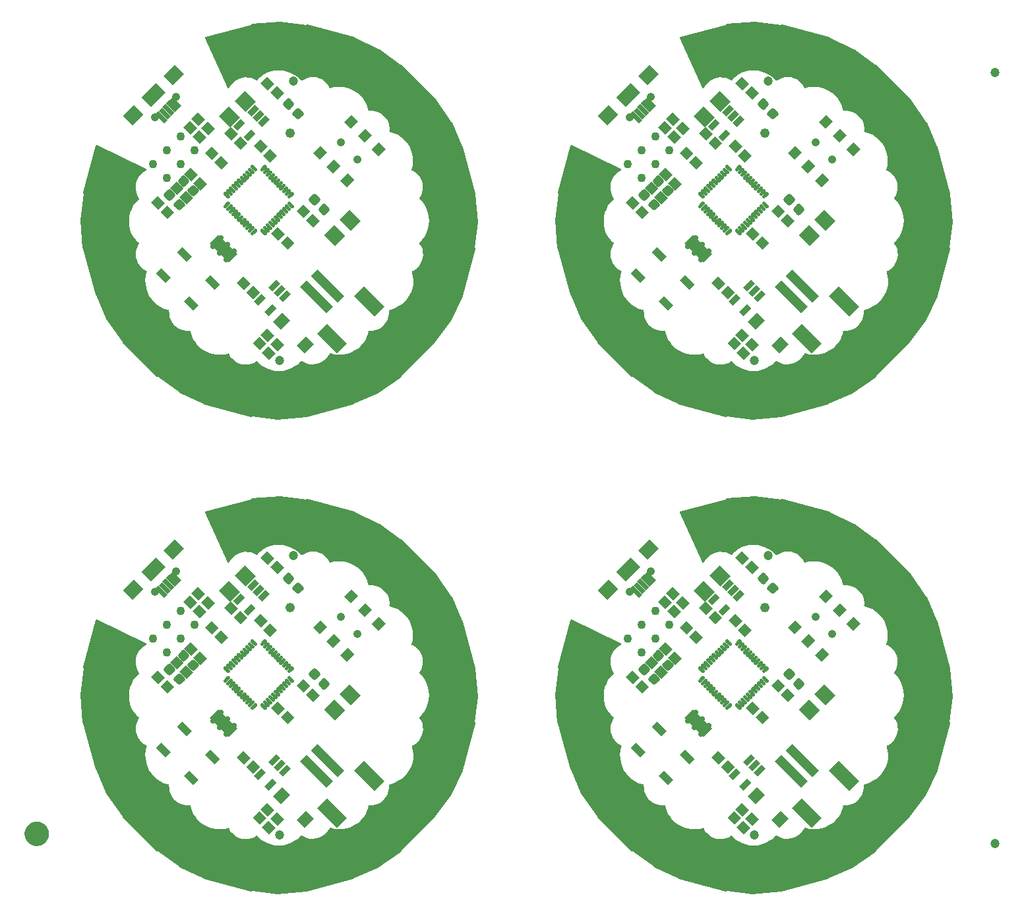
<source format=gts>
G04 EAGLE Gerber RS-274X export*
G75*
%MOMM*%
%FSLAX34Y34*%
%LPD*%
%INSoldermask Top*%
%IPPOS*%
%AMOC8*
5,1,8,0,0,1.08239X$1,22.5*%
G01*
%ADD10C,4.267200*%
%ADD11C,0.457909*%
%ADD12R,0.753200X1.403200*%
%ADD13R,1.203200X4.803200*%
%ADD14R,3.603200X1.803200*%
%ADD15C,0.505344*%
%ADD16R,1.303200X1.203200*%
%ADD17R,1.203200X1.353200*%
%ADD18C,1.053200*%
%ADD19R,0.965200X1.727200*%
%ADD20R,1.803200X2.003200*%
%ADD21C,0.653200*%
%ADD22R,3.495038X1.534156*%
%ADD23C,1.203200*%
%ADD24R,1.473200X1.673200*%
%ADD25R,0.603200X1.603200*%
%ADD26R,1.700000X2.000000*%
%ADD27R,1.700000X2.700000*%
%ADD28C,1.270000*%
%ADD29C,1.703200*%
%ADD30C,1.219200*%
%ADD31C,1.092200*%

G36*
X355676Y709526D02*
X355676Y709526D01*
X391668Y712596D01*
X391781Y712620D01*
X391894Y712636D01*
X391935Y712653D01*
X391979Y712662D01*
X392082Y712714D01*
X392188Y712757D01*
X392224Y712784D01*
X392264Y712804D01*
X392351Y712879D01*
X392443Y712948D01*
X392471Y712983D01*
X392504Y713012D01*
X392524Y713041D01*
X452321Y729063D01*
X452380Y729088D01*
X452443Y729103D01*
X452527Y729147D01*
X452615Y729183D01*
X452667Y729222D01*
X452724Y729252D01*
X452794Y729316D01*
X452870Y729373D01*
X452911Y729423D01*
X452959Y729467D01*
X453011Y729546D01*
X453071Y729620D01*
X453097Y729679D01*
X453133Y729733D01*
X453164Y729823D01*
X453173Y729844D01*
X483893Y743010D01*
X483935Y743034D01*
X483981Y743051D01*
X484119Y743135D01*
X513754Y763790D01*
X513839Y763867D01*
X513930Y763938D01*
X513957Y763973D01*
X513990Y764003D01*
X514053Y764099D01*
X514123Y764190D01*
X514141Y764231D01*
X514165Y764268D01*
X514203Y764376D01*
X514248Y764482D01*
X514255Y764526D01*
X514270Y764568D01*
X514279Y764683D01*
X514297Y764796D01*
X514292Y764841D01*
X514296Y764885D01*
X514277Y764999D01*
X514270Y765065D01*
X557383Y808177D01*
X557423Y808228D01*
X557469Y808273D01*
X557520Y808353D01*
X557578Y808428D01*
X557604Y808488D01*
X557638Y808543D01*
X557666Y808633D01*
X557704Y808720D01*
X557714Y808784D01*
X557734Y808846D01*
X557739Y808940D01*
X557754Y809034D01*
X557748Y809099D01*
X557751Y809158D01*
X578092Y836347D01*
X578116Y836389D01*
X578147Y836427D01*
X578225Y836568D01*
X593015Y868107D01*
X593046Y868126D01*
X593122Y868161D01*
X593180Y868209D01*
X593245Y868249D01*
X593303Y868309D01*
X593368Y868362D01*
X593413Y868423D01*
X593465Y868478D01*
X593507Y868551D01*
X593556Y868618D01*
X593584Y868689D01*
X593622Y868755D01*
X593673Y868908D01*
X609780Y929017D01*
X609788Y929081D01*
X609807Y929143D01*
X609810Y929238D01*
X609823Y929332D01*
X609815Y929397D01*
X609818Y929461D01*
X609797Y929554D01*
X609786Y929648D01*
X609763Y929709D01*
X609749Y929772D01*
X609706Y929856D01*
X609672Y929945D01*
X609635Y929998D01*
X609606Y930056D01*
X609543Y930127D01*
X609488Y930204D01*
X609439Y930246D01*
X609396Y930295D01*
X609318Y930348D01*
X609245Y930410D01*
X609187Y930438D01*
X609134Y930475D01*
X609045Y930507D01*
X608959Y930548D01*
X608896Y930561D01*
X608835Y930583D01*
X608721Y930602D01*
X612637Y963432D01*
X612637Y963481D01*
X612645Y963529D01*
X612641Y963690D01*
X609659Y998653D01*
X609699Y998709D01*
X609726Y998780D01*
X609762Y998847D01*
X609782Y998929D01*
X609811Y999007D01*
X609820Y999082D01*
X609838Y999156D01*
X609837Y999240D01*
X609846Y999323D01*
X609836Y999398D01*
X609835Y999474D01*
X609803Y999632D01*
X593697Y1059742D01*
X593672Y1059801D01*
X593657Y1059864D01*
X593613Y1059948D01*
X593577Y1060036D01*
X593538Y1060088D01*
X593508Y1060145D01*
X593444Y1060215D01*
X593387Y1060291D01*
X593337Y1060332D01*
X593293Y1060380D01*
X593214Y1060432D01*
X593140Y1060492D01*
X593081Y1060518D01*
X593027Y1060554D01*
X592937Y1060585D01*
X592851Y1060624D01*
X592787Y1060636D01*
X592726Y1060656D01*
X592631Y1060664D01*
X592538Y1060681D01*
X592474Y1060676D01*
X592444Y1060678D01*
X579445Y1091009D01*
X579420Y1091051D01*
X579403Y1091097D01*
X579320Y1091235D01*
X559162Y1120157D01*
X559169Y1120178D01*
X559176Y1120254D01*
X559193Y1120328D01*
X559190Y1120412D01*
X559198Y1120495D01*
X559185Y1120570D01*
X559183Y1120646D01*
X559160Y1120726D01*
X559146Y1120809D01*
X559116Y1120879D01*
X559095Y1120952D01*
X559052Y1121024D01*
X559019Y1121100D01*
X558972Y1121160D01*
X558933Y1121226D01*
X558827Y1121346D01*
X514823Y1165350D01*
X514772Y1165389D01*
X514728Y1165436D01*
X514647Y1165486D01*
X514572Y1165545D01*
X514513Y1165570D01*
X514458Y1165604D01*
X514367Y1165633D01*
X514280Y1165671D01*
X514216Y1165681D01*
X514155Y1165701D01*
X514060Y1165706D01*
X513966Y1165721D01*
X513902Y1165715D01*
X513837Y1165718D01*
X513744Y1165700D01*
X513650Y1165691D01*
X513589Y1165669D01*
X513525Y1165656D01*
X513440Y1165615D01*
X513350Y1165583D01*
X513297Y1165547D01*
X513238Y1165519D01*
X513191Y1165479D01*
X486414Y1185513D01*
X486371Y1185537D01*
X486333Y1185568D01*
X486192Y1185646D01*
X454654Y1200436D01*
X454634Y1200467D01*
X454599Y1200543D01*
X454551Y1200601D01*
X454511Y1200666D01*
X454451Y1200724D01*
X454398Y1200789D01*
X454337Y1200834D01*
X454282Y1200886D01*
X454209Y1200928D01*
X454142Y1200977D01*
X454071Y1201006D01*
X454005Y1201043D01*
X453852Y1201094D01*
X393743Y1217201D01*
X393679Y1217209D01*
X393617Y1217228D01*
X393522Y1217231D01*
X393428Y1217244D01*
X393364Y1217236D01*
X393299Y1217239D01*
X393206Y1217218D01*
X393112Y1217207D01*
X393051Y1217184D01*
X392988Y1217170D01*
X392904Y1217127D01*
X392815Y1217093D01*
X392762Y1217056D01*
X392704Y1217027D01*
X392633Y1216964D01*
X392615Y1216952D01*
X359040Y1220956D01*
X358991Y1220956D01*
X358943Y1220964D01*
X358782Y1220960D01*
X322790Y1217890D01*
X322678Y1217866D01*
X322564Y1217850D01*
X322523Y1217833D01*
X322479Y1217824D01*
X322376Y1217772D01*
X322270Y1217729D01*
X322234Y1217702D01*
X322195Y1217682D01*
X322108Y1217607D01*
X322016Y1217538D01*
X321988Y1217503D01*
X321954Y1217474D01*
X321889Y1217380D01*
X321817Y1217290D01*
X321798Y1217249D01*
X321773Y1217213D01*
X321733Y1217105D01*
X321685Y1217000D01*
X321678Y1216956D01*
X321662Y1216915D01*
X321653Y1216829D01*
X263018Y1201118D01*
X262959Y1201093D01*
X262896Y1201078D01*
X262812Y1201034D01*
X262724Y1200998D01*
X262672Y1200959D01*
X262615Y1200929D01*
X262545Y1200865D01*
X262469Y1200808D01*
X262428Y1200758D01*
X262380Y1200714D01*
X262328Y1200635D01*
X262268Y1200561D01*
X262242Y1200502D01*
X262206Y1200448D01*
X262175Y1200358D01*
X262136Y1200272D01*
X262124Y1200208D01*
X262104Y1200147D01*
X262096Y1200052D01*
X262079Y1199959D01*
X262084Y1199895D01*
X262079Y1199830D01*
X262096Y1199736D01*
X262103Y1199642D01*
X262123Y1199581D01*
X262134Y1199517D01*
X262192Y1199366D01*
X290982Y1136081D01*
X290995Y1136060D01*
X291004Y1136036D01*
X291079Y1135924D01*
X291149Y1135811D01*
X291167Y1135793D01*
X291181Y1135772D01*
X291282Y1135683D01*
X291378Y1135590D01*
X291400Y1135577D01*
X291419Y1135561D01*
X291538Y1135499D01*
X291655Y1135433D01*
X291679Y1135427D01*
X291702Y1135415D01*
X291833Y1135385D01*
X291961Y1135350D01*
X291987Y1135350D01*
X292012Y1135344D01*
X292146Y1135348D01*
X292279Y1135346D01*
X292304Y1135352D01*
X292330Y1135352D01*
X292459Y1135389D01*
X292589Y1135421D01*
X292611Y1135433D01*
X292636Y1135440D01*
X292751Y1135507D01*
X292869Y1135570D01*
X292888Y1135587D01*
X292910Y1135600D01*
X293005Y1135694D01*
X293104Y1135785D01*
X293118Y1135806D01*
X293136Y1135824D01*
X293227Y1135957D01*
X295182Y1139232D01*
X297554Y1142093D01*
X300338Y1144556D01*
X303466Y1146562D01*
X306866Y1148064D01*
X310455Y1149026D01*
X314150Y1149425D01*
X317863Y1149252D01*
X321505Y1148511D01*
X324990Y1147219D01*
X328320Y1145360D01*
X328333Y1145355D01*
X328345Y1145346D01*
X328481Y1145295D01*
X328615Y1145241D01*
X328629Y1145239D01*
X328642Y1145234D01*
X328787Y1145218D01*
X328931Y1145199D01*
X328944Y1145200D01*
X328958Y1145199D01*
X329102Y1145219D01*
X329246Y1145237D01*
X329259Y1145242D01*
X329273Y1145244D01*
X329407Y1145299D01*
X329543Y1145352D01*
X329554Y1145360D01*
X329567Y1145365D01*
X329683Y1145452D01*
X329801Y1145537D01*
X329810Y1145547D01*
X329822Y1145556D01*
X329913Y1145669D01*
X330006Y1145780D01*
X330012Y1145793D01*
X330021Y1145804D01*
X330080Y1145936D01*
X330143Y1146067D01*
X330146Y1146081D01*
X330152Y1146094D01*
X330177Y1146236D01*
X330205Y1146379D01*
X330204Y1146393D01*
X330207Y1146407D01*
X330204Y1146568D01*
X330168Y1147029D01*
X330331Y1147181D01*
X330331Y1147182D01*
X333047Y1149720D01*
X333141Y1149807D01*
X337425Y1152828D01*
X342082Y1155234D01*
X347025Y1156978D01*
X352161Y1158028D01*
X357392Y1158365D01*
X362619Y1157982D01*
X367745Y1156886D01*
X372673Y1155097D01*
X377309Y1152651D01*
X381565Y1149592D01*
X385426Y1145918D01*
X385477Y1145881D01*
X385522Y1145836D01*
X385605Y1145787D01*
X385682Y1145730D01*
X385741Y1145706D01*
X385796Y1145673D01*
X385888Y1145646D01*
X385977Y1145611D01*
X386040Y1145602D01*
X386101Y1145584D01*
X386197Y1145581D01*
X386292Y1145568D01*
X386319Y1145572D01*
X386374Y1145558D01*
X386503Y1145520D01*
X386528Y1145519D01*
X386553Y1145513D01*
X386687Y1145514D01*
X386821Y1145509D01*
X386845Y1145515D01*
X386871Y1145515D01*
X387001Y1145549D01*
X387131Y1145578D01*
X387154Y1145589D01*
X387179Y1145596D01*
X387324Y1145665D01*
X390654Y1147524D01*
X394139Y1148816D01*
X397781Y1149557D01*
X401494Y1149730D01*
X405189Y1149331D01*
X408779Y1148369D01*
X412178Y1146867D01*
X415307Y1144861D01*
X418090Y1142398D01*
X420152Y1139912D01*
X420462Y1139537D01*
X421763Y1137357D01*
X421734Y1137298D01*
X421731Y1137284D01*
X421729Y1137280D01*
X421721Y1137238D01*
X421715Y1137209D01*
X421686Y1137122D01*
X421681Y1137054D01*
X421667Y1136987D01*
X421670Y1136896D01*
X421664Y1136805D01*
X421677Y1136738D01*
X421679Y1136670D01*
X421705Y1136582D01*
X421722Y1136492D01*
X421751Y1136430D01*
X421770Y1136365D01*
X421817Y1136286D01*
X421856Y1136203D01*
X421899Y1136151D01*
X421934Y1136092D01*
X421999Y1136028D01*
X422057Y1135957D01*
X422112Y1135917D01*
X422161Y1135869D01*
X422240Y1135823D01*
X422313Y1135769D01*
X422377Y1135743D01*
X422436Y1135709D01*
X422524Y1135684D01*
X422608Y1135650D01*
X422676Y1135641D01*
X422742Y1135623D01*
X422833Y1135620D01*
X422924Y1135608D01*
X422991Y1135617D01*
X423059Y1135615D01*
X423218Y1135641D01*
X423325Y1135666D01*
X423328Y1135666D01*
X423471Y1135643D01*
X423485Y1135645D01*
X423499Y1135643D01*
X423643Y1135660D01*
X423788Y1135674D01*
X423801Y1135679D01*
X423815Y1135681D01*
X423950Y1135734D01*
X424087Y1135783D01*
X424098Y1135791D01*
X424111Y1135796D01*
X424219Y1135874D01*
X428410Y1136846D01*
X433630Y1137320D01*
X438866Y1137075D01*
X444019Y1136114D01*
X448992Y1134456D01*
X453690Y1132132D01*
X458026Y1129186D01*
X461917Y1125674D01*
X465290Y1121661D01*
X468082Y1117225D01*
X470239Y1112447D01*
X471745Y1107335D01*
X471771Y1107277D01*
X471787Y1107216D01*
X471834Y1107132D01*
X471873Y1107044D01*
X471912Y1106994D01*
X471943Y1106938D01*
X472009Y1106869D01*
X472069Y1106793D01*
X472119Y1106755D01*
X472163Y1106709D01*
X472245Y1106658D01*
X472321Y1106599D01*
X472379Y1106574D01*
X472433Y1106541D01*
X472525Y1106512D01*
X472613Y1106474D01*
X472676Y1106464D01*
X472736Y1106445D01*
X472832Y1106440D01*
X472927Y1106425D01*
X472990Y1106432D01*
X473054Y1106428D01*
X473148Y1106447D01*
X473244Y1106456D01*
X473303Y1106478D01*
X473366Y1106490D01*
X473452Y1106532D01*
X473543Y1106565D01*
X473595Y1106601D01*
X473605Y1106606D01*
X477311Y1106552D01*
X480975Y1105929D01*
X484499Y1104750D01*
X487801Y1103043D01*
X490801Y1100850D01*
X493429Y1098222D01*
X495622Y1095222D01*
X497329Y1091920D01*
X498508Y1088396D01*
X499131Y1084732D01*
X499179Y1081443D01*
X499156Y1081408D01*
X499110Y1081358D01*
X499068Y1081277D01*
X499017Y1081201D01*
X498994Y1081137D01*
X498962Y1081077D01*
X498941Y1080987D01*
X498910Y1080901D01*
X498904Y1080833D01*
X498889Y1080767D01*
X498890Y1080676D01*
X498882Y1080584D01*
X498893Y1080517D01*
X498894Y1080449D01*
X498919Y1080361D01*
X498933Y1080271D01*
X498961Y1080208D01*
X498979Y1080143D01*
X499024Y1080063D01*
X499061Y1079979D01*
X499103Y1079926D01*
X499137Y1079867D01*
X499201Y1079801D01*
X499257Y1079729D01*
X499311Y1079687D01*
X499359Y1079639D01*
X499437Y1079591D01*
X499509Y1079535D01*
X499572Y1079508D01*
X499630Y1079473D01*
X499781Y1079416D01*
X504879Y1077864D01*
X509637Y1075665D01*
X514049Y1072834D01*
X518031Y1069425D01*
X521508Y1065503D01*
X524416Y1061141D01*
X526698Y1056422D01*
X528311Y1051435D01*
X529226Y1046274D01*
X529425Y1041035D01*
X528905Y1035819D01*
X527653Y1030639D01*
X527646Y1030576D01*
X527630Y1030515D01*
X527629Y1030419D01*
X527618Y1030323D01*
X527627Y1030260D01*
X527626Y1030197D01*
X527649Y1030103D01*
X527662Y1030008D01*
X527687Y1029950D01*
X527702Y1029888D01*
X527747Y1029803D01*
X527784Y1029714D01*
X527822Y1029663D01*
X527852Y1029607D01*
X527917Y1029536D01*
X527974Y1029460D01*
X528024Y1029420D01*
X528067Y1029373D01*
X528147Y1029320D01*
X528222Y1029260D01*
X528280Y1029234D01*
X528333Y1029199D01*
X528424Y1029169D01*
X528512Y1029129D01*
X528574Y1029118D01*
X528634Y1029097D01*
X528730Y1029090D01*
X528825Y1029073D01*
X528888Y1029078D01*
X528951Y1029074D01*
X529046Y1029090D01*
X529142Y1029098D01*
X529202Y1029118D01*
X529224Y1029122D01*
X531811Y1027578D01*
X534672Y1025206D01*
X537135Y1022422D01*
X539141Y1019294D01*
X540643Y1015894D01*
X541605Y1012305D01*
X542004Y1008610D01*
X541831Y1004897D01*
X541090Y1001255D01*
X539798Y997770D01*
X538421Y995304D01*
X538365Y995292D01*
X538304Y995262D01*
X538239Y995241D01*
X538162Y995193D01*
X538080Y995152D01*
X538028Y995108D01*
X537970Y995072D01*
X537907Y995005D01*
X537838Y994946D01*
X537799Y994890D01*
X537752Y994841D01*
X537707Y994761D01*
X537655Y994686D01*
X537631Y994622D01*
X537598Y994562D01*
X537575Y994474D01*
X537542Y994388D01*
X537535Y994321D01*
X537518Y994255D01*
X537517Y994163D01*
X537507Y994072D01*
X537517Y994005D01*
X537517Y993937D01*
X537539Y993848D01*
X537552Y993757D01*
X537578Y993694D01*
X537595Y993628D01*
X537639Y993548D01*
X537673Y993463D01*
X537714Y993409D01*
X537747Y993349D01*
X537849Y993225D01*
X541488Y989331D01*
X544509Y985048D01*
X546914Y980390D01*
X548659Y975447D01*
X549709Y970312D01*
X550046Y965081D01*
X549663Y959853D01*
X548566Y954727D01*
X546778Y949799D01*
X544332Y945164D01*
X541273Y940907D01*
X537599Y937046D01*
X537561Y936995D01*
X537516Y936950D01*
X537467Y936867D01*
X537410Y936790D01*
X537387Y936731D01*
X537354Y936677D01*
X537327Y936584D01*
X537291Y936495D01*
X537283Y936432D01*
X537265Y936371D01*
X537262Y936275D01*
X537249Y936180D01*
X537257Y936117D01*
X537255Y936053D01*
X537276Y935960D01*
X537287Y935864D01*
X537310Y935805D01*
X537324Y935743D01*
X537367Y935657D01*
X537402Y935568D01*
X537439Y935516D01*
X537468Y935459D01*
X537531Y935387D01*
X537587Y935309D01*
X537636Y935268D01*
X537678Y935220D01*
X537757Y935166D01*
X537831Y935104D01*
X537888Y935077D01*
X537940Y935041D01*
X538031Y935009D01*
X538117Y934967D01*
X538180Y934955D01*
X538239Y934933D01*
X538398Y934908D01*
X538547Y934893D01*
X540103Y932106D01*
X541395Y928621D01*
X542136Y924979D01*
X542309Y921266D01*
X541910Y917571D01*
X540948Y913981D01*
X539446Y910582D01*
X537440Y907453D01*
X534977Y904670D01*
X532116Y902298D01*
X529936Y900997D01*
X529877Y901026D01*
X529788Y901046D01*
X529701Y901074D01*
X529633Y901079D01*
X529566Y901093D01*
X529475Y901090D01*
X529384Y901096D01*
X529317Y901084D01*
X529249Y901081D01*
X529161Y901055D01*
X529071Y901038D01*
X529009Y901009D01*
X528944Y900990D01*
X528865Y900943D01*
X528782Y900904D01*
X528730Y900861D01*
X528671Y900826D01*
X528607Y900761D01*
X528536Y900703D01*
X528496Y900648D01*
X528448Y900599D01*
X528402Y900520D01*
X528348Y900447D01*
X528322Y900383D01*
X528288Y900325D01*
X528263Y900237D01*
X528229Y900152D01*
X528220Y900084D01*
X528202Y900019D01*
X528199Y899927D01*
X528187Y899836D01*
X528195Y899769D01*
X528194Y899701D01*
X528220Y899542D01*
X528245Y899435D01*
X528245Y899432D01*
X528222Y899289D01*
X528224Y899275D01*
X528222Y899261D01*
X528239Y899117D01*
X528253Y898972D01*
X528258Y898959D01*
X528260Y898945D01*
X528313Y898810D01*
X528362Y898673D01*
X528370Y898662D01*
X528375Y898649D01*
X528453Y898541D01*
X529425Y894351D01*
X529899Y889130D01*
X529654Y883894D01*
X528693Y878741D01*
X527035Y873768D01*
X524711Y869070D01*
X521765Y864734D01*
X518253Y860843D01*
X514240Y857470D01*
X509804Y854679D01*
X505026Y852521D01*
X499914Y851015D01*
X499856Y850989D01*
X499795Y850973D01*
X499711Y850926D01*
X499623Y850887D01*
X499573Y850848D01*
X499517Y850817D01*
X499448Y850751D01*
X499372Y850691D01*
X499334Y850641D01*
X499288Y850597D01*
X499272Y850572D01*
X499156Y850507D01*
X499138Y850489D01*
X499116Y850476D01*
X499023Y850380D01*
X498926Y850288D01*
X498912Y850266D01*
X498895Y850248D01*
X498828Y850131D01*
X498757Y850018D01*
X498750Y849994D01*
X498737Y849971D01*
X498702Y849842D01*
X498661Y849715D01*
X498660Y849689D01*
X498653Y849665D01*
X498641Y849504D01*
X498586Y845690D01*
X497962Y842026D01*
X496783Y838502D01*
X495076Y835200D01*
X492883Y832200D01*
X490255Y829572D01*
X487255Y827378D01*
X483953Y825672D01*
X480429Y824493D01*
X476765Y823869D01*
X472951Y823814D01*
X472937Y823812D01*
X472923Y823814D01*
X472779Y823790D01*
X472636Y823770D01*
X472623Y823765D01*
X472609Y823762D01*
X472476Y823704D01*
X472342Y823649D01*
X472331Y823640D01*
X472318Y823635D01*
X472203Y823545D01*
X472087Y823458D01*
X472078Y823447D01*
X472067Y823438D01*
X471979Y823324D01*
X471888Y823210D01*
X471882Y823197D01*
X471874Y823186D01*
X471817Y823053D01*
X471757Y822921D01*
X471754Y822907D01*
X471749Y822894D01*
X471727Y822750D01*
X471701Y822607D01*
X471702Y822593D01*
X471700Y822580D01*
X471715Y822435D01*
X471726Y822290D01*
X471730Y822277D01*
X471732Y822263D01*
X471781Y822127D01*
X471828Y821989D01*
X471836Y821977D01*
X471841Y821964D01*
X471923Y821826D01*
X472006Y821706D01*
X470748Y817576D01*
X468549Y812818D01*
X467607Y811349D01*
X467606Y811349D01*
X466792Y810080D01*
X465718Y808406D01*
X462309Y804424D01*
X458387Y800946D01*
X454025Y798039D01*
X449306Y795757D01*
X444319Y794144D01*
X439158Y793229D01*
X433919Y793030D01*
X428704Y793550D01*
X423523Y794801D01*
X423461Y794808D01*
X423378Y794831D01*
X423352Y794831D01*
X423327Y794837D01*
X423228Y794834D01*
X423207Y794837D01*
X423185Y794834D01*
X423060Y794835D01*
X423035Y794829D01*
X423009Y794829D01*
X422880Y794792D01*
X422750Y794760D01*
X422728Y794748D01*
X422703Y794741D01*
X422588Y794674D01*
X422470Y794611D01*
X422451Y794594D01*
X422429Y794581D01*
X422334Y794487D01*
X422235Y794396D01*
X422221Y794375D01*
X422203Y794357D01*
X422112Y794224D01*
X420157Y790949D01*
X417785Y788088D01*
X415002Y785625D01*
X411873Y783619D01*
X408473Y782117D01*
X404884Y781155D01*
X401189Y780756D01*
X397476Y780929D01*
X393834Y781670D01*
X390349Y782962D01*
X387019Y784821D01*
X387006Y784826D01*
X386994Y784835D01*
X386858Y784886D01*
X386724Y784940D01*
X386710Y784942D01*
X386697Y784947D01*
X386552Y784963D01*
X386408Y784982D01*
X386395Y784981D01*
X386381Y784982D01*
X386237Y784962D01*
X386093Y784944D01*
X386080Y784939D01*
X386066Y784937D01*
X385932Y784882D01*
X385796Y784829D01*
X385785Y784821D01*
X385772Y784816D01*
X385656Y784729D01*
X385538Y784644D01*
X385529Y784634D01*
X385517Y784625D01*
X385426Y784512D01*
X385361Y784434D01*
X385335Y784420D01*
X385211Y784318D01*
X384939Y784063D01*
X384938Y784063D01*
X383581Y782794D01*
X383580Y782794D01*
X382223Y781525D01*
X382222Y781525D01*
X381318Y780679D01*
X377034Y777658D01*
X372376Y775253D01*
X367433Y773508D01*
X362298Y772458D01*
X357067Y772121D01*
X351839Y772504D01*
X346713Y773601D01*
X341786Y775389D01*
X337150Y777835D01*
X332893Y780894D01*
X329828Y783810D01*
X329800Y783909D01*
X329787Y783931D01*
X329779Y783955D01*
X329707Y784067D01*
X329639Y784183D01*
X329621Y784201D01*
X329607Y784223D01*
X329509Y784314D01*
X329415Y784409D01*
X329393Y784421D01*
X329374Y784439D01*
X329256Y784503D01*
X329141Y784571D01*
X329117Y784578D01*
X329095Y784591D01*
X328965Y784623D01*
X328963Y784624D01*
X328936Y784651D01*
X328853Y784700D01*
X328776Y784757D01*
X328717Y784780D01*
X328663Y784813D01*
X328570Y784840D01*
X328481Y784876D01*
X328418Y784884D01*
X328357Y784902D01*
X328261Y784905D01*
X328166Y784918D01*
X328103Y784910D01*
X328039Y784912D01*
X327946Y784891D01*
X327850Y784880D01*
X327791Y784857D01*
X327729Y784843D01*
X327643Y784800D01*
X327554Y784765D01*
X327502Y784728D01*
X327445Y784699D01*
X327373Y784636D01*
X327295Y784580D01*
X327254Y784531D01*
X327207Y784489D01*
X327152Y784410D01*
X327091Y784336D01*
X327063Y784279D01*
X327027Y784227D01*
X326995Y784136D01*
X326953Y784050D01*
X326941Y783987D01*
X326919Y783928D01*
X326915Y783902D01*
X324685Y782657D01*
X321200Y781365D01*
X317558Y780624D01*
X313845Y780451D01*
X310150Y780850D01*
X306560Y781812D01*
X303161Y783314D01*
X300032Y785320D01*
X297249Y787783D01*
X294877Y790644D01*
X293576Y792824D01*
X293605Y792883D01*
X293625Y792972D01*
X293653Y793059D01*
X293658Y793127D01*
X293672Y793194D01*
X293669Y793285D01*
X293675Y793376D01*
X293663Y793443D01*
X293660Y793511D01*
X293634Y793599D01*
X293617Y793689D01*
X293588Y793751D01*
X293569Y793816D01*
X293522Y793895D01*
X293483Y793978D01*
X293440Y794030D01*
X293405Y794089D01*
X293340Y794153D01*
X293282Y794224D01*
X293227Y794264D01*
X293179Y794312D01*
X293099Y794358D01*
X293026Y794412D01*
X292962Y794438D01*
X292904Y794472D01*
X292816Y794497D01*
X292731Y794531D01*
X292663Y794540D01*
X292598Y794558D01*
X292506Y794561D01*
X292415Y794573D01*
X292348Y794565D01*
X292280Y794566D01*
X292121Y794540D01*
X292014Y794515D01*
X292011Y794515D01*
X291868Y794538D01*
X291854Y794536D01*
X291840Y794538D01*
X291696Y794521D01*
X291551Y794507D01*
X291538Y794502D01*
X291524Y794500D01*
X291389Y794447D01*
X291252Y794398D01*
X291241Y794390D01*
X291228Y794385D01*
X291120Y794307D01*
X286930Y793335D01*
X281709Y792861D01*
X276473Y793106D01*
X271320Y794067D01*
X266347Y795725D01*
X261649Y798049D01*
X257313Y800995D01*
X253422Y804507D01*
X250049Y808520D01*
X247257Y812956D01*
X245100Y817734D01*
X243594Y822846D01*
X243568Y822904D01*
X243552Y822965D01*
X243505Y823049D01*
X243466Y823137D01*
X243427Y823187D01*
X243396Y823243D01*
X243330Y823312D01*
X243270Y823388D01*
X243220Y823426D01*
X243176Y823472D01*
X243094Y823523D01*
X243018Y823582D01*
X242960Y823607D01*
X242906Y823640D01*
X242814Y823669D01*
X242726Y823707D01*
X242663Y823717D01*
X242603Y823736D01*
X242507Y823741D01*
X242412Y823756D01*
X242349Y823750D01*
X242285Y823753D01*
X242191Y823734D01*
X242095Y823725D01*
X242036Y823703D01*
X241973Y823691D01*
X241887Y823649D01*
X241796Y823616D01*
X241744Y823580D01*
X241734Y823575D01*
X238028Y823629D01*
X234365Y824252D01*
X230840Y825431D01*
X227538Y827138D01*
X224538Y829331D01*
X221910Y831959D01*
X219717Y834959D01*
X218010Y838261D01*
X216831Y841786D01*
X216208Y845449D01*
X216153Y849264D01*
X216151Y849277D01*
X216152Y849291D01*
X216141Y849359D01*
X216140Y849427D01*
X216119Y849502D01*
X216108Y849578D01*
X216103Y849591D01*
X216101Y849605D01*
X216073Y849668D01*
X216055Y849733D01*
X216016Y849801D01*
X215987Y849872D01*
X215978Y849884D01*
X215973Y849897D01*
X215931Y849950D01*
X215897Y850009D01*
X215843Y850065D01*
X215796Y850127D01*
X215785Y850136D01*
X215777Y850147D01*
X215723Y850188D01*
X215675Y850237D01*
X215609Y850278D01*
X215548Y850326D01*
X215536Y850332D01*
X215525Y850341D01*
X215462Y850367D01*
X215404Y850403D01*
X215264Y850455D01*
X215259Y850458D01*
X215257Y850458D01*
X215253Y850459D01*
X210155Y852012D01*
X205397Y854211D01*
X200985Y857042D01*
X197003Y860451D01*
X193525Y864373D01*
X190618Y868735D01*
X188336Y873454D01*
X186723Y878441D01*
X185808Y883602D01*
X185609Y888841D01*
X186129Y894056D01*
X187380Y899237D01*
X187387Y899299D01*
X187410Y899382D01*
X187410Y899408D01*
X187416Y899433D01*
X187413Y899532D01*
X187416Y899553D01*
X187413Y899575D01*
X187414Y899700D01*
X187408Y899725D01*
X187408Y899751D01*
X187371Y899880D01*
X187339Y900010D01*
X187327Y900032D01*
X187320Y900057D01*
X187253Y900172D01*
X187190Y900290D01*
X187173Y900309D01*
X187160Y900331D01*
X187066Y900426D01*
X186975Y900525D01*
X186954Y900539D01*
X186936Y900557D01*
X186803Y900648D01*
X183528Y902603D01*
X180667Y904975D01*
X178204Y907758D01*
X176198Y910887D01*
X174696Y914287D01*
X173734Y917876D01*
X173335Y921571D01*
X173508Y925284D01*
X174249Y928926D01*
X175541Y932411D01*
X176676Y934444D01*
X176718Y934480D01*
X176776Y934516D01*
X176839Y934583D01*
X176908Y934642D01*
X176947Y934698D01*
X176994Y934747D01*
X177039Y934828D01*
X177091Y934902D01*
X177115Y934966D01*
X177148Y935026D01*
X177171Y935114D01*
X177204Y935200D01*
X177211Y935267D01*
X177228Y935333D01*
X177229Y935425D01*
X177230Y935436D01*
X177400Y935741D01*
X177405Y935754D01*
X177414Y935766D01*
X177465Y935902D01*
X177519Y936036D01*
X177521Y936050D01*
X177526Y936063D01*
X177542Y936208D01*
X177561Y936352D01*
X177560Y936365D01*
X177561Y936379D01*
X177541Y936523D01*
X177523Y936667D01*
X177518Y936680D01*
X177516Y936694D01*
X177461Y936828D01*
X177408Y936964D01*
X177400Y936975D01*
X177395Y936988D01*
X177308Y937104D01*
X177223Y937222D01*
X177213Y937231D01*
X177204Y937243D01*
X177091Y937334D01*
X176980Y937427D01*
X176967Y937433D01*
X176956Y937442D01*
X176824Y937501D01*
X176693Y937564D01*
X176679Y937567D01*
X176666Y937573D01*
X176524Y937598D01*
X176381Y937626D01*
X176367Y937625D01*
X176353Y937628D01*
X176192Y937625D01*
X175750Y937591D01*
X173258Y940257D01*
X170237Y944540D01*
X167832Y949198D01*
X166087Y954141D01*
X165037Y959276D01*
X164700Y964508D01*
X165083Y969735D01*
X166180Y974861D01*
X167968Y979789D01*
X170414Y984424D01*
X173473Y988681D01*
X177147Y992542D01*
X177185Y992593D01*
X177230Y992638D01*
X177279Y992721D01*
X177336Y992798D01*
X177359Y992857D01*
X177392Y992911D01*
X177419Y993004D01*
X177455Y993093D01*
X177463Y993156D01*
X177481Y993217D01*
X177484Y993313D01*
X177497Y993408D01*
X177489Y993471D01*
X177491Y993535D01*
X177470Y993628D01*
X177459Y993724D01*
X177436Y993783D01*
X177422Y993845D01*
X177379Y993931D01*
X177344Y994020D01*
X177307Y994072D01*
X177278Y994129D01*
X177248Y994163D01*
X177251Y994242D01*
X177245Y994266D01*
X177245Y994292D01*
X177211Y994422D01*
X177182Y994552D01*
X177171Y994575D01*
X177164Y994600D01*
X177095Y994745D01*
X175236Y998075D01*
X173944Y1001560D01*
X173203Y1005202D01*
X173030Y1008915D01*
X173429Y1012610D01*
X174391Y1016200D01*
X175893Y1019599D01*
X177899Y1022728D01*
X180362Y1025511D01*
X183223Y1027883D01*
X186498Y1029838D01*
X186509Y1029847D01*
X186522Y1029852D01*
X186635Y1029945D01*
X186749Y1030034D01*
X186757Y1030045D01*
X186768Y1030054D01*
X186854Y1030171D01*
X186943Y1030286D01*
X186948Y1030299D01*
X186957Y1030310D01*
X187011Y1030445D01*
X187068Y1030578D01*
X187070Y1030592D01*
X187075Y1030605D01*
X187094Y1030749D01*
X187117Y1030892D01*
X187115Y1030906D01*
X187117Y1030920D01*
X187100Y1031064D01*
X187086Y1031209D01*
X187081Y1031222D01*
X187079Y1031236D01*
X187026Y1031371D01*
X186977Y1031508D01*
X186969Y1031519D01*
X186964Y1031532D01*
X186879Y1031651D01*
X186797Y1031770D01*
X186787Y1031780D01*
X186778Y1031791D01*
X186667Y1031884D01*
X186596Y1031946D01*
X186581Y1031960D01*
X186578Y1031962D01*
X186558Y1031980D01*
X186545Y1031986D01*
X186535Y1031995D01*
X186394Y1032074D01*
X123438Y1062091D01*
X123366Y1062114D01*
X123297Y1062148D01*
X123215Y1062164D01*
X123136Y1062190D01*
X123060Y1062196D01*
X122986Y1062211D01*
X122902Y1062206D01*
X122819Y1062212D01*
X122744Y1062198D01*
X122668Y1062194D01*
X122588Y1062169D01*
X122506Y1062154D01*
X122437Y1062122D01*
X122364Y1062099D01*
X122293Y1062055D01*
X122217Y1062020D01*
X122159Y1061972D01*
X122094Y1061932D01*
X122036Y1061872D01*
X121971Y1061819D01*
X121926Y1061758D01*
X121874Y1061703D01*
X121832Y1061630D01*
X121783Y1061563D01*
X121754Y1061492D01*
X121717Y1061426D01*
X121666Y1061273D01*
X105559Y1001164D01*
X105551Y1001100D01*
X105532Y1001038D01*
X105529Y1000943D01*
X105516Y1000849D01*
X105524Y1000785D01*
X105521Y1000720D01*
X105542Y1000627D01*
X105553Y1000533D01*
X105576Y1000472D01*
X105590Y1000409D01*
X105633Y1000325D01*
X105667Y1000236D01*
X105704Y1000183D01*
X105733Y1000125D01*
X105796Y1000054D01*
X105851Y999977D01*
X105900Y999935D01*
X105943Y999886D01*
X106021Y999833D01*
X106094Y999771D01*
X106117Y999760D01*
X102109Y966156D01*
X102109Y966107D01*
X102101Y966059D01*
X102105Y965898D01*
X105175Y929906D01*
X105199Y929794D01*
X105215Y929680D01*
X105232Y929639D01*
X105241Y929595D01*
X105293Y929492D01*
X105336Y929386D01*
X105363Y929350D01*
X105383Y929310D01*
X105458Y929223D01*
X105527Y929131D01*
X105562Y929104D01*
X105591Y929070D01*
X105686Y929004D01*
X105775Y928932D01*
X105816Y928914D01*
X105852Y928889D01*
X105960Y928849D01*
X105996Y928833D01*
X121642Y870439D01*
X121667Y870380D01*
X121682Y870317D01*
X121726Y870233D01*
X121762Y870145D01*
X121801Y870093D01*
X121831Y870036D01*
X121895Y869966D01*
X121952Y869890D01*
X122002Y869849D01*
X122046Y869801D01*
X122125Y869749D01*
X122199Y869689D01*
X122258Y869663D01*
X122312Y869627D01*
X122402Y869596D01*
X122423Y869587D01*
X135589Y838867D01*
X135613Y838825D01*
X135630Y838779D01*
X135714Y838641D01*
X156369Y809006D01*
X156390Y808983D01*
X156406Y808955D01*
X156512Y808835D01*
X200516Y764831D01*
X200567Y764792D01*
X200611Y764745D01*
X200692Y764695D01*
X200767Y764636D01*
X200826Y764611D01*
X200881Y764577D01*
X200972Y764548D01*
X201059Y764510D01*
X201123Y764500D01*
X201184Y764480D01*
X201279Y764475D01*
X201373Y764460D01*
X201437Y764466D01*
X201502Y764463D01*
X201595Y764481D01*
X201689Y764490D01*
X201750Y764512D01*
X201814Y764525D01*
X201899Y764566D01*
X201989Y764598D01*
X202042Y764634D01*
X202101Y764662D01*
X202148Y764702D01*
X228926Y744668D01*
X228968Y744644D01*
X229006Y744613D01*
X229147Y744535D01*
X260685Y729745D01*
X260705Y729714D01*
X260740Y729638D01*
X260788Y729580D01*
X260828Y729515D01*
X260888Y729457D01*
X260941Y729392D01*
X261002Y729347D01*
X261057Y729295D01*
X261130Y729253D01*
X261197Y729204D01*
X261268Y729175D01*
X261334Y729138D01*
X261487Y729087D01*
X321596Y712980D01*
X321660Y712972D01*
X321722Y712953D01*
X321817Y712950D01*
X321911Y712937D01*
X321976Y712945D01*
X322040Y712942D01*
X322133Y712963D01*
X322227Y712974D01*
X322288Y712997D01*
X322351Y713011D01*
X322435Y713054D01*
X322524Y713088D01*
X322577Y713125D01*
X322635Y713154D01*
X322706Y713217D01*
X322783Y713272D01*
X322825Y713321D01*
X322874Y713364D01*
X322904Y713408D01*
X355418Y709530D01*
X355467Y709530D01*
X355515Y709522D01*
X355676Y709526D01*
G37*
G36*
X965276Y709526D02*
X965276Y709526D01*
X1001268Y712596D01*
X1001381Y712620D01*
X1001494Y712636D01*
X1001535Y712653D01*
X1001579Y712662D01*
X1001682Y712714D01*
X1001788Y712757D01*
X1001824Y712784D01*
X1001864Y712804D01*
X1001951Y712879D01*
X1002043Y712948D01*
X1002071Y712983D01*
X1002104Y713012D01*
X1002124Y713041D01*
X1061921Y729063D01*
X1061980Y729088D01*
X1062043Y729103D01*
X1062127Y729147D01*
X1062215Y729183D01*
X1062267Y729222D01*
X1062324Y729252D01*
X1062394Y729316D01*
X1062470Y729373D01*
X1062511Y729423D01*
X1062559Y729467D01*
X1062611Y729546D01*
X1062671Y729620D01*
X1062697Y729679D01*
X1062733Y729733D01*
X1062764Y729823D01*
X1062773Y729844D01*
X1093493Y743010D01*
X1093535Y743034D01*
X1093581Y743051D01*
X1093719Y743135D01*
X1123354Y763790D01*
X1123439Y763867D01*
X1123530Y763938D01*
X1123557Y763973D01*
X1123590Y764003D01*
X1123653Y764099D01*
X1123723Y764190D01*
X1123741Y764231D01*
X1123765Y764268D01*
X1123803Y764376D01*
X1123848Y764482D01*
X1123855Y764526D01*
X1123870Y764568D01*
X1123879Y764683D01*
X1123897Y764796D01*
X1123892Y764841D01*
X1123896Y764885D01*
X1123877Y764999D01*
X1123870Y765065D01*
X1166983Y808177D01*
X1167023Y808228D01*
X1167069Y808273D01*
X1167120Y808353D01*
X1167178Y808428D01*
X1167204Y808488D01*
X1167238Y808543D01*
X1167266Y808633D01*
X1167304Y808720D01*
X1167314Y808784D01*
X1167334Y808846D01*
X1167339Y808940D01*
X1167354Y809034D01*
X1167348Y809099D01*
X1167351Y809158D01*
X1187692Y836347D01*
X1187716Y836389D01*
X1187747Y836427D01*
X1187825Y836568D01*
X1202615Y868107D01*
X1202646Y868126D01*
X1202722Y868161D01*
X1202780Y868209D01*
X1202845Y868249D01*
X1202903Y868309D01*
X1202968Y868362D01*
X1203013Y868423D01*
X1203065Y868478D01*
X1203107Y868551D01*
X1203156Y868618D01*
X1203184Y868689D01*
X1203222Y868755D01*
X1203273Y868908D01*
X1219380Y929017D01*
X1219388Y929081D01*
X1219407Y929143D01*
X1219410Y929238D01*
X1219423Y929332D01*
X1219415Y929397D01*
X1219418Y929461D01*
X1219397Y929554D01*
X1219386Y929648D01*
X1219363Y929709D01*
X1219349Y929772D01*
X1219306Y929856D01*
X1219272Y929945D01*
X1219235Y929998D01*
X1219206Y930056D01*
X1219143Y930127D01*
X1219088Y930204D01*
X1219039Y930246D01*
X1218996Y930295D01*
X1218918Y930348D01*
X1218845Y930410D01*
X1218787Y930438D01*
X1218734Y930475D01*
X1218645Y930507D01*
X1218559Y930548D01*
X1218496Y930561D01*
X1218435Y930583D01*
X1218321Y930602D01*
X1222237Y963432D01*
X1222237Y963481D01*
X1222245Y963529D01*
X1222241Y963690D01*
X1219259Y998653D01*
X1219299Y998709D01*
X1219326Y998780D01*
X1219362Y998847D01*
X1219382Y998929D01*
X1219411Y999007D01*
X1219420Y999082D01*
X1219438Y999156D01*
X1219437Y999240D01*
X1219446Y999323D01*
X1219436Y999398D01*
X1219435Y999474D01*
X1219403Y999632D01*
X1203297Y1059742D01*
X1203272Y1059801D01*
X1203257Y1059864D01*
X1203213Y1059948D01*
X1203177Y1060036D01*
X1203138Y1060088D01*
X1203108Y1060145D01*
X1203044Y1060215D01*
X1202987Y1060291D01*
X1202937Y1060332D01*
X1202893Y1060380D01*
X1202814Y1060432D01*
X1202740Y1060492D01*
X1202681Y1060518D01*
X1202627Y1060554D01*
X1202537Y1060585D01*
X1202451Y1060624D01*
X1202387Y1060636D01*
X1202326Y1060656D01*
X1202231Y1060664D01*
X1202138Y1060681D01*
X1202074Y1060676D01*
X1202044Y1060678D01*
X1189045Y1091009D01*
X1189020Y1091051D01*
X1189003Y1091097D01*
X1188920Y1091235D01*
X1168762Y1120157D01*
X1168769Y1120178D01*
X1168776Y1120254D01*
X1168793Y1120328D01*
X1168790Y1120412D01*
X1168798Y1120495D01*
X1168785Y1120570D01*
X1168783Y1120646D01*
X1168760Y1120726D01*
X1168746Y1120809D01*
X1168716Y1120879D01*
X1168695Y1120952D01*
X1168652Y1121024D01*
X1168619Y1121100D01*
X1168572Y1121160D01*
X1168533Y1121226D01*
X1168427Y1121346D01*
X1124423Y1165350D01*
X1124372Y1165389D01*
X1124328Y1165436D01*
X1124247Y1165486D01*
X1124172Y1165545D01*
X1124113Y1165570D01*
X1124058Y1165604D01*
X1123967Y1165633D01*
X1123880Y1165671D01*
X1123816Y1165681D01*
X1123755Y1165701D01*
X1123660Y1165706D01*
X1123566Y1165721D01*
X1123502Y1165715D01*
X1123437Y1165718D01*
X1123344Y1165700D01*
X1123250Y1165691D01*
X1123189Y1165669D01*
X1123125Y1165656D01*
X1123040Y1165615D01*
X1122950Y1165583D01*
X1122897Y1165547D01*
X1122838Y1165519D01*
X1122791Y1165479D01*
X1096014Y1185513D01*
X1095971Y1185537D01*
X1095933Y1185568D01*
X1095792Y1185646D01*
X1064254Y1200436D01*
X1064234Y1200467D01*
X1064199Y1200543D01*
X1064151Y1200601D01*
X1064111Y1200666D01*
X1064051Y1200724D01*
X1063998Y1200789D01*
X1063937Y1200834D01*
X1063882Y1200886D01*
X1063809Y1200928D01*
X1063742Y1200977D01*
X1063671Y1201006D01*
X1063605Y1201043D01*
X1063452Y1201094D01*
X1003343Y1217201D01*
X1003279Y1217209D01*
X1003217Y1217228D01*
X1003122Y1217231D01*
X1003028Y1217244D01*
X1002964Y1217236D01*
X1002899Y1217239D01*
X1002806Y1217218D01*
X1002712Y1217207D01*
X1002651Y1217184D01*
X1002588Y1217170D01*
X1002504Y1217127D01*
X1002415Y1217093D01*
X1002362Y1217056D01*
X1002304Y1217027D01*
X1002233Y1216964D01*
X1002215Y1216952D01*
X968640Y1220956D01*
X968591Y1220956D01*
X968543Y1220964D01*
X968382Y1220960D01*
X932390Y1217890D01*
X932278Y1217866D01*
X932164Y1217850D01*
X932123Y1217833D01*
X932079Y1217824D01*
X931976Y1217772D01*
X931870Y1217729D01*
X931834Y1217702D01*
X931795Y1217682D01*
X931708Y1217607D01*
X931616Y1217538D01*
X931588Y1217503D01*
X931554Y1217474D01*
X931489Y1217380D01*
X931417Y1217290D01*
X931398Y1217249D01*
X931373Y1217213D01*
X931333Y1217105D01*
X931285Y1217000D01*
X931278Y1216956D01*
X931262Y1216915D01*
X931253Y1216829D01*
X872618Y1201118D01*
X872559Y1201093D01*
X872496Y1201078D01*
X872412Y1201034D01*
X872324Y1200998D01*
X872272Y1200959D01*
X872215Y1200929D01*
X872145Y1200865D01*
X872069Y1200808D01*
X872028Y1200758D01*
X871980Y1200714D01*
X871928Y1200635D01*
X871868Y1200561D01*
X871842Y1200502D01*
X871806Y1200448D01*
X871775Y1200358D01*
X871736Y1200272D01*
X871724Y1200208D01*
X871704Y1200147D01*
X871696Y1200052D01*
X871679Y1199959D01*
X871684Y1199895D01*
X871679Y1199830D01*
X871696Y1199736D01*
X871703Y1199642D01*
X871723Y1199581D01*
X871734Y1199517D01*
X871792Y1199366D01*
X900582Y1136081D01*
X900595Y1136060D01*
X900604Y1136036D01*
X900679Y1135924D01*
X900749Y1135811D01*
X900767Y1135793D01*
X900781Y1135772D01*
X900882Y1135683D01*
X900978Y1135590D01*
X901000Y1135577D01*
X901019Y1135561D01*
X901138Y1135499D01*
X901255Y1135433D01*
X901279Y1135427D01*
X901302Y1135415D01*
X901433Y1135385D01*
X901561Y1135350D01*
X901587Y1135350D01*
X901612Y1135344D01*
X901746Y1135348D01*
X901879Y1135346D01*
X901904Y1135352D01*
X901930Y1135352D01*
X902059Y1135389D01*
X902189Y1135421D01*
X902211Y1135433D01*
X902236Y1135440D01*
X902351Y1135507D01*
X902469Y1135570D01*
X902488Y1135587D01*
X902510Y1135600D01*
X902605Y1135694D01*
X902704Y1135785D01*
X902718Y1135806D01*
X902736Y1135824D01*
X902827Y1135957D01*
X904782Y1139232D01*
X907154Y1142093D01*
X909938Y1144556D01*
X913066Y1146562D01*
X916466Y1148064D01*
X920055Y1149026D01*
X923750Y1149425D01*
X927463Y1149252D01*
X931105Y1148511D01*
X934590Y1147219D01*
X937920Y1145360D01*
X937933Y1145355D01*
X937945Y1145346D01*
X938081Y1145295D01*
X938215Y1145241D01*
X938229Y1145239D01*
X938242Y1145234D01*
X938387Y1145218D01*
X938531Y1145199D01*
X938544Y1145200D01*
X938558Y1145199D01*
X938702Y1145219D01*
X938846Y1145237D01*
X938859Y1145242D01*
X938873Y1145244D01*
X939007Y1145299D01*
X939143Y1145352D01*
X939154Y1145360D01*
X939167Y1145365D01*
X939283Y1145452D01*
X939401Y1145537D01*
X939410Y1145547D01*
X939422Y1145556D01*
X939513Y1145669D01*
X939606Y1145780D01*
X939612Y1145793D01*
X939621Y1145804D01*
X939680Y1145936D01*
X939743Y1146067D01*
X939746Y1146081D01*
X939752Y1146094D01*
X939777Y1146236D01*
X939805Y1146379D01*
X939804Y1146393D01*
X939807Y1146407D01*
X939804Y1146568D01*
X939768Y1147029D01*
X939931Y1147181D01*
X939931Y1147182D01*
X942647Y1149720D01*
X942741Y1149807D01*
X947025Y1152828D01*
X951682Y1155234D01*
X956625Y1156978D01*
X961761Y1158028D01*
X966992Y1158365D01*
X972219Y1157982D01*
X977345Y1156886D01*
X982273Y1155097D01*
X986909Y1152651D01*
X991165Y1149592D01*
X995026Y1145918D01*
X995077Y1145881D01*
X995122Y1145836D01*
X995205Y1145787D01*
X995282Y1145730D01*
X995341Y1145706D01*
X995396Y1145673D01*
X995488Y1145646D01*
X995577Y1145611D01*
X995640Y1145602D01*
X995701Y1145584D01*
X995797Y1145581D01*
X995892Y1145568D01*
X995919Y1145572D01*
X995974Y1145558D01*
X996103Y1145520D01*
X996128Y1145519D01*
X996153Y1145513D01*
X996287Y1145514D01*
X996421Y1145509D01*
X996445Y1145515D01*
X996471Y1145515D01*
X996601Y1145549D01*
X996731Y1145578D01*
X996754Y1145589D01*
X996779Y1145596D01*
X996924Y1145665D01*
X1000254Y1147524D01*
X1003739Y1148816D01*
X1007381Y1149557D01*
X1011094Y1149730D01*
X1014789Y1149331D01*
X1018379Y1148369D01*
X1021778Y1146867D01*
X1024907Y1144861D01*
X1027690Y1142398D01*
X1029752Y1139912D01*
X1030062Y1139537D01*
X1031363Y1137357D01*
X1031334Y1137298D01*
X1031331Y1137284D01*
X1031329Y1137280D01*
X1031321Y1137238D01*
X1031315Y1137209D01*
X1031286Y1137122D01*
X1031281Y1137054D01*
X1031267Y1136987D01*
X1031270Y1136896D01*
X1031264Y1136805D01*
X1031277Y1136738D01*
X1031279Y1136670D01*
X1031305Y1136582D01*
X1031322Y1136492D01*
X1031351Y1136430D01*
X1031370Y1136365D01*
X1031417Y1136286D01*
X1031456Y1136203D01*
X1031499Y1136151D01*
X1031534Y1136092D01*
X1031599Y1136028D01*
X1031657Y1135957D01*
X1031712Y1135917D01*
X1031761Y1135869D01*
X1031840Y1135823D01*
X1031913Y1135769D01*
X1031977Y1135743D01*
X1032036Y1135709D01*
X1032124Y1135684D01*
X1032208Y1135650D01*
X1032276Y1135641D01*
X1032342Y1135623D01*
X1032433Y1135620D01*
X1032524Y1135608D01*
X1032591Y1135617D01*
X1032659Y1135615D01*
X1032818Y1135641D01*
X1032925Y1135666D01*
X1032928Y1135666D01*
X1033071Y1135643D01*
X1033085Y1135645D01*
X1033099Y1135643D01*
X1033243Y1135660D01*
X1033388Y1135674D01*
X1033401Y1135679D01*
X1033415Y1135681D01*
X1033550Y1135734D01*
X1033687Y1135783D01*
X1033698Y1135791D01*
X1033711Y1135796D01*
X1033819Y1135874D01*
X1038010Y1136846D01*
X1043230Y1137320D01*
X1048466Y1137075D01*
X1053619Y1136114D01*
X1058592Y1134456D01*
X1063290Y1132132D01*
X1067626Y1129186D01*
X1071517Y1125674D01*
X1074890Y1121661D01*
X1077682Y1117225D01*
X1079839Y1112447D01*
X1081345Y1107335D01*
X1081371Y1107277D01*
X1081387Y1107216D01*
X1081434Y1107132D01*
X1081473Y1107044D01*
X1081512Y1106994D01*
X1081543Y1106938D01*
X1081609Y1106869D01*
X1081669Y1106793D01*
X1081719Y1106755D01*
X1081763Y1106709D01*
X1081845Y1106658D01*
X1081921Y1106599D01*
X1081979Y1106574D01*
X1082033Y1106541D01*
X1082125Y1106512D01*
X1082213Y1106474D01*
X1082276Y1106464D01*
X1082336Y1106445D01*
X1082432Y1106440D01*
X1082527Y1106425D01*
X1082590Y1106432D01*
X1082654Y1106428D01*
X1082748Y1106447D01*
X1082844Y1106456D01*
X1082903Y1106478D01*
X1082966Y1106490D01*
X1083052Y1106532D01*
X1083143Y1106565D01*
X1083195Y1106601D01*
X1083205Y1106606D01*
X1086911Y1106552D01*
X1090575Y1105929D01*
X1094099Y1104750D01*
X1097401Y1103043D01*
X1100401Y1100850D01*
X1103029Y1098222D01*
X1105222Y1095222D01*
X1106929Y1091920D01*
X1108108Y1088396D01*
X1108731Y1084732D01*
X1108779Y1081443D01*
X1108756Y1081408D01*
X1108710Y1081358D01*
X1108668Y1081277D01*
X1108617Y1081201D01*
X1108594Y1081137D01*
X1108562Y1081077D01*
X1108541Y1080987D01*
X1108510Y1080901D01*
X1108504Y1080833D01*
X1108489Y1080767D01*
X1108490Y1080676D01*
X1108482Y1080584D01*
X1108493Y1080517D01*
X1108494Y1080449D01*
X1108519Y1080361D01*
X1108533Y1080271D01*
X1108561Y1080208D01*
X1108579Y1080143D01*
X1108624Y1080063D01*
X1108661Y1079979D01*
X1108703Y1079926D01*
X1108737Y1079867D01*
X1108801Y1079801D01*
X1108857Y1079729D01*
X1108911Y1079687D01*
X1108959Y1079639D01*
X1109037Y1079591D01*
X1109109Y1079535D01*
X1109172Y1079508D01*
X1109230Y1079473D01*
X1109381Y1079416D01*
X1114479Y1077864D01*
X1119237Y1075665D01*
X1123649Y1072834D01*
X1127631Y1069425D01*
X1131108Y1065503D01*
X1134016Y1061141D01*
X1136298Y1056422D01*
X1137911Y1051435D01*
X1138826Y1046274D01*
X1139025Y1041035D01*
X1138505Y1035819D01*
X1137253Y1030639D01*
X1137246Y1030576D01*
X1137230Y1030515D01*
X1137229Y1030419D01*
X1137218Y1030323D01*
X1137227Y1030260D01*
X1137226Y1030197D01*
X1137249Y1030103D01*
X1137262Y1030008D01*
X1137287Y1029950D01*
X1137302Y1029888D01*
X1137347Y1029803D01*
X1137384Y1029714D01*
X1137422Y1029663D01*
X1137452Y1029607D01*
X1137517Y1029536D01*
X1137574Y1029460D01*
X1137624Y1029420D01*
X1137667Y1029373D01*
X1137747Y1029320D01*
X1137822Y1029260D01*
X1137880Y1029234D01*
X1137933Y1029199D01*
X1138024Y1029169D01*
X1138112Y1029129D01*
X1138174Y1029118D01*
X1138234Y1029097D01*
X1138330Y1029090D01*
X1138425Y1029073D01*
X1138488Y1029078D01*
X1138551Y1029074D01*
X1138646Y1029090D01*
X1138742Y1029098D01*
X1138802Y1029118D01*
X1138824Y1029122D01*
X1141411Y1027578D01*
X1144272Y1025206D01*
X1146735Y1022422D01*
X1148741Y1019294D01*
X1150243Y1015894D01*
X1151205Y1012305D01*
X1151604Y1008610D01*
X1151431Y1004897D01*
X1150690Y1001255D01*
X1149398Y997770D01*
X1148021Y995304D01*
X1147965Y995292D01*
X1147904Y995262D01*
X1147839Y995241D01*
X1147762Y995193D01*
X1147680Y995152D01*
X1147628Y995108D01*
X1147570Y995072D01*
X1147507Y995005D01*
X1147438Y994946D01*
X1147399Y994890D01*
X1147352Y994841D01*
X1147307Y994761D01*
X1147255Y994686D01*
X1147231Y994622D01*
X1147198Y994562D01*
X1147175Y994474D01*
X1147142Y994388D01*
X1147135Y994321D01*
X1147118Y994255D01*
X1147117Y994163D01*
X1147107Y994072D01*
X1147117Y994005D01*
X1147117Y993937D01*
X1147139Y993848D01*
X1147152Y993757D01*
X1147178Y993694D01*
X1147195Y993628D01*
X1147239Y993548D01*
X1147273Y993463D01*
X1147314Y993409D01*
X1147347Y993349D01*
X1147449Y993225D01*
X1151088Y989331D01*
X1154109Y985048D01*
X1156514Y980390D01*
X1158259Y975447D01*
X1159309Y970312D01*
X1159646Y965081D01*
X1159263Y959853D01*
X1158166Y954727D01*
X1156378Y949799D01*
X1153932Y945164D01*
X1150873Y940907D01*
X1147199Y937046D01*
X1147161Y936995D01*
X1147116Y936950D01*
X1147067Y936867D01*
X1147010Y936790D01*
X1146987Y936731D01*
X1146954Y936677D01*
X1146927Y936584D01*
X1146891Y936495D01*
X1146883Y936432D01*
X1146865Y936371D01*
X1146862Y936275D01*
X1146849Y936180D01*
X1146857Y936117D01*
X1146855Y936053D01*
X1146876Y935960D01*
X1146887Y935864D01*
X1146910Y935805D01*
X1146924Y935743D01*
X1146967Y935657D01*
X1147002Y935568D01*
X1147039Y935516D01*
X1147068Y935459D01*
X1147131Y935387D01*
X1147187Y935309D01*
X1147236Y935268D01*
X1147278Y935220D01*
X1147357Y935166D01*
X1147431Y935104D01*
X1147488Y935077D01*
X1147540Y935041D01*
X1147631Y935009D01*
X1147717Y934967D01*
X1147780Y934955D01*
X1147839Y934933D01*
X1147998Y934908D01*
X1148147Y934893D01*
X1149703Y932106D01*
X1150995Y928621D01*
X1151736Y924979D01*
X1151909Y921266D01*
X1151510Y917571D01*
X1150548Y913981D01*
X1149046Y910582D01*
X1147040Y907453D01*
X1144577Y904670D01*
X1141716Y902298D01*
X1139536Y900997D01*
X1139477Y901026D01*
X1139388Y901046D01*
X1139301Y901074D01*
X1139233Y901079D01*
X1139166Y901093D01*
X1139075Y901090D01*
X1138984Y901096D01*
X1138917Y901084D01*
X1138849Y901081D01*
X1138761Y901055D01*
X1138671Y901038D01*
X1138609Y901009D01*
X1138544Y900990D01*
X1138465Y900943D01*
X1138382Y900904D01*
X1138330Y900861D01*
X1138271Y900826D01*
X1138207Y900761D01*
X1138136Y900703D01*
X1138096Y900648D01*
X1138048Y900599D01*
X1138002Y900520D01*
X1137948Y900447D01*
X1137922Y900383D01*
X1137888Y900325D01*
X1137863Y900237D01*
X1137829Y900152D01*
X1137820Y900084D01*
X1137802Y900019D01*
X1137799Y899927D01*
X1137787Y899836D01*
X1137795Y899769D01*
X1137794Y899701D01*
X1137820Y899542D01*
X1137845Y899435D01*
X1137845Y899432D01*
X1137822Y899289D01*
X1137824Y899275D01*
X1137822Y899261D01*
X1137839Y899117D01*
X1137853Y898972D01*
X1137858Y898959D01*
X1137860Y898945D01*
X1137913Y898810D01*
X1137962Y898673D01*
X1137970Y898662D01*
X1137975Y898649D01*
X1138053Y898541D01*
X1139025Y894351D01*
X1139499Y889130D01*
X1139254Y883894D01*
X1138293Y878741D01*
X1136635Y873768D01*
X1134311Y869070D01*
X1131365Y864734D01*
X1127853Y860843D01*
X1123840Y857470D01*
X1119404Y854679D01*
X1114626Y852521D01*
X1109514Y851015D01*
X1109456Y850989D01*
X1109395Y850973D01*
X1109311Y850926D01*
X1109223Y850887D01*
X1109173Y850848D01*
X1109117Y850817D01*
X1109048Y850751D01*
X1108972Y850691D01*
X1108934Y850641D01*
X1108888Y850597D01*
X1108872Y850572D01*
X1108756Y850507D01*
X1108738Y850489D01*
X1108716Y850476D01*
X1108623Y850380D01*
X1108526Y850288D01*
X1108512Y850266D01*
X1108495Y850248D01*
X1108428Y850131D01*
X1108357Y850018D01*
X1108350Y849994D01*
X1108337Y849971D01*
X1108302Y849842D01*
X1108261Y849715D01*
X1108260Y849689D01*
X1108253Y849665D01*
X1108241Y849504D01*
X1108186Y845690D01*
X1107562Y842026D01*
X1106383Y838502D01*
X1104676Y835200D01*
X1102483Y832200D01*
X1099855Y829572D01*
X1096855Y827378D01*
X1093553Y825672D01*
X1090029Y824493D01*
X1086365Y823869D01*
X1082551Y823814D01*
X1082537Y823812D01*
X1082523Y823814D01*
X1082379Y823790D01*
X1082236Y823770D01*
X1082223Y823765D01*
X1082209Y823762D01*
X1082076Y823704D01*
X1081942Y823649D01*
X1081931Y823640D01*
X1081918Y823635D01*
X1081803Y823545D01*
X1081687Y823458D01*
X1081678Y823447D01*
X1081667Y823438D01*
X1081579Y823324D01*
X1081488Y823210D01*
X1081482Y823197D01*
X1081474Y823186D01*
X1081417Y823053D01*
X1081357Y822921D01*
X1081354Y822907D01*
X1081349Y822894D01*
X1081327Y822750D01*
X1081301Y822607D01*
X1081302Y822593D01*
X1081300Y822580D01*
X1081315Y822435D01*
X1081326Y822290D01*
X1081330Y822277D01*
X1081332Y822263D01*
X1081381Y822127D01*
X1081428Y821989D01*
X1081436Y821977D01*
X1081441Y821964D01*
X1081523Y821826D01*
X1081606Y821706D01*
X1080348Y817576D01*
X1078149Y812818D01*
X1077207Y811349D01*
X1077206Y811349D01*
X1076392Y810080D01*
X1075318Y808406D01*
X1071909Y804424D01*
X1067987Y800946D01*
X1063625Y798039D01*
X1058906Y795757D01*
X1053919Y794144D01*
X1048758Y793229D01*
X1043519Y793030D01*
X1038304Y793550D01*
X1033123Y794801D01*
X1033061Y794808D01*
X1032978Y794831D01*
X1032952Y794831D01*
X1032927Y794837D01*
X1032828Y794834D01*
X1032807Y794837D01*
X1032785Y794834D01*
X1032660Y794835D01*
X1032635Y794829D01*
X1032609Y794829D01*
X1032480Y794792D01*
X1032350Y794760D01*
X1032328Y794748D01*
X1032303Y794741D01*
X1032188Y794674D01*
X1032070Y794611D01*
X1032051Y794594D01*
X1032029Y794581D01*
X1031934Y794487D01*
X1031835Y794396D01*
X1031821Y794375D01*
X1031803Y794357D01*
X1031712Y794224D01*
X1029757Y790949D01*
X1027385Y788088D01*
X1024602Y785625D01*
X1021473Y783619D01*
X1018073Y782117D01*
X1014484Y781155D01*
X1010789Y780756D01*
X1007076Y780929D01*
X1003434Y781670D01*
X999949Y782962D01*
X996619Y784821D01*
X996606Y784826D01*
X996594Y784835D01*
X996458Y784886D01*
X996324Y784940D01*
X996310Y784942D01*
X996297Y784947D01*
X996152Y784963D01*
X996008Y784982D01*
X995995Y784981D01*
X995981Y784982D01*
X995837Y784962D01*
X995693Y784944D01*
X995680Y784939D01*
X995666Y784937D01*
X995532Y784882D01*
X995396Y784829D01*
X995385Y784821D01*
X995372Y784816D01*
X995256Y784729D01*
X995138Y784644D01*
X995129Y784634D01*
X995117Y784625D01*
X995026Y784512D01*
X994961Y784434D01*
X994935Y784420D01*
X994811Y784318D01*
X994539Y784063D01*
X994538Y784063D01*
X993181Y782794D01*
X993180Y782794D01*
X991823Y781525D01*
X991822Y781525D01*
X990918Y780679D01*
X986634Y777658D01*
X981976Y775253D01*
X977033Y773508D01*
X971898Y772458D01*
X966667Y772121D01*
X961439Y772504D01*
X956313Y773601D01*
X951386Y775389D01*
X946750Y777835D01*
X942493Y780894D01*
X939428Y783810D01*
X939400Y783909D01*
X939387Y783931D01*
X939379Y783955D01*
X939307Y784067D01*
X939239Y784183D01*
X939221Y784201D01*
X939207Y784223D01*
X939109Y784314D01*
X939015Y784409D01*
X938993Y784421D01*
X938974Y784439D01*
X938856Y784503D01*
X938741Y784571D01*
X938717Y784578D01*
X938695Y784591D01*
X938565Y784623D01*
X938563Y784624D01*
X938536Y784651D01*
X938453Y784700D01*
X938376Y784757D01*
X938317Y784780D01*
X938263Y784813D01*
X938170Y784840D01*
X938081Y784876D01*
X938018Y784884D01*
X937957Y784902D01*
X937861Y784905D01*
X937766Y784918D01*
X937703Y784910D01*
X937639Y784912D01*
X937546Y784891D01*
X937450Y784880D01*
X937391Y784857D01*
X937329Y784843D01*
X937243Y784800D01*
X937154Y784765D01*
X937102Y784728D01*
X937045Y784699D01*
X936973Y784636D01*
X936895Y784580D01*
X936854Y784531D01*
X936807Y784489D01*
X936752Y784410D01*
X936691Y784336D01*
X936663Y784279D01*
X936627Y784227D01*
X936595Y784136D01*
X936553Y784050D01*
X936541Y783987D01*
X936519Y783928D01*
X936515Y783902D01*
X934285Y782657D01*
X930800Y781365D01*
X927158Y780624D01*
X923445Y780451D01*
X919750Y780850D01*
X916160Y781812D01*
X912761Y783314D01*
X909632Y785320D01*
X906849Y787783D01*
X904477Y790644D01*
X903176Y792824D01*
X903205Y792883D01*
X903225Y792972D01*
X903253Y793059D01*
X903258Y793127D01*
X903272Y793194D01*
X903269Y793285D01*
X903275Y793376D01*
X903263Y793443D01*
X903260Y793511D01*
X903234Y793599D01*
X903217Y793689D01*
X903188Y793751D01*
X903169Y793816D01*
X903122Y793895D01*
X903083Y793978D01*
X903040Y794030D01*
X903005Y794089D01*
X902940Y794153D01*
X902882Y794224D01*
X902827Y794264D01*
X902779Y794312D01*
X902699Y794358D01*
X902626Y794412D01*
X902562Y794438D01*
X902504Y794472D01*
X902416Y794497D01*
X902331Y794531D01*
X902263Y794540D01*
X902198Y794558D01*
X902106Y794561D01*
X902015Y794573D01*
X901948Y794565D01*
X901880Y794566D01*
X901721Y794540D01*
X901614Y794515D01*
X901611Y794515D01*
X901468Y794538D01*
X901454Y794536D01*
X901440Y794538D01*
X901296Y794521D01*
X901151Y794507D01*
X901138Y794502D01*
X901124Y794500D01*
X900989Y794447D01*
X900852Y794398D01*
X900841Y794390D01*
X900828Y794385D01*
X900720Y794307D01*
X896530Y793335D01*
X891309Y792861D01*
X886073Y793106D01*
X880920Y794067D01*
X875947Y795725D01*
X871249Y798049D01*
X866913Y800995D01*
X863022Y804507D01*
X859649Y808520D01*
X856857Y812956D01*
X854700Y817734D01*
X853194Y822846D01*
X853168Y822904D01*
X853152Y822965D01*
X853105Y823049D01*
X853066Y823137D01*
X853027Y823187D01*
X852996Y823243D01*
X852930Y823312D01*
X852870Y823388D01*
X852820Y823426D01*
X852776Y823472D01*
X852694Y823523D01*
X852618Y823582D01*
X852560Y823607D01*
X852506Y823640D01*
X852414Y823669D01*
X852326Y823707D01*
X852263Y823717D01*
X852203Y823736D01*
X852107Y823741D01*
X852012Y823756D01*
X851949Y823750D01*
X851885Y823753D01*
X851791Y823734D01*
X851695Y823725D01*
X851636Y823703D01*
X851573Y823691D01*
X851487Y823649D01*
X851396Y823616D01*
X851344Y823580D01*
X851334Y823575D01*
X847628Y823629D01*
X843965Y824252D01*
X840440Y825431D01*
X837138Y827138D01*
X834138Y829331D01*
X831510Y831959D01*
X829317Y834959D01*
X827610Y838261D01*
X826431Y841786D01*
X825808Y845449D01*
X825753Y849264D01*
X825751Y849277D01*
X825752Y849291D01*
X825741Y849359D01*
X825740Y849427D01*
X825719Y849502D01*
X825708Y849578D01*
X825703Y849591D01*
X825701Y849605D01*
X825673Y849668D01*
X825655Y849733D01*
X825616Y849801D01*
X825587Y849872D01*
X825578Y849884D01*
X825573Y849897D01*
X825531Y849950D01*
X825497Y850009D01*
X825443Y850065D01*
X825396Y850127D01*
X825385Y850136D01*
X825377Y850147D01*
X825323Y850188D01*
X825275Y850237D01*
X825209Y850278D01*
X825148Y850326D01*
X825136Y850332D01*
X825125Y850341D01*
X825062Y850367D01*
X825004Y850403D01*
X824864Y850455D01*
X824859Y850458D01*
X824857Y850458D01*
X824853Y850459D01*
X819755Y852012D01*
X814997Y854211D01*
X810585Y857042D01*
X806603Y860451D01*
X803125Y864373D01*
X800218Y868735D01*
X797936Y873454D01*
X796323Y878441D01*
X795408Y883602D01*
X795209Y888841D01*
X795729Y894056D01*
X796980Y899237D01*
X796987Y899299D01*
X797010Y899382D01*
X797010Y899408D01*
X797016Y899433D01*
X797013Y899532D01*
X797016Y899553D01*
X797013Y899575D01*
X797014Y899700D01*
X797008Y899725D01*
X797008Y899751D01*
X796971Y899880D01*
X796939Y900010D01*
X796927Y900032D01*
X796920Y900057D01*
X796853Y900172D01*
X796790Y900290D01*
X796773Y900309D01*
X796760Y900331D01*
X796666Y900426D01*
X796575Y900525D01*
X796554Y900539D01*
X796536Y900557D01*
X796403Y900648D01*
X793128Y902603D01*
X790267Y904975D01*
X787804Y907758D01*
X785798Y910887D01*
X784296Y914287D01*
X783334Y917876D01*
X782935Y921571D01*
X783108Y925284D01*
X783849Y928926D01*
X785141Y932411D01*
X786276Y934444D01*
X786318Y934480D01*
X786376Y934516D01*
X786439Y934583D01*
X786508Y934642D01*
X786547Y934698D01*
X786594Y934747D01*
X786639Y934828D01*
X786691Y934902D01*
X786715Y934966D01*
X786748Y935026D01*
X786771Y935114D01*
X786804Y935200D01*
X786811Y935267D01*
X786828Y935333D01*
X786829Y935425D01*
X786830Y935436D01*
X787000Y935741D01*
X787005Y935754D01*
X787014Y935766D01*
X787065Y935902D01*
X787119Y936036D01*
X787121Y936050D01*
X787126Y936063D01*
X787142Y936208D01*
X787161Y936352D01*
X787160Y936365D01*
X787161Y936379D01*
X787141Y936523D01*
X787123Y936667D01*
X787118Y936680D01*
X787116Y936694D01*
X787061Y936828D01*
X787008Y936964D01*
X787000Y936975D01*
X786995Y936988D01*
X786908Y937104D01*
X786823Y937222D01*
X786813Y937231D01*
X786804Y937243D01*
X786691Y937334D01*
X786580Y937427D01*
X786567Y937433D01*
X786556Y937442D01*
X786424Y937501D01*
X786293Y937564D01*
X786279Y937567D01*
X786266Y937573D01*
X786124Y937598D01*
X785981Y937626D01*
X785967Y937625D01*
X785953Y937628D01*
X785792Y937625D01*
X785350Y937591D01*
X782858Y940257D01*
X779837Y944540D01*
X777432Y949198D01*
X775687Y954141D01*
X774637Y959276D01*
X774300Y964508D01*
X774683Y969735D01*
X775780Y974861D01*
X777568Y979789D01*
X780014Y984424D01*
X783073Y988681D01*
X786747Y992542D01*
X786785Y992593D01*
X786830Y992638D01*
X786879Y992721D01*
X786936Y992798D01*
X786959Y992857D01*
X786992Y992911D01*
X787019Y993004D01*
X787055Y993093D01*
X787063Y993156D01*
X787081Y993217D01*
X787084Y993313D01*
X787097Y993408D01*
X787089Y993471D01*
X787091Y993535D01*
X787070Y993628D01*
X787059Y993724D01*
X787036Y993783D01*
X787022Y993845D01*
X786979Y993931D01*
X786944Y994020D01*
X786907Y994072D01*
X786878Y994129D01*
X786848Y994163D01*
X786851Y994242D01*
X786845Y994266D01*
X786845Y994292D01*
X786811Y994422D01*
X786782Y994552D01*
X786771Y994575D01*
X786764Y994600D01*
X786695Y994745D01*
X784836Y998075D01*
X783544Y1001560D01*
X782803Y1005202D01*
X782630Y1008915D01*
X783029Y1012610D01*
X783991Y1016200D01*
X785493Y1019599D01*
X787499Y1022728D01*
X789962Y1025511D01*
X792823Y1027883D01*
X796098Y1029838D01*
X796109Y1029847D01*
X796122Y1029852D01*
X796235Y1029945D01*
X796349Y1030034D01*
X796357Y1030045D01*
X796368Y1030054D01*
X796454Y1030171D01*
X796543Y1030286D01*
X796548Y1030299D01*
X796557Y1030310D01*
X796611Y1030445D01*
X796668Y1030578D01*
X796670Y1030592D01*
X796675Y1030605D01*
X796694Y1030749D01*
X796717Y1030892D01*
X796715Y1030906D01*
X796717Y1030920D01*
X796700Y1031064D01*
X796686Y1031209D01*
X796681Y1031222D01*
X796679Y1031236D01*
X796626Y1031371D01*
X796577Y1031508D01*
X796569Y1031519D01*
X796564Y1031532D01*
X796479Y1031651D01*
X796397Y1031770D01*
X796387Y1031780D01*
X796378Y1031791D01*
X796267Y1031884D01*
X796196Y1031946D01*
X796181Y1031960D01*
X796178Y1031962D01*
X796158Y1031980D01*
X796145Y1031986D01*
X796135Y1031995D01*
X795994Y1032074D01*
X733038Y1062091D01*
X732966Y1062114D01*
X732897Y1062148D01*
X732815Y1062164D01*
X732736Y1062190D01*
X732660Y1062196D01*
X732586Y1062211D01*
X732502Y1062206D01*
X732419Y1062212D01*
X732344Y1062198D01*
X732268Y1062194D01*
X732188Y1062169D01*
X732106Y1062154D01*
X732037Y1062122D01*
X731964Y1062099D01*
X731893Y1062055D01*
X731817Y1062020D01*
X731759Y1061972D01*
X731694Y1061932D01*
X731636Y1061872D01*
X731571Y1061819D01*
X731526Y1061758D01*
X731474Y1061703D01*
X731432Y1061630D01*
X731383Y1061563D01*
X731354Y1061492D01*
X731317Y1061426D01*
X731266Y1061273D01*
X715159Y1001164D01*
X715151Y1001100D01*
X715132Y1001038D01*
X715129Y1000943D01*
X715116Y1000849D01*
X715124Y1000785D01*
X715121Y1000720D01*
X715142Y1000627D01*
X715153Y1000533D01*
X715176Y1000472D01*
X715190Y1000409D01*
X715233Y1000325D01*
X715267Y1000236D01*
X715304Y1000183D01*
X715333Y1000125D01*
X715396Y1000054D01*
X715451Y999977D01*
X715500Y999935D01*
X715543Y999886D01*
X715621Y999833D01*
X715694Y999771D01*
X715717Y999760D01*
X711709Y966156D01*
X711709Y966107D01*
X711701Y966059D01*
X711705Y965898D01*
X714775Y929906D01*
X714799Y929794D01*
X714815Y929680D01*
X714832Y929639D01*
X714841Y929595D01*
X714893Y929492D01*
X714936Y929386D01*
X714963Y929350D01*
X714983Y929310D01*
X715058Y929223D01*
X715127Y929131D01*
X715162Y929104D01*
X715191Y929070D01*
X715286Y929004D01*
X715375Y928932D01*
X715416Y928914D01*
X715452Y928889D01*
X715560Y928849D01*
X715596Y928833D01*
X731242Y870439D01*
X731267Y870380D01*
X731282Y870317D01*
X731326Y870233D01*
X731362Y870145D01*
X731401Y870093D01*
X731431Y870036D01*
X731495Y869966D01*
X731552Y869890D01*
X731602Y869849D01*
X731646Y869801D01*
X731725Y869749D01*
X731799Y869689D01*
X731858Y869663D01*
X731912Y869627D01*
X732002Y869596D01*
X732023Y869587D01*
X745189Y838867D01*
X745213Y838825D01*
X745230Y838779D01*
X745314Y838641D01*
X765969Y809006D01*
X765990Y808983D01*
X766006Y808955D01*
X766112Y808835D01*
X810116Y764831D01*
X810167Y764792D01*
X810211Y764745D01*
X810292Y764695D01*
X810367Y764636D01*
X810426Y764611D01*
X810481Y764577D01*
X810572Y764548D01*
X810659Y764510D01*
X810723Y764500D01*
X810784Y764480D01*
X810879Y764475D01*
X810973Y764460D01*
X811037Y764466D01*
X811102Y764463D01*
X811195Y764481D01*
X811289Y764490D01*
X811350Y764512D01*
X811414Y764525D01*
X811499Y764566D01*
X811589Y764598D01*
X811642Y764634D01*
X811701Y764662D01*
X811748Y764702D01*
X838526Y744668D01*
X838568Y744644D01*
X838606Y744613D01*
X838747Y744535D01*
X870285Y729745D01*
X870305Y729714D01*
X870340Y729638D01*
X870388Y729580D01*
X870428Y729515D01*
X870488Y729457D01*
X870541Y729392D01*
X870602Y729347D01*
X870657Y729295D01*
X870730Y729253D01*
X870797Y729204D01*
X870868Y729175D01*
X870934Y729138D01*
X871087Y729087D01*
X931196Y712980D01*
X931260Y712972D01*
X931322Y712953D01*
X931417Y712950D01*
X931511Y712937D01*
X931576Y712945D01*
X931640Y712942D01*
X931733Y712963D01*
X931827Y712974D01*
X931888Y712997D01*
X931951Y713011D01*
X932035Y713054D01*
X932124Y713088D01*
X932177Y713125D01*
X932235Y713154D01*
X932306Y713217D01*
X932383Y713272D01*
X932425Y713321D01*
X932474Y713364D01*
X932504Y713408D01*
X965018Y709530D01*
X965067Y709530D01*
X965115Y709522D01*
X965276Y709526D01*
G37*
G36*
X965276Y99926D02*
X965276Y99926D01*
X1001268Y102996D01*
X1001381Y103020D01*
X1001494Y103036D01*
X1001535Y103053D01*
X1001579Y103062D01*
X1001682Y103114D01*
X1001788Y103157D01*
X1001824Y103184D01*
X1001864Y103204D01*
X1001951Y103279D01*
X1002043Y103348D01*
X1002071Y103383D01*
X1002104Y103412D01*
X1002124Y103441D01*
X1061921Y119463D01*
X1061980Y119488D01*
X1062043Y119503D01*
X1062127Y119547D01*
X1062215Y119583D01*
X1062267Y119622D01*
X1062324Y119652D01*
X1062394Y119716D01*
X1062470Y119773D01*
X1062511Y119823D01*
X1062559Y119867D01*
X1062611Y119946D01*
X1062671Y120020D01*
X1062697Y120079D01*
X1062733Y120133D01*
X1062764Y120223D01*
X1062773Y120244D01*
X1093493Y133410D01*
X1093535Y133434D01*
X1093581Y133451D01*
X1093719Y133535D01*
X1123354Y154190D01*
X1123439Y154267D01*
X1123530Y154338D01*
X1123557Y154373D01*
X1123590Y154403D01*
X1123653Y154499D01*
X1123723Y154590D01*
X1123741Y154631D01*
X1123765Y154668D01*
X1123803Y154776D01*
X1123848Y154882D01*
X1123855Y154926D01*
X1123870Y154968D01*
X1123879Y155083D01*
X1123897Y155196D01*
X1123892Y155241D01*
X1123896Y155285D01*
X1123877Y155399D01*
X1123870Y155465D01*
X1166983Y198577D01*
X1167023Y198628D01*
X1167069Y198673D01*
X1167120Y198753D01*
X1167178Y198828D01*
X1167204Y198888D01*
X1167238Y198943D01*
X1167266Y199033D01*
X1167304Y199120D01*
X1167314Y199184D01*
X1167334Y199246D01*
X1167339Y199340D01*
X1167354Y199434D01*
X1167348Y199499D01*
X1167351Y199558D01*
X1187692Y226747D01*
X1187716Y226789D01*
X1187747Y226827D01*
X1187825Y226968D01*
X1202615Y258507D01*
X1202646Y258526D01*
X1202722Y258561D01*
X1202780Y258609D01*
X1202845Y258649D01*
X1202903Y258709D01*
X1202968Y258762D01*
X1203013Y258823D01*
X1203065Y258878D01*
X1203107Y258951D01*
X1203156Y259018D01*
X1203184Y259089D01*
X1203222Y259155D01*
X1203273Y259308D01*
X1219380Y319417D01*
X1219388Y319481D01*
X1219407Y319543D01*
X1219410Y319638D01*
X1219423Y319732D01*
X1219415Y319797D01*
X1219418Y319861D01*
X1219397Y319954D01*
X1219386Y320048D01*
X1219363Y320109D01*
X1219349Y320172D01*
X1219306Y320256D01*
X1219272Y320345D01*
X1219235Y320398D01*
X1219206Y320456D01*
X1219143Y320527D01*
X1219088Y320604D01*
X1219039Y320646D01*
X1218996Y320695D01*
X1218918Y320748D01*
X1218845Y320810D01*
X1218787Y320838D01*
X1218734Y320875D01*
X1218645Y320907D01*
X1218559Y320948D01*
X1218496Y320961D01*
X1218435Y320983D01*
X1218321Y321002D01*
X1222237Y353832D01*
X1222237Y353881D01*
X1222245Y353929D01*
X1222241Y354090D01*
X1219259Y389053D01*
X1219299Y389109D01*
X1219326Y389180D01*
X1219362Y389247D01*
X1219382Y389329D01*
X1219411Y389407D01*
X1219420Y389482D01*
X1219438Y389556D01*
X1219437Y389640D01*
X1219446Y389723D01*
X1219436Y389798D01*
X1219435Y389874D01*
X1219403Y390032D01*
X1203297Y450142D01*
X1203272Y450201D01*
X1203257Y450264D01*
X1203213Y450348D01*
X1203177Y450436D01*
X1203138Y450488D01*
X1203108Y450545D01*
X1203044Y450615D01*
X1202987Y450691D01*
X1202937Y450732D01*
X1202893Y450780D01*
X1202814Y450832D01*
X1202740Y450892D01*
X1202681Y450918D01*
X1202627Y450954D01*
X1202537Y450985D01*
X1202451Y451024D01*
X1202387Y451036D01*
X1202326Y451056D01*
X1202231Y451064D01*
X1202138Y451081D01*
X1202074Y451076D01*
X1202044Y451078D01*
X1189045Y481409D01*
X1189020Y481451D01*
X1189003Y481497D01*
X1188920Y481635D01*
X1168762Y510557D01*
X1168769Y510578D01*
X1168776Y510654D01*
X1168793Y510728D01*
X1168790Y510812D01*
X1168798Y510895D01*
X1168785Y510970D01*
X1168783Y511046D01*
X1168760Y511126D01*
X1168746Y511209D01*
X1168716Y511279D01*
X1168695Y511352D01*
X1168652Y511424D01*
X1168619Y511500D01*
X1168572Y511560D01*
X1168533Y511626D01*
X1168427Y511746D01*
X1124423Y555750D01*
X1124372Y555789D01*
X1124328Y555836D01*
X1124247Y555886D01*
X1124172Y555945D01*
X1124113Y555970D01*
X1124058Y556004D01*
X1123967Y556033D01*
X1123880Y556071D01*
X1123816Y556081D01*
X1123755Y556101D01*
X1123660Y556106D01*
X1123566Y556121D01*
X1123502Y556115D01*
X1123437Y556118D01*
X1123344Y556100D01*
X1123250Y556091D01*
X1123189Y556069D01*
X1123125Y556056D01*
X1123040Y556015D01*
X1122950Y555983D01*
X1122897Y555947D01*
X1122838Y555919D01*
X1122791Y555879D01*
X1096014Y575913D01*
X1095971Y575937D01*
X1095933Y575968D01*
X1095792Y576046D01*
X1064254Y590836D01*
X1064234Y590867D01*
X1064199Y590943D01*
X1064151Y591001D01*
X1064111Y591066D01*
X1064051Y591124D01*
X1063998Y591189D01*
X1063937Y591234D01*
X1063882Y591286D01*
X1063809Y591328D01*
X1063742Y591377D01*
X1063671Y591406D01*
X1063605Y591443D01*
X1063452Y591494D01*
X1003343Y607601D01*
X1003279Y607609D01*
X1003217Y607628D01*
X1003122Y607631D01*
X1003028Y607644D01*
X1002964Y607636D01*
X1002899Y607639D01*
X1002806Y607618D01*
X1002712Y607607D01*
X1002651Y607584D01*
X1002588Y607570D01*
X1002504Y607527D01*
X1002415Y607493D01*
X1002362Y607456D01*
X1002304Y607427D01*
X1002233Y607364D01*
X1002215Y607352D01*
X968640Y611356D01*
X968591Y611356D01*
X968543Y611364D01*
X968382Y611360D01*
X932390Y608290D01*
X932278Y608266D01*
X932164Y608250D01*
X932123Y608233D01*
X932079Y608224D01*
X931976Y608172D01*
X931870Y608129D01*
X931834Y608102D01*
X931795Y608082D01*
X931708Y608007D01*
X931616Y607938D01*
X931588Y607903D01*
X931554Y607874D01*
X931489Y607780D01*
X931417Y607690D01*
X931398Y607649D01*
X931373Y607613D01*
X931333Y607505D01*
X931285Y607400D01*
X931278Y607356D01*
X931262Y607315D01*
X931253Y607229D01*
X872618Y591518D01*
X872559Y591493D01*
X872496Y591478D01*
X872412Y591434D01*
X872324Y591398D01*
X872272Y591359D01*
X872215Y591329D01*
X872145Y591265D01*
X872069Y591208D01*
X872028Y591158D01*
X871980Y591114D01*
X871928Y591035D01*
X871868Y590961D01*
X871842Y590902D01*
X871806Y590848D01*
X871775Y590758D01*
X871736Y590672D01*
X871724Y590608D01*
X871704Y590547D01*
X871696Y590452D01*
X871679Y590359D01*
X871684Y590295D01*
X871679Y590230D01*
X871696Y590136D01*
X871703Y590042D01*
X871723Y589981D01*
X871734Y589917D01*
X871792Y589766D01*
X900582Y526481D01*
X900595Y526460D01*
X900604Y526436D01*
X900679Y526324D01*
X900749Y526211D01*
X900767Y526193D01*
X900781Y526172D01*
X900882Y526083D01*
X900978Y525990D01*
X901000Y525977D01*
X901019Y525961D01*
X901138Y525899D01*
X901255Y525833D01*
X901279Y525827D01*
X901302Y525815D01*
X901433Y525785D01*
X901561Y525750D01*
X901587Y525750D01*
X901612Y525744D01*
X901746Y525748D01*
X901879Y525746D01*
X901904Y525752D01*
X901930Y525752D01*
X902059Y525789D01*
X902189Y525821D01*
X902211Y525833D01*
X902236Y525840D01*
X902351Y525907D01*
X902469Y525970D01*
X902488Y525987D01*
X902510Y526000D01*
X902605Y526094D01*
X902704Y526185D01*
X902718Y526206D01*
X902736Y526224D01*
X902827Y526357D01*
X904782Y529632D01*
X907154Y532493D01*
X909938Y534956D01*
X913066Y536962D01*
X916466Y538464D01*
X920055Y539426D01*
X923750Y539825D01*
X927463Y539652D01*
X931105Y538911D01*
X934590Y537619D01*
X937920Y535760D01*
X937933Y535755D01*
X937945Y535746D01*
X938081Y535695D01*
X938215Y535641D01*
X938229Y535639D01*
X938242Y535634D01*
X938387Y535618D01*
X938531Y535599D01*
X938544Y535600D01*
X938558Y535599D01*
X938702Y535619D01*
X938846Y535637D01*
X938859Y535642D01*
X938873Y535644D01*
X939007Y535699D01*
X939143Y535752D01*
X939154Y535760D01*
X939167Y535765D01*
X939283Y535852D01*
X939401Y535937D01*
X939410Y535947D01*
X939422Y535956D01*
X939513Y536069D01*
X939606Y536180D01*
X939612Y536193D01*
X939621Y536204D01*
X939680Y536336D01*
X939743Y536467D01*
X939746Y536481D01*
X939752Y536494D01*
X939777Y536636D01*
X939805Y536779D01*
X939804Y536793D01*
X939807Y536807D01*
X939804Y536968D01*
X939768Y537429D01*
X939931Y537581D01*
X939931Y537582D01*
X942647Y540120D01*
X942741Y540207D01*
X947025Y543228D01*
X951682Y545634D01*
X956625Y547378D01*
X961761Y548428D01*
X966992Y548765D01*
X972219Y548382D01*
X977345Y547286D01*
X982273Y545497D01*
X986909Y543051D01*
X991165Y539992D01*
X995026Y536318D01*
X995077Y536281D01*
X995122Y536236D01*
X995205Y536187D01*
X995282Y536130D01*
X995341Y536106D01*
X995396Y536073D01*
X995488Y536046D01*
X995577Y536011D01*
X995640Y536002D01*
X995701Y535984D01*
X995797Y535981D01*
X995892Y535968D01*
X995919Y535972D01*
X995974Y535958D01*
X996103Y535920D01*
X996128Y535919D01*
X996153Y535913D01*
X996287Y535914D01*
X996421Y535909D01*
X996445Y535915D01*
X996471Y535915D01*
X996601Y535949D01*
X996731Y535978D01*
X996754Y535989D01*
X996779Y535996D01*
X996924Y536065D01*
X1000254Y537924D01*
X1003739Y539216D01*
X1007381Y539957D01*
X1011094Y540130D01*
X1014789Y539731D01*
X1018379Y538769D01*
X1021778Y537267D01*
X1024907Y535261D01*
X1027690Y532798D01*
X1029752Y530312D01*
X1030062Y529937D01*
X1031363Y527757D01*
X1031334Y527698D01*
X1031331Y527684D01*
X1031329Y527680D01*
X1031321Y527638D01*
X1031315Y527609D01*
X1031286Y527522D01*
X1031281Y527454D01*
X1031267Y527387D01*
X1031270Y527296D01*
X1031264Y527205D01*
X1031277Y527138D01*
X1031279Y527070D01*
X1031305Y526982D01*
X1031322Y526892D01*
X1031351Y526830D01*
X1031370Y526765D01*
X1031417Y526686D01*
X1031456Y526603D01*
X1031499Y526551D01*
X1031534Y526492D01*
X1031599Y526428D01*
X1031657Y526357D01*
X1031712Y526317D01*
X1031761Y526269D01*
X1031840Y526223D01*
X1031913Y526169D01*
X1031977Y526143D01*
X1032036Y526109D01*
X1032124Y526084D01*
X1032208Y526050D01*
X1032276Y526041D01*
X1032342Y526023D01*
X1032433Y526020D01*
X1032524Y526008D01*
X1032591Y526017D01*
X1032659Y526015D01*
X1032818Y526041D01*
X1032925Y526066D01*
X1032928Y526066D01*
X1033071Y526043D01*
X1033085Y526045D01*
X1033099Y526043D01*
X1033243Y526060D01*
X1033388Y526074D01*
X1033401Y526079D01*
X1033415Y526081D01*
X1033550Y526134D01*
X1033687Y526183D01*
X1033698Y526191D01*
X1033711Y526196D01*
X1033819Y526274D01*
X1038010Y527246D01*
X1043230Y527720D01*
X1048466Y527475D01*
X1053619Y526514D01*
X1058592Y524856D01*
X1063290Y522532D01*
X1067626Y519586D01*
X1071517Y516074D01*
X1074890Y512061D01*
X1077682Y507625D01*
X1079839Y502847D01*
X1081345Y497735D01*
X1081371Y497677D01*
X1081387Y497616D01*
X1081434Y497532D01*
X1081473Y497444D01*
X1081512Y497394D01*
X1081543Y497338D01*
X1081609Y497269D01*
X1081669Y497193D01*
X1081719Y497155D01*
X1081763Y497109D01*
X1081845Y497058D01*
X1081921Y496999D01*
X1081979Y496974D01*
X1082033Y496941D01*
X1082125Y496912D01*
X1082213Y496874D01*
X1082276Y496864D01*
X1082336Y496845D01*
X1082432Y496840D01*
X1082527Y496825D01*
X1082590Y496832D01*
X1082654Y496828D01*
X1082748Y496847D01*
X1082844Y496856D01*
X1082903Y496878D01*
X1082966Y496890D01*
X1083052Y496932D01*
X1083143Y496965D01*
X1083195Y497001D01*
X1083205Y497006D01*
X1086911Y496952D01*
X1090575Y496329D01*
X1094099Y495150D01*
X1097401Y493443D01*
X1100401Y491250D01*
X1103029Y488622D01*
X1105222Y485622D01*
X1106929Y482320D01*
X1108108Y478796D01*
X1108731Y475132D01*
X1108779Y471843D01*
X1108756Y471808D01*
X1108710Y471758D01*
X1108668Y471677D01*
X1108617Y471601D01*
X1108594Y471537D01*
X1108562Y471477D01*
X1108541Y471387D01*
X1108510Y471301D01*
X1108504Y471233D01*
X1108489Y471167D01*
X1108490Y471076D01*
X1108482Y470984D01*
X1108493Y470917D01*
X1108494Y470849D01*
X1108519Y470761D01*
X1108533Y470671D01*
X1108561Y470608D01*
X1108579Y470543D01*
X1108624Y470463D01*
X1108661Y470379D01*
X1108703Y470326D01*
X1108737Y470267D01*
X1108801Y470201D01*
X1108857Y470129D01*
X1108911Y470087D01*
X1108959Y470039D01*
X1109037Y469991D01*
X1109109Y469935D01*
X1109172Y469908D01*
X1109230Y469873D01*
X1109381Y469816D01*
X1114479Y468264D01*
X1119237Y466065D01*
X1123649Y463234D01*
X1127631Y459825D01*
X1131108Y455903D01*
X1134016Y451541D01*
X1136298Y446822D01*
X1137911Y441835D01*
X1138826Y436674D01*
X1139025Y431435D01*
X1138505Y426219D01*
X1137253Y421039D01*
X1137246Y420976D01*
X1137230Y420915D01*
X1137229Y420819D01*
X1137218Y420723D01*
X1137227Y420660D01*
X1137226Y420597D01*
X1137249Y420503D01*
X1137262Y420408D01*
X1137287Y420350D01*
X1137302Y420288D01*
X1137347Y420203D01*
X1137384Y420114D01*
X1137422Y420063D01*
X1137452Y420007D01*
X1137517Y419936D01*
X1137574Y419860D01*
X1137624Y419820D01*
X1137667Y419773D01*
X1137747Y419720D01*
X1137822Y419660D01*
X1137880Y419634D01*
X1137933Y419599D01*
X1138024Y419569D01*
X1138112Y419529D01*
X1138174Y419518D01*
X1138234Y419497D01*
X1138330Y419490D01*
X1138425Y419473D01*
X1138488Y419478D01*
X1138551Y419474D01*
X1138646Y419490D01*
X1138742Y419498D01*
X1138802Y419518D01*
X1138824Y419522D01*
X1141411Y417978D01*
X1144272Y415606D01*
X1146735Y412822D01*
X1148741Y409694D01*
X1150243Y406294D01*
X1151205Y402705D01*
X1151604Y399010D01*
X1151431Y395297D01*
X1150690Y391655D01*
X1149398Y388170D01*
X1148021Y385704D01*
X1147965Y385692D01*
X1147904Y385662D01*
X1147839Y385641D01*
X1147762Y385593D01*
X1147680Y385552D01*
X1147628Y385508D01*
X1147570Y385472D01*
X1147507Y385405D01*
X1147438Y385346D01*
X1147399Y385290D01*
X1147352Y385241D01*
X1147307Y385161D01*
X1147255Y385086D01*
X1147231Y385022D01*
X1147198Y384962D01*
X1147175Y384874D01*
X1147142Y384788D01*
X1147135Y384721D01*
X1147118Y384655D01*
X1147117Y384563D01*
X1147107Y384472D01*
X1147117Y384405D01*
X1147117Y384337D01*
X1147139Y384248D01*
X1147152Y384157D01*
X1147178Y384094D01*
X1147195Y384028D01*
X1147239Y383948D01*
X1147273Y383863D01*
X1147314Y383809D01*
X1147347Y383749D01*
X1147449Y383625D01*
X1151088Y379731D01*
X1154109Y375448D01*
X1156514Y370790D01*
X1158259Y365847D01*
X1159309Y360712D01*
X1159646Y355481D01*
X1159263Y350253D01*
X1158166Y345127D01*
X1156378Y340199D01*
X1153932Y335564D01*
X1150873Y331307D01*
X1147199Y327446D01*
X1147161Y327395D01*
X1147116Y327350D01*
X1147067Y327267D01*
X1147010Y327190D01*
X1146987Y327131D01*
X1146954Y327077D01*
X1146927Y326984D01*
X1146891Y326895D01*
X1146883Y326832D01*
X1146865Y326771D01*
X1146862Y326675D01*
X1146849Y326580D01*
X1146857Y326517D01*
X1146855Y326453D01*
X1146876Y326360D01*
X1146887Y326264D01*
X1146910Y326205D01*
X1146924Y326143D01*
X1146967Y326057D01*
X1147002Y325968D01*
X1147039Y325916D01*
X1147068Y325859D01*
X1147131Y325787D01*
X1147187Y325709D01*
X1147236Y325668D01*
X1147278Y325620D01*
X1147357Y325566D01*
X1147431Y325504D01*
X1147488Y325477D01*
X1147540Y325441D01*
X1147631Y325409D01*
X1147717Y325367D01*
X1147780Y325355D01*
X1147839Y325333D01*
X1147998Y325308D01*
X1148147Y325293D01*
X1149703Y322506D01*
X1150995Y319021D01*
X1151736Y315379D01*
X1151909Y311666D01*
X1151510Y307971D01*
X1150548Y304381D01*
X1149046Y300982D01*
X1147040Y297853D01*
X1144577Y295070D01*
X1141716Y292698D01*
X1139536Y291397D01*
X1139477Y291426D01*
X1139388Y291446D01*
X1139301Y291474D01*
X1139233Y291479D01*
X1139166Y291493D01*
X1139075Y291490D01*
X1138984Y291496D01*
X1138917Y291484D01*
X1138849Y291481D01*
X1138761Y291455D01*
X1138671Y291438D01*
X1138609Y291409D01*
X1138544Y291390D01*
X1138465Y291343D01*
X1138382Y291304D01*
X1138330Y291261D01*
X1138271Y291226D01*
X1138207Y291161D01*
X1138136Y291103D01*
X1138096Y291048D01*
X1138048Y290999D01*
X1138002Y290920D01*
X1137948Y290847D01*
X1137922Y290783D01*
X1137888Y290725D01*
X1137863Y290637D01*
X1137829Y290552D01*
X1137820Y290484D01*
X1137802Y290419D01*
X1137799Y290327D01*
X1137787Y290236D01*
X1137795Y290169D01*
X1137794Y290101D01*
X1137820Y289942D01*
X1137845Y289835D01*
X1137845Y289832D01*
X1137822Y289689D01*
X1137824Y289675D01*
X1137822Y289661D01*
X1137839Y289517D01*
X1137853Y289372D01*
X1137858Y289359D01*
X1137860Y289345D01*
X1137913Y289210D01*
X1137962Y289073D01*
X1137970Y289062D01*
X1137975Y289049D01*
X1138053Y288941D01*
X1139025Y284751D01*
X1139499Y279530D01*
X1139254Y274294D01*
X1138293Y269141D01*
X1136635Y264168D01*
X1134311Y259470D01*
X1131365Y255134D01*
X1127853Y251243D01*
X1123840Y247870D01*
X1119404Y245079D01*
X1114626Y242921D01*
X1109514Y241415D01*
X1109456Y241389D01*
X1109395Y241373D01*
X1109311Y241326D01*
X1109223Y241287D01*
X1109173Y241248D01*
X1109117Y241217D01*
X1109048Y241151D01*
X1108972Y241091D01*
X1108934Y241041D01*
X1108888Y240997D01*
X1108872Y240972D01*
X1108756Y240907D01*
X1108738Y240889D01*
X1108716Y240876D01*
X1108623Y240780D01*
X1108526Y240688D01*
X1108512Y240666D01*
X1108495Y240648D01*
X1108428Y240531D01*
X1108357Y240418D01*
X1108350Y240394D01*
X1108337Y240371D01*
X1108302Y240242D01*
X1108261Y240115D01*
X1108260Y240089D01*
X1108253Y240065D01*
X1108241Y239904D01*
X1108186Y236090D01*
X1107562Y232426D01*
X1106383Y228902D01*
X1104676Y225600D01*
X1102483Y222600D01*
X1099855Y219972D01*
X1096855Y217778D01*
X1093553Y216072D01*
X1090029Y214893D01*
X1086365Y214269D01*
X1082551Y214214D01*
X1082537Y214212D01*
X1082523Y214214D01*
X1082379Y214190D01*
X1082236Y214170D01*
X1082223Y214165D01*
X1082209Y214162D01*
X1082076Y214104D01*
X1081942Y214049D01*
X1081931Y214040D01*
X1081918Y214035D01*
X1081803Y213945D01*
X1081687Y213858D01*
X1081678Y213847D01*
X1081667Y213838D01*
X1081579Y213724D01*
X1081488Y213610D01*
X1081482Y213597D01*
X1081474Y213586D01*
X1081417Y213453D01*
X1081357Y213321D01*
X1081354Y213307D01*
X1081349Y213294D01*
X1081327Y213150D01*
X1081301Y213007D01*
X1081302Y212993D01*
X1081300Y212980D01*
X1081315Y212835D01*
X1081326Y212690D01*
X1081330Y212677D01*
X1081332Y212663D01*
X1081381Y212527D01*
X1081428Y212389D01*
X1081436Y212377D01*
X1081441Y212364D01*
X1081523Y212226D01*
X1081606Y212106D01*
X1080348Y207976D01*
X1078149Y203218D01*
X1077207Y201749D01*
X1077206Y201749D01*
X1076392Y200480D01*
X1075318Y198806D01*
X1071909Y194824D01*
X1067987Y191346D01*
X1063625Y188439D01*
X1058906Y186157D01*
X1053919Y184544D01*
X1048758Y183629D01*
X1043519Y183430D01*
X1038304Y183950D01*
X1033123Y185201D01*
X1033061Y185208D01*
X1032978Y185231D01*
X1032952Y185231D01*
X1032927Y185237D01*
X1032828Y185234D01*
X1032807Y185237D01*
X1032785Y185234D01*
X1032660Y185235D01*
X1032635Y185229D01*
X1032609Y185229D01*
X1032480Y185192D01*
X1032350Y185160D01*
X1032328Y185148D01*
X1032303Y185141D01*
X1032188Y185074D01*
X1032070Y185011D01*
X1032051Y184994D01*
X1032029Y184981D01*
X1031934Y184887D01*
X1031835Y184796D01*
X1031821Y184775D01*
X1031803Y184757D01*
X1031712Y184624D01*
X1029757Y181349D01*
X1027385Y178488D01*
X1024602Y176025D01*
X1021473Y174019D01*
X1018073Y172517D01*
X1014484Y171555D01*
X1010789Y171156D01*
X1007076Y171329D01*
X1003434Y172070D01*
X999949Y173362D01*
X996619Y175221D01*
X996606Y175226D01*
X996594Y175235D01*
X996458Y175286D01*
X996324Y175340D01*
X996310Y175342D01*
X996297Y175347D01*
X996152Y175363D01*
X996008Y175382D01*
X995995Y175381D01*
X995981Y175382D01*
X995837Y175362D01*
X995693Y175344D01*
X995680Y175339D01*
X995666Y175337D01*
X995532Y175282D01*
X995396Y175229D01*
X995385Y175221D01*
X995372Y175216D01*
X995256Y175129D01*
X995138Y175044D01*
X995129Y175034D01*
X995117Y175025D01*
X995026Y174912D01*
X994961Y174834D01*
X994935Y174820D01*
X994811Y174718D01*
X994538Y174463D01*
X993181Y173194D01*
X993180Y173194D01*
X991823Y171925D01*
X991822Y171925D01*
X990918Y171079D01*
X986634Y168058D01*
X981976Y165653D01*
X977033Y163908D01*
X971898Y162858D01*
X966667Y162521D01*
X961439Y162904D01*
X956313Y164001D01*
X951386Y165789D01*
X946750Y168235D01*
X942493Y171294D01*
X939428Y174210D01*
X939400Y174309D01*
X939387Y174331D01*
X939379Y174355D01*
X939307Y174467D01*
X939239Y174583D01*
X939221Y174601D01*
X939207Y174623D01*
X939109Y174714D01*
X939015Y174809D01*
X938993Y174821D01*
X938974Y174839D01*
X938856Y174903D01*
X938741Y174971D01*
X938717Y174978D01*
X938695Y174991D01*
X938565Y175023D01*
X938563Y175024D01*
X938536Y175051D01*
X938453Y175100D01*
X938376Y175157D01*
X938317Y175180D01*
X938263Y175213D01*
X938170Y175240D01*
X938081Y175276D01*
X938018Y175284D01*
X937957Y175302D01*
X937861Y175305D01*
X937766Y175318D01*
X937703Y175310D01*
X937639Y175312D01*
X937546Y175291D01*
X937450Y175280D01*
X937391Y175257D01*
X937329Y175243D01*
X937243Y175200D01*
X937154Y175165D01*
X937102Y175128D01*
X937045Y175099D01*
X936973Y175036D01*
X936895Y174980D01*
X936854Y174931D01*
X936807Y174889D01*
X936752Y174810D01*
X936691Y174736D01*
X936663Y174679D01*
X936627Y174627D01*
X936595Y174536D01*
X936553Y174450D01*
X936541Y174387D01*
X936519Y174328D01*
X936515Y174302D01*
X934285Y173057D01*
X930800Y171765D01*
X927158Y171024D01*
X923445Y170851D01*
X919750Y171250D01*
X916160Y172212D01*
X912761Y173714D01*
X909632Y175720D01*
X906849Y178183D01*
X904477Y181044D01*
X903176Y183224D01*
X903205Y183283D01*
X903225Y183372D01*
X903253Y183459D01*
X903258Y183527D01*
X903272Y183594D01*
X903269Y183685D01*
X903275Y183776D01*
X903263Y183843D01*
X903260Y183911D01*
X903234Y183999D01*
X903217Y184089D01*
X903188Y184151D01*
X903169Y184216D01*
X903122Y184295D01*
X903083Y184378D01*
X903040Y184430D01*
X903005Y184489D01*
X902940Y184553D01*
X902882Y184624D01*
X902827Y184664D01*
X902779Y184712D01*
X902699Y184758D01*
X902626Y184812D01*
X902562Y184838D01*
X902504Y184872D01*
X902416Y184897D01*
X902331Y184931D01*
X902263Y184940D01*
X902198Y184958D01*
X902106Y184961D01*
X902015Y184973D01*
X901948Y184965D01*
X901880Y184966D01*
X901721Y184940D01*
X901614Y184915D01*
X901611Y184915D01*
X901468Y184938D01*
X901454Y184936D01*
X901440Y184938D01*
X901296Y184921D01*
X901151Y184907D01*
X901138Y184902D01*
X901124Y184900D01*
X900989Y184847D01*
X900852Y184798D01*
X900841Y184790D01*
X900828Y184785D01*
X900720Y184707D01*
X896530Y183735D01*
X891309Y183261D01*
X886073Y183506D01*
X880920Y184467D01*
X875947Y186125D01*
X871249Y188449D01*
X866913Y191395D01*
X863022Y194907D01*
X859649Y198920D01*
X856857Y203356D01*
X854700Y208134D01*
X853194Y213246D01*
X853168Y213304D01*
X853152Y213365D01*
X853105Y213449D01*
X853066Y213537D01*
X853027Y213587D01*
X852996Y213643D01*
X852930Y213712D01*
X852870Y213788D01*
X852820Y213826D01*
X852776Y213872D01*
X852694Y213923D01*
X852618Y213982D01*
X852560Y214007D01*
X852506Y214040D01*
X852414Y214069D01*
X852326Y214107D01*
X852263Y214117D01*
X852203Y214136D01*
X852107Y214141D01*
X852012Y214156D01*
X851949Y214150D01*
X851885Y214153D01*
X851791Y214134D01*
X851695Y214125D01*
X851636Y214103D01*
X851573Y214091D01*
X851487Y214049D01*
X851396Y214016D01*
X851344Y213980D01*
X851334Y213975D01*
X847628Y214029D01*
X843965Y214652D01*
X840440Y215831D01*
X837138Y217538D01*
X834138Y219731D01*
X831510Y222359D01*
X829317Y225359D01*
X827610Y228661D01*
X826431Y232186D01*
X825808Y235849D01*
X825753Y239664D01*
X825751Y239677D01*
X825752Y239691D01*
X825741Y239759D01*
X825740Y239827D01*
X825719Y239902D01*
X825708Y239978D01*
X825703Y239991D01*
X825701Y240005D01*
X825673Y240068D01*
X825655Y240133D01*
X825616Y240201D01*
X825587Y240272D01*
X825578Y240284D01*
X825573Y240297D01*
X825531Y240350D01*
X825497Y240409D01*
X825443Y240465D01*
X825396Y240527D01*
X825385Y240536D01*
X825377Y240547D01*
X825323Y240588D01*
X825275Y240637D01*
X825209Y240678D01*
X825148Y240726D01*
X825136Y240732D01*
X825125Y240741D01*
X825062Y240767D01*
X825004Y240803D01*
X824864Y240855D01*
X824859Y240858D01*
X824857Y240858D01*
X824853Y240859D01*
X819755Y242412D01*
X814997Y244611D01*
X810585Y247442D01*
X806603Y250851D01*
X803125Y254773D01*
X800218Y259135D01*
X797936Y263854D01*
X796323Y268841D01*
X795408Y274002D01*
X795209Y279241D01*
X795729Y284456D01*
X796980Y289637D01*
X796987Y289699D01*
X797010Y289782D01*
X797010Y289808D01*
X797016Y289833D01*
X797013Y289932D01*
X797016Y289953D01*
X797013Y289975D01*
X797014Y290100D01*
X797008Y290125D01*
X797008Y290151D01*
X796971Y290280D01*
X796939Y290410D01*
X796927Y290432D01*
X796920Y290457D01*
X796853Y290572D01*
X796790Y290690D01*
X796773Y290709D01*
X796760Y290731D01*
X796666Y290826D01*
X796575Y290925D01*
X796554Y290939D01*
X796536Y290957D01*
X796403Y291048D01*
X793128Y293003D01*
X790267Y295375D01*
X787804Y298158D01*
X785798Y301287D01*
X784296Y304687D01*
X783334Y308276D01*
X782935Y311971D01*
X783108Y315684D01*
X783849Y319326D01*
X785141Y322811D01*
X786276Y324844D01*
X786318Y324880D01*
X786376Y324916D01*
X786439Y324983D01*
X786508Y325042D01*
X786547Y325098D01*
X786594Y325147D01*
X786639Y325228D01*
X786691Y325302D01*
X786715Y325366D01*
X786748Y325426D01*
X786771Y325514D01*
X786804Y325600D01*
X786811Y325667D01*
X786828Y325733D01*
X786829Y325825D01*
X786830Y325836D01*
X787000Y326141D01*
X787005Y326154D01*
X787014Y326166D01*
X787065Y326302D01*
X787119Y326436D01*
X787121Y326450D01*
X787126Y326463D01*
X787142Y326608D01*
X787161Y326752D01*
X787160Y326765D01*
X787161Y326779D01*
X787141Y326923D01*
X787123Y327067D01*
X787118Y327080D01*
X787116Y327094D01*
X787061Y327228D01*
X787008Y327364D01*
X787000Y327375D01*
X786995Y327388D01*
X786908Y327504D01*
X786823Y327622D01*
X786813Y327631D01*
X786804Y327643D01*
X786691Y327734D01*
X786580Y327827D01*
X786567Y327833D01*
X786556Y327842D01*
X786424Y327901D01*
X786293Y327964D01*
X786279Y327967D01*
X786266Y327973D01*
X786124Y327998D01*
X785981Y328026D01*
X785967Y328025D01*
X785953Y328028D01*
X785792Y328025D01*
X785350Y327991D01*
X782858Y330657D01*
X779837Y334940D01*
X777432Y339598D01*
X775687Y344541D01*
X774637Y349676D01*
X774300Y354908D01*
X774683Y360135D01*
X775780Y365261D01*
X777568Y370189D01*
X780014Y374824D01*
X783073Y379081D01*
X786747Y382942D01*
X786785Y382993D01*
X786830Y383038D01*
X786879Y383121D01*
X786936Y383198D01*
X786959Y383257D01*
X786992Y383311D01*
X787019Y383404D01*
X787055Y383493D01*
X787063Y383556D01*
X787081Y383617D01*
X787084Y383713D01*
X787097Y383808D01*
X787089Y383871D01*
X787091Y383935D01*
X787070Y384028D01*
X787059Y384124D01*
X787036Y384183D01*
X787022Y384245D01*
X786979Y384331D01*
X786944Y384420D01*
X786907Y384472D01*
X786878Y384529D01*
X786848Y384563D01*
X786851Y384642D01*
X786845Y384666D01*
X786845Y384692D01*
X786811Y384822D01*
X786782Y384952D01*
X786771Y384975D01*
X786764Y385000D01*
X786695Y385145D01*
X784836Y388475D01*
X783544Y391960D01*
X782803Y395602D01*
X782630Y399315D01*
X783029Y403010D01*
X783991Y406600D01*
X785493Y409999D01*
X787499Y413128D01*
X789962Y415911D01*
X792823Y418283D01*
X796098Y420238D01*
X796109Y420247D01*
X796122Y420252D01*
X796235Y420345D01*
X796349Y420434D01*
X796357Y420445D01*
X796368Y420454D01*
X796454Y420571D01*
X796543Y420686D01*
X796548Y420699D01*
X796557Y420710D01*
X796611Y420845D01*
X796668Y420978D01*
X796670Y420992D01*
X796675Y421005D01*
X796694Y421149D01*
X796717Y421292D01*
X796715Y421306D01*
X796717Y421320D01*
X796700Y421464D01*
X796686Y421609D01*
X796681Y421622D01*
X796679Y421636D01*
X796626Y421771D01*
X796577Y421908D01*
X796569Y421919D01*
X796564Y421932D01*
X796479Y422051D01*
X796397Y422170D01*
X796387Y422180D01*
X796378Y422191D01*
X796267Y422284D01*
X796196Y422346D01*
X796181Y422360D01*
X796178Y422362D01*
X796158Y422380D01*
X796145Y422386D01*
X796135Y422395D01*
X795994Y422474D01*
X733038Y452491D01*
X732966Y452514D01*
X732897Y452548D01*
X732815Y452564D01*
X732736Y452590D01*
X732660Y452596D01*
X732586Y452611D01*
X732502Y452606D01*
X732419Y452612D01*
X732344Y452598D01*
X732268Y452594D01*
X732188Y452569D01*
X732106Y452554D01*
X732037Y452522D01*
X731964Y452499D01*
X731893Y452455D01*
X731817Y452420D01*
X731759Y452372D01*
X731694Y452332D01*
X731636Y452272D01*
X731571Y452219D01*
X731526Y452158D01*
X731474Y452103D01*
X731432Y452030D01*
X731383Y451963D01*
X731354Y451892D01*
X731317Y451826D01*
X731266Y451673D01*
X715159Y391564D01*
X715151Y391500D01*
X715132Y391438D01*
X715129Y391343D01*
X715116Y391249D01*
X715124Y391185D01*
X715121Y391120D01*
X715142Y391027D01*
X715153Y390933D01*
X715176Y390872D01*
X715190Y390809D01*
X715233Y390725D01*
X715267Y390636D01*
X715304Y390583D01*
X715333Y390525D01*
X715396Y390454D01*
X715451Y390377D01*
X715500Y390335D01*
X715543Y390286D01*
X715621Y390233D01*
X715694Y390171D01*
X715717Y390160D01*
X711709Y356556D01*
X711709Y356507D01*
X711701Y356459D01*
X711705Y356298D01*
X714775Y320306D01*
X714799Y320194D01*
X714815Y320080D01*
X714832Y320039D01*
X714841Y319995D01*
X714893Y319892D01*
X714936Y319786D01*
X714963Y319750D01*
X714983Y319710D01*
X715058Y319623D01*
X715127Y319531D01*
X715162Y319504D01*
X715191Y319470D01*
X715286Y319404D01*
X715375Y319332D01*
X715416Y319314D01*
X715452Y319289D01*
X715560Y319249D01*
X715596Y319233D01*
X731242Y260839D01*
X731267Y260780D01*
X731282Y260717D01*
X731326Y260633D01*
X731362Y260545D01*
X731401Y260493D01*
X731431Y260436D01*
X731495Y260366D01*
X731552Y260290D01*
X731602Y260249D01*
X731646Y260201D01*
X731725Y260149D01*
X731799Y260089D01*
X731858Y260063D01*
X731912Y260027D01*
X732002Y259996D01*
X732023Y259987D01*
X745189Y229267D01*
X745213Y229225D01*
X745230Y229179D01*
X745314Y229041D01*
X765969Y199406D01*
X765990Y199383D01*
X766006Y199355D01*
X766112Y199235D01*
X810116Y155231D01*
X810167Y155192D01*
X810211Y155145D01*
X810292Y155095D01*
X810367Y155036D01*
X810426Y155011D01*
X810481Y154977D01*
X810572Y154948D01*
X810659Y154910D01*
X810723Y154900D01*
X810784Y154880D01*
X810879Y154875D01*
X810973Y154860D01*
X811037Y154866D01*
X811102Y154863D01*
X811195Y154881D01*
X811289Y154890D01*
X811350Y154912D01*
X811414Y154925D01*
X811499Y154966D01*
X811589Y154998D01*
X811642Y155034D01*
X811701Y155062D01*
X811748Y155102D01*
X838526Y135068D01*
X838568Y135044D01*
X838606Y135013D01*
X838747Y134935D01*
X870285Y120145D01*
X870305Y120114D01*
X870340Y120038D01*
X870388Y119980D01*
X870428Y119915D01*
X870488Y119857D01*
X870541Y119792D01*
X870602Y119747D01*
X870657Y119695D01*
X870730Y119653D01*
X870797Y119604D01*
X870868Y119575D01*
X870934Y119538D01*
X871087Y119487D01*
X931196Y103380D01*
X931260Y103372D01*
X931322Y103353D01*
X931417Y103350D01*
X931511Y103337D01*
X931576Y103345D01*
X931640Y103342D01*
X931733Y103363D01*
X931827Y103374D01*
X931888Y103397D01*
X931951Y103411D01*
X932035Y103454D01*
X932124Y103488D01*
X932177Y103525D01*
X932235Y103554D01*
X932306Y103617D01*
X932383Y103672D01*
X932425Y103721D01*
X932474Y103764D01*
X932504Y103808D01*
X965018Y99930D01*
X965067Y99930D01*
X965115Y99922D01*
X965276Y99926D01*
G37*
G36*
X355676Y99926D02*
X355676Y99926D01*
X391668Y102996D01*
X391781Y103020D01*
X391894Y103036D01*
X391935Y103053D01*
X391979Y103062D01*
X392082Y103114D01*
X392188Y103157D01*
X392224Y103184D01*
X392264Y103204D01*
X392351Y103279D01*
X392443Y103348D01*
X392471Y103383D01*
X392504Y103412D01*
X392524Y103441D01*
X452321Y119463D01*
X452380Y119488D01*
X452443Y119503D01*
X452527Y119547D01*
X452615Y119583D01*
X452667Y119622D01*
X452724Y119652D01*
X452794Y119716D01*
X452870Y119773D01*
X452911Y119823D01*
X452959Y119867D01*
X453011Y119946D01*
X453071Y120020D01*
X453097Y120079D01*
X453133Y120133D01*
X453164Y120223D01*
X453173Y120244D01*
X483893Y133410D01*
X483935Y133434D01*
X483981Y133451D01*
X484119Y133535D01*
X513754Y154190D01*
X513839Y154267D01*
X513930Y154338D01*
X513957Y154373D01*
X513990Y154403D01*
X514053Y154499D01*
X514123Y154590D01*
X514141Y154631D01*
X514165Y154668D01*
X514203Y154776D01*
X514248Y154882D01*
X514255Y154926D01*
X514270Y154968D01*
X514279Y155083D01*
X514297Y155196D01*
X514292Y155241D01*
X514296Y155285D01*
X514277Y155399D01*
X514270Y155465D01*
X557383Y198577D01*
X557423Y198628D01*
X557469Y198673D01*
X557520Y198753D01*
X557578Y198828D01*
X557604Y198888D01*
X557638Y198943D01*
X557666Y199033D01*
X557704Y199120D01*
X557714Y199184D01*
X557734Y199246D01*
X557739Y199340D01*
X557754Y199434D01*
X557748Y199499D01*
X557751Y199558D01*
X578092Y226747D01*
X578116Y226789D01*
X578147Y226827D01*
X578225Y226968D01*
X593015Y258507D01*
X593046Y258526D01*
X593122Y258561D01*
X593180Y258609D01*
X593245Y258649D01*
X593303Y258709D01*
X593368Y258762D01*
X593413Y258823D01*
X593465Y258878D01*
X593507Y258951D01*
X593556Y259018D01*
X593584Y259089D01*
X593622Y259155D01*
X593673Y259308D01*
X609780Y319417D01*
X609788Y319481D01*
X609807Y319543D01*
X609810Y319638D01*
X609823Y319732D01*
X609815Y319797D01*
X609818Y319861D01*
X609797Y319954D01*
X609786Y320048D01*
X609763Y320109D01*
X609749Y320172D01*
X609706Y320256D01*
X609672Y320345D01*
X609635Y320398D01*
X609606Y320456D01*
X609543Y320527D01*
X609488Y320604D01*
X609439Y320646D01*
X609396Y320695D01*
X609318Y320748D01*
X609245Y320810D01*
X609187Y320838D01*
X609134Y320875D01*
X609045Y320907D01*
X608959Y320948D01*
X608896Y320961D01*
X608835Y320983D01*
X608721Y321002D01*
X612637Y353832D01*
X612637Y353881D01*
X612645Y353929D01*
X612641Y354090D01*
X609659Y389053D01*
X609699Y389109D01*
X609726Y389180D01*
X609762Y389247D01*
X609782Y389329D01*
X609811Y389407D01*
X609820Y389482D01*
X609838Y389556D01*
X609837Y389640D01*
X609846Y389723D01*
X609836Y389798D01*
X609835Y389874D01*
X609803Y390032D01*
X593697Y450142D01*
X593672Y450201D01*
X593657Y450264D01*
X593613Y450348D01*
X593577Y450436D01*
X593538Y450488D01*
X593508Y450545D01*
X593444Y450615D01*
X593387Y450691D01*
X593337Y450732D01*
X593293Y450780D01*
X593214Y450832D01*
X593140Y450892D01*
X593081Y450918D01*
X593027Y450954D01*
X592937Y450985D01*
X592851Y451024D01*
X592787Y451036D01*
X592726Y451056D01*
X592631Y451064D01*
X592538Y451081D01*
X592474Y451076D01*
X592444Y451078D01*
X579445Y481409D01*
X579420Y481451D01*
X579403Y481497D01*
X579320Y481635D01*
X559162Y510557D01*
X559169Y510578D01*
X559176Y510654D01*
X559193Y510728D01*
X559190Y510812D01*
X559198Y510895D01*
X559185Y510970D01*
X559183Y511046D01*
X559160Y511126D01*
X559146Y511209D01*
X559116Y511279D01*
X559095Y511352D01*
X559052Y511424D01*
X559019Y511500D01*
X558972Y511560D01*
X558933Y511626D01*
X558827Y511746D01*
X514823Y555750D01*
X514772Y555789D01*
X514728Y555836D01*
X514647Y555886D01*
X514572Y555945D01*
X514513Y555970D01*
X514458Y556004D01*
X514367Y556033D01*
X514280Y556071D01*
X514216Y556081D01*
X514155Y556101D01*
X514060Y556106D01*
X513966Y556121D01*
X513902Y556115D01*
X513837Y556118D01*
X513744Y556100D01*
X513650Y556091D01*
X513589Y556069D01*
X513525Y556056D01*
X513440Y556015D01*
X513350Y555983D01*
X513297Y555947D01*
X513238Y555919D01*
X513191Y555879D01*
X486414Y575913D01*
X486371Y575937D01*
X486333Y575968D01*
X486192Y576046D01*
X454654Y590836D01*
X454634Y590867D01*
X454599Y590943D01*
X454551Y591001D01*
X454511Y591066D01*
X454451Y591124D01*
X454398Y591189D01*
X454337Y591234D01*
X454282Y591286D01*
X454209Y591328D01*
X454142Y591377D01*
X454071Y591406D01*
X454005Y591443D01*
X453852Y591494D01*
X393743Y607601D01*
X393679Y607609D01*
X393617Y607628D01*
X393522Y607631D01*
X393428Y607644D01*
X393364Y607636D01*
X393299Y607639D01*
X393206Y607618D01*
X393112Y607607D01*
X393051Y607584D01*
X392988Y607570D01*
X392904Y607527D01*
X392815Y607493D01*
X392762Y607456D01*
X392704Y607427D01*
X392633Y607364D01*
X392615Y607352D01*
X359040Y611356D01*
X358991Y611356D01*
X358943Y611364D01*
X358782Y611360D01*
X322790Y608290D01*
X322678Y608266D01*
X322564Y608250D01*
X322523Y608233D01*
X322479Y608224D01*
X322376Y608172D01*
X322270Y608129D01*
X322234Y608102D01*
X322195Y608082D01*
X322108Y608007D01*
X322016Y607938D01*
X321988Y607903D01*
X321954Y607874D01*
X321889Y607780D01*
X321817Y607690D01*
X321798Y607649D01*
X321773Y607613D01*
X321733Y607505D01*
X321685Y607400D01*
X321678Y607356D01*
X321662Y607315D01*
X321653Y607229D01*
X263018Y591518D01*
X262959Y591493D01*
X262896Y591478D01*
X262812Y591434D01*
X262724Y591398D01*
X262672Y591359D01*
X262615Y591329D01*
X262545Y591265D01*
X262469Y591208D01*
X262428Y591158D01*
X262380Y591114D01*
X262328Y591035D01*
X262268Y590961D01*
X262242Y590902D01*
X262206Y590848D01*
X262175Y590758D01*
X262136Y590672D01*
X262124Y590608D01*
X262104Y590547D01*
X262096Y590452D01*
X262079Y590359D01*
X262084Y590295D01*
X262079Y590230D01*
X262096Y590136D01*
X262103Y590042D01*
X262123Y589981D01*
X262134Y589917D01*
X262192Y589766D01*
X290982Y526481D01*
X290995Y526460D01*
X291004Y526436D01*
X291079Y526324D01*
X291149Y526211D01*
X291167Y526193D01*
X291181Y526172D01*
X291282Y526083D01*
X291378Y525990D01*
X291400Y525977D01*
X291419Y525961D01*
X291538Y525899D01*
X291655Y525833D01*
X291679Y525827D01*
X291702Y525815D01*
X291833Y525785D01*
X291961Y525750D01*
X291987Y525750D01*
X292012Y525744D01*
X292146Y525748D01*
X292279Y525746D01*
X292304Y525752D01*
X292330Y525752D01*
X292459Y525789D01*
X292589Y525821D01*
X292611Y525833D01*
X292636Y525840D01*
X292751Y525907D01*
X292869Y525970D01*
X292888Y525987D01*
X292910Y526000D01*
X293005Y526094D01*
X293104Y526185D01*
X293118Y526206D01*
X293136Y526224D01*
X293227Y526357D01*
X295182Y529632D01*
X297554Y532493D01*
X300338Y534956D01*
X303466Y536962D01*
X306866Y538464D01*
X310455Y539426D01*
X314150Y539825D01*
X317863Y539652D01*
X321505Y538911D01*
X324990Y537619D01*
X328320Y535760D01*
X328333Y535755D01*
X328345Y535746D01*
X328481Y535695D01*
X328615Y535641D01*
X328629Y535639D01*
X328642Y535634D01*
X328787Y535618D01*
X328931Y535599D01*
X328944Y535600D01*
X328958Y535599D01*
X329102Y535619D01*
X329246Y535637D01*
X329259Y535642D01*
X329273Y535644D01*
X329407Y535699D01*
X329543Y535752D01*
X329554Y535760D01*
X329567Y535765D01*
X329683Y535852D01*
X329801Y535937D01*
X329810Y535947D01*
X329822Y535956D01*
X329913Y536069D01*
X330006Y536180D01*
X330012Y536193D01*
X330021Y536204D01*
X330080Y536336D01*
X330143Y536467D01*
X330146Y536481D01*
X330152Y536494D01*
X330177Y536636D01*
X330205Y536779D01*
X330204Y536793D01*
X330207Y536807D01*
X330204Y536968D01*
X330168Y537429D01*
X330331Y537581D01*
X330331Y537582D01*
X333047Y540120D01*
X333141Y540207D01*
X337425Y543228D01*
X342082Y545634D01*
X347025Y547378D01*
X352161Y548428D01*
X357392Y548765D01*
X362619Y548382D01*
X367745Y547286D01*
X372673Y545497D01*
X377309Y543051D01*
X381565Y539992D01*
X385426Y536318D01*
X385477Y536281D01*
X385522Y536236D01*
X385605Y536187D01*
X385682Y536130D01*
X385741Y536106D01*
X385796Y536073D01*
X385888Y536046D01*
X385977Y536011D01*
X386040Y536002D01*
X386101Y535984D01*
X386197Y535981D01*
X386292Y535968D01*
X386319Y535972D01*
X386374Y535958D01*
X386503Y535920D01*
X386528Y535919D01*
X386553Y535913D01*
X386687Y535914D01*
X386821Y535909D01*
X386845Y535915D01*
X386871Y535915D01*
X387001Y535949D01*
X387131Y535978D01*
X387154Y535989D01*
X387179Y535996D01*
X387324Y536065D01*
X390654Y537924D01*
X394139Y539216D01*
X397781Y539957D01*
X401494Y540130D01*
X405189Y539731D01*
X408779Y538769D01*
X412178Y537267D01*
X415307Y535261D01*
X418090Y532798D01*
X420152Y530312D01*
X420462Y529937D01*
X421763Y527757D01*
X421734Y527698D01*
X421731Y527684D01*
X421729Y527680D01*
X421721Y527638D01*
X421715Y527609D01*
X421686Y527522D01*
X421681Y527454D01*
X421667Y527387D01*
X421670Y527296D01*
X421664Y527205D01*
X421677Y527138D01*
X421679Y527070D01*
X421705Y526982D01*
X421722Y526892D01*
X421751Y526830D01*
X421770Y526765D01*
X421817Y526686D01*
X421856Y526603D01*
X421899Y526551D01*
X421934Y526492D01*
X421999Y526428D01*
X422057Y526357D01*
X422112Y526317D01*
X422161Y526269D01*
X422240Y526223D01*
X422313Y526169D01*
X422377Y526143D01*
X422436Y526109D01*
X422524Y526084D01*
X422608Y526050D01*
X422676Y526041D01*
X422742Y526023D01*
X422833Y526020D01*
X422924Y526008D01*
X422991Y526017D01*
X423059Y526015D01*
X423218Y526041D01*
X423325Y526066D01*
X423328Y526066D01*
X423471Y526043D01*
X423485Y526045D01*
X423499Y526043D01*
X423643Y526060D01*
X423788Y526074D01*
X423801Y526079D01*
X423815Y526081D01*
X423950Y526134D01*
X424087Y526183D01*
X424098Y526191D01*
X424111Y526196D01*
X424219Y526274D01*
X428410Y527246D01*
X433630Y527720D01*
X438866Y527475D01*
X444019Y526514D01*
X448992Y524856D01*
X453690Y522532D01*
X458026Y519586D01*
X461917Y516074D01*
X465290Y512061D01*
X468082Y507625D01*
X470239Y502847D01*
X471745Y497735D01*
X471771Y497677D01*
X471787Y497616D01*
X471834Y497532D01*
X471873Y497444D01*
X471912Y497394D01*
X471943Y497338D01*
X472009Y497269D01*
X472069Y497193D01*
X472119Y497155D01*
X472163Y497109D01*
X472245Y497058D01*
X472321Y496999D01*
X472379Y496974D01*
X472433Y496941D01*
X472525Y496912D01*
X472613Y496874D01*
X472676Y496864D01*
X472736Y496845D01*
X472832Y496840D01*
X472927Y496825D01*
X472990Y496832D01*
X473054Y496828D01*
X473148Y496847D01*
X473244Y496856D01*
X473303Y496878D01*
X473366Y496890D01*
X473452Y496932D01*
X473543Y496965D01*
X473595Y497001D01*
X473605Y497006D01*
X477311Y496952D01*
X480975Y496329D01*
X484499Y495150D01*
X487801Y493443D01*
X490801Y491250D01*
X493429Y488622D01*
X495622Y485622D01*
X497329Y482320D01*
X498508Y478796D01*
X499131Y475132D01*
X499179Y471843D01*
X499156Y471808D01*
X499110Y471758D01*
X499068Y471677D01*
X499017Y471601D01*
X498994Y471537D01*
X498962Y471477D01*
X498941Y471387D01*
X498910Y471301D01*
X498904Y471233D01*
X498889Y471167D01*
X498890Y471076D01*
X498882Y470984D01*
X498893Y470917D01*
X498894Y470849D01*
X498919Y470761D01*
X498933Y470671D01*
X498961Y470608D01*
X498979Y470543D01*
X499024Y470463D01*
X499061Y470379D01*
X499103Y470326D01*
X499137Y470267D01*
X499201Y470201D01*
X499257Y470129D01*
X499311Y470087D01*
X499359Y470039D01*
X499437Y469991D01*
X499509Y469935D01*
X499572Y469908D01*
X499630Y469873D01*
X499781Y469816D01*
X504879Y468264D01*
X509637Y466065D01*
X514049Y463234D01*
X518031Y459825D01*
X521508Y455903D01*
X524416Y451541D01*
X526698Y446822D01*
X528311Y441835D01*
X529226Y436674D01*
X529425Y431435D01*
X528905Y426219D01*
X527653Y421039D01*
X527646Y420976D01*
X527630Y420915D01*
X527629Y420819D01*
X527618Y420723D01*
X527627Y420660D01*
X527626Y420597D01*
X527649Y420503D01*
X527662Y420408D01*
X527687Y420350D01*
X527702Y420288D01*
X527747Y420203D01*
X527784Y420114D01*
X527822Y420063D01*
X527852Y420007D01*
X527917Y419936D01*
X527974Y419860D01*
X528024Y419820D01*
X528067Y419773D01*
X528147Y419720D01*
X528222Y419660D01*
X528280Y419634D01*
X528333Y419599D01*
X528424Y419569D01*
X528512Y419529D01*
X528574Y419518D01*
X528634Y419497D01*
X528730Y419490D01*
X528825Y419473D01*
X528888Y419478D01*
X528951Y419474D01*
X529046Y419490D01*
X529142Y419498D01*
X529202Y419518D01*
X529224Y419522D01*
X531811Y417978D01*
X534672Y415606D01*
X537135Y412822D01*
X539141Y409694D01*
X540643Y406294D01*
X541605Y402705D01*
X542004Y399010D01*
X541831Y395297D01*
X541090Y391655D01*
X539798Y388170D01*
X538421Y385704D01*
X538365Y385692D01*
X538304Y385662D01*
X538239Y385641D01*
X538162Y385593D01*
X538080Y385552D01*
X538028Y385508D01*
X537970Y385472D01*
X537907Y385405D01*
X537838Y385346D01*
X537799Y385290D01*
X537752Y385241D01*
X537707Y385161D01*
X537655Y385086D01*
X537631Y385022D01*
X537598Y384962D01*
X537575Y384874D01*
X537542Y384788D01*
X537535Y384721D01*
X537518Y384655D01*
X537517Y384563D01*
X537507Y384472D01*
X537517Y384405D01*
X537517Y384337D01*
X537539Y384248D01*
X537552Y384157D01*
X537578Y384094D01*
X537595Y384028D01*
X537639Y383948D01*
X537673Y383863D01*
X537714Y383809D01*
X537747Y383749D01*
X537849Y383625D01*
X541488Y379731D01*
X544509Y375448D01*
X546914Y370790D01*
X548659Y365847D01*
X549709Y360712D01*
X550046Y355481D01*
X549663Y350253D01*
X548566Y345127D01*
X546778Y340199D01*
X544332Y335564D01*
X541273Y331307D01*
X537599Y327446D01*
X537561Y327395D01*
X537516Y327350D01*
X537467Y327267D01*
X537410Y327190D01*
X537387Y327131D01*
X537354Y327077D01*
X537327Y326984D01*
X537291Y326895D01*
X537283Y326832D01*
X537265Y326771D01*
X537262Y326675D01*
X537249Y326580D01*
X537257Y326517D01*
X537255Y326453D01*
X537276Y326360D01*
X537287Y326264D01*
X537310Y326205D01*
X537324Y326143D01*
X537367Y326057D01*
X537402Y325968D01*
X537439Y325916D01*
X537468Y325859D01*
X537531Y325787D01*
X537587Y325709D01*
X537636Y325668D01*
X537678Y325620D01*
X537757Y325566D01*
X537831Y325504D01*
X537888Y325477D01*
X537940Y325441D01*
X538031Y325409D01*
X538117Y325367D01*
X538180Y325355D01*
X538239Y325333D01*
X538398Y325308D01*
X538547Y325293D01*
X540103Y322506D01*
X541395Y319021D01*
X542136Y315379D01*
X542309Y311666D01*
X541910Y307971D01*
X540948Y304381D01*
X539446Y300982D01*
X537440Y297853D01*
X534977Y295070D01*
X532116Y292698D01*
X529936Y291397D01*
X529877Y291426D01*
X529788Y291446D01*
X529701Y291474D01*
X529633Y291479D01*
X529566Y291493D01*
X529475Y291490D01*
X529384Y291496D01*
X529317Y291484D01*
X529249Y291481D01*
X529161Y291455D01*
X529071Y291438D01*
X529009Y291409D01*
X528944Y291390D01*
X528865Y291343D01*
X528782Y291304D01*
X528730Y291261D01*
X528671Y291226D01*
X528607Y291161D01*
X528536Y291103D01*
X528496Y291048D01*
X528448Y290999D01*
X528402Y290920D01*
X528348Y290847D01*
X528322Y290783D01*
X528288Y290725D01*
X528263Y290637D01*
X528229Y290552D01*
X528220Y290484D01*
X528202Y290419D01*
X528199Y290327D01*
X528187Y290236D01*
X528195Y290169D01*
X528194Y290101D01*
X528220Y289942D01*
X528245Y289835D01*
X528245Y289832D01*
X528222Y289689D01*
X528224Y289675D01*
X528222Y289661D01*
X528239Y289517D01*
X528253Y289372D01*
X528258Y289359D01*
X528260Y289345D01*
X528313Y289210D01*
X528362Y289073D01*
X528370Y289062D01*
X528375Y289049D01*
X528453Y288941D01*
X529425Y284751D01*
X529899Y279530D01*
X529654Y274294D01*
X528693Y269141D01*
X527035Y264168D01*
X524711Y259470D01*
X521765Y255134D01*
X518253Y251243D01*
X514240Y247870D01*
X509804Y245079D01*
X505026Y242921D01*
X499914Y241415D01*
X499856Y241389D01*
X499795Y241373D01*
X499711Y241326D01*
X499623Y241287D01*
X499573Y241248D01*
X499517Y241217D01*
X499448Y241151D01*
X499372Y241091D01*
X499334Y241041D01*
X499288Y240997D01*
X499272Y240972D01*
X499156Y240907D01*
X499138Y240889D01*
X499116Y240876D01*
X499023Y240780D01*
X498926Y240688D01*
X498912Y240666D01*
X498895Y240648D01*
X498828Y240531D01*
X498757Y240418D01*
X498750Y240394D01*
X498737Y240371D01*
X498702Y240242D01*
X498661Y240115D01*
X498660Y240089D01*
X498653Y240065D01*
X498641Y239904D01*
X498586Y236090D01*
X497962Y232426D01*
X496783Y228902D01*
X495076Y225600D01*
X492883Y222600D01*
X490255Y219972D01*
X487255Y217778D01*
X483953Y216072D01*
X480429Y214893D01*
X476765Y214269D01*
X472951Y214214D01*
X472937Y214212D01*
X472923Y214214D01*
X472779Y214190D01*
X472636Y214170D01*
X472623Y214165D01*
X472609Y214162D01*
X472476Y214104D01*
X472342Y214049D01*
X472331Y214040D01*
X472318Y214035D01*
X472203Y213945D01*
X472087Y213858D01*
X472078Y213847D01*
X472067Y213838D01*
X471979Y213724D01*
X471888Y213610D01*
X471882Y213597D01*
X471874Y213586D01*
X471817Y213453D01*
X471757Y213321D01*
X471754Y213307D01*
X471749Y213294D01*
X471727Y213150D01*
X471701Y213007D01*
X471702Y212993D01*
X471700Y212980D01*
X471715Y212835D01*
X471726Y212690D01*
X471730Y212677D01*
X471732Y212663D01*
X471781Y212527D01*
X471828Y212389D01*
X471836Y212377D01*
X471841Y212364D01*
X471923Y212226D01*
X472006Y212106D01*
X470748Y207976D01*
X468549Y203218D01*
X467607Y201749D01*
X467606Y201749D01*
X466792Y200480D01*
X465718Y198806D01*
X462309Y194824D01*
X458387Y191346D01*
X454025Y188439D01*
X449306Y186157D01*
X444319Y184544D01*
X439158Y183629D01*
X433919Y183430D01*
X428704Y183950D01*
X423523Y185201D01*
X423461Y185208D01*
X423378Y185231D01*
X423352Y185231D01*
X423327Y185237D01*
X423228Y185234D01*
X423207Y185237D01*
X423185Y185234D01*
X423060Y185235D01*
X423035Y185229D01*
X423009Y185229D01*
X422880Y185192D01*
X422750Y185160D01*
X422728Y185148D01*
X422703Y185141D01*
X422588Y185074D01*
X422470Y185011D01*
X422451Y184994D01*
X422429Y184981D01*
X422334Y184887D01*
X422235Y184796D01*
X422221Y184775D01*
X422203Y184757D01*
X422112Y184624D01*
X420157Y181349D01*
X417785Y178488D01*
X415002Y176025D01*
X411873Y174019D01*
X408473Y172517D01*
X404884Y171555D01*
X401189Y171156D01*
X397476Y171329D01*
X393834Y172070D01*
X390349Y173362D01*
X387019Y175221D01*
X387006Y175226D01*
X386994Y175235D01*
X386858Y175286D01*
X386724Y175340D01*
X386710Y175342D01*
X386697Y175347D01*
X386552Y175363D01*
X386408Y175382D01*
X386395Y175381D01*
X386381Y175382D01*
X386237Y175362D01*
X386093Y175344D01*
X386080Y175339D01*
X386066Y175337D01*
X385932Y175282D01*
X385796Y175229D01*
X385785Y175221D01*
X385772Y175216D01*
X385656Y175129D01*
X385538Y175044D01*
X385529Y175034D01*
X385517Y175025D01*
X385426Y174912D01*
X385361Y174834D01*
X385335Y174820D01*
X385211Y174718D01*
X384938Y174463D01*
X383581Y173194D01*
X383580Y173194D01*
X382223Y171925D01*
X382222Y171925D01*
X381318Y171079D01*
X377034Y168058D01*
X372376Y165653D01*
X367433Y163908D01*
X362298Y162858D01*
X357067Y162521D01*
X351839Y162904D01*
X346713Y164001D01*
X341786Y165789D01*
X337150Y168235D01*
X332893Y171294D01*
X329828Y174210D01*
X329800Y174309D01*
X329787Y174331D01*
X329779Y174355D01*
X329707Y174467D01*
X329639Y174583D01*
X329621Y174601D01*
X329607Y174623D01*
X329509Y174714D01*
X329415Y174809D01*
X329393Y174821D01*
X329374Y174839D01*
X329256Y174903D01*
X329141Y174971D01*
X329117Y174978D01*
X329095Y174991D01*
X328965Y175023D01*
X328963Y175024D01*
X328936Y175051D01*
X328853Y175100D01*
X328776Y175157D01*
X328717Y175180D01*
X328663Y175213D01*
X328570Y175240D01*
X328481Y175276D01*
X328418Y175284D01*
X328357Y175302D01*
X328261Y175305D01*
X328166Y175318D01*
X328103Y175310D01*
X328039Y175312D01*
X327946Y175291D01*
X327850Y175280D01*
X327791Y175257D01*
X327729Y175243D01*
X327643Y175200D01*
X327554Y175165D01*
X327502Y175128D01*
X327445Y175099D01*
X327373Y175036D01*
X327295Y174980D01*
X327254Y174931D01*
X327207Y174889D01*
X327152Y174810D01*
X327091Y174736D01*
X327063Y174679D01*
X327027Y174627D01*
X326995Y174536D01*
X326953Y174450D01*
X326941Y174387D01*
X326919Y174328D01*
X326915Y174302D01*
X324685Y173057D01*
X321200Y171765D01*
X317558Y171024D01*
X313845Y170851D01*
X310150Y171250D01*
X306560Y172212D01*
X303161Y173714D01*
X300032Y175720D01*
X297249Y178183D01*
X294877Y181044D01*
X293576Y183224D01*
X293605Y183283D01*
X293625Y183372D01*
X293653Y183459D01*
X293658Y183527D01*
X293672Y183594D01*
X293669Y183685D01*
X293675Y183776D01*
X293663Y183843D01*
X293660Y183911D01*
X293634Y183999D01*
X293617Y184089D01*
X293588Y184151D01*
X293569Y184216D01*
X293522Y184295D01*
X293483Y184378D01*
X293440Y184430D01*
X293405Y184489D01*
X293340Y184553D01*
X293282Y184624D01*
X293227Y184664D01*
X293179Y184712D01*
X293099Y184758D01*
X293026Y184812D01*
X292962Y184838D01*
X292904Y184872D01*
X292816Y184897D01*
X292731Y184931D01*
X292663Y184940D01*
X292598Y184958D01*
X292506Y184961D01*
X292415Y184973D01*
X292348Y184965D01*
X292280Y184966D01*
X292121Y184940D01*
X292014Y184915D01*
X292011Y184915D01*
X291868Y184938D01*
X291854Y184936D01*
X291840Y184938D01*
X291696Y184921D01*
X291551Y184907D01*
X291538Y184902D01*
X291524Y184900D01*
X291389Y184847D01*
X291252Y184798D01*
X291241Y184790D01*
X291228Y184785D01*
X291120Y184707D01*
X286930Y183735D01*
X281709Y183261D01*
X276473Y183506D01*
X271320Y184467D01*
X266347Y186125D01*
X261649Y188449D01*
X257313Y191395D01*
X253422Y194907D01*
X250049Y198920D01*
X247257Y203356D01*
X245100Y208134D01*
X243594Y213246D01*
X243568Y213304D01*
X243552Y213365D01*
X243505Y213449D01*
X243466Y213537D01*
X243427Y213587D01*
X243396Y213643D01*
X243330Y213712D01*
X243270Y213788D01*
X243220Y213826D01*
X243176Y213872D01*
X243094Y213923D01*
X243018Y213982D01*
X242960Y214007D01*
X242906Y214040D01*
X242814Y214069D01*
X242726Y214107D01*
X242663Y214117D01*
X242603Y214136D01*
X242507Y214141D01*
X242412Y214156D01*
X242349Y214150D01*
X242285Y214153D01*
X242191Y214134D01*
X242095Y214125D01*
X242036Y214103D01*
X241973Y214091D01*
X241887Y214049D01*
X241796Y214016D01*
X241744Y213980D01*
X241734Y213975D01*
X238028Y214029D01*
X234365Y214652D01*
X230840Y215831D01*
X227538Y217538D01*
X224538Y219731D01*
X221910Y222359D01*
X219717Y225359D01*
X218010Y228661D01*
X216831Y232186D01*
X216208Y235849D01*
X216153Y239664D01*
X216151Y239677D01*
X216152Y239691D01*
X216141Y239759D01*
X216140Y239827D01*
X216119Y239902D01*
X216108Y239978D01*
X216103Y239991D01*
X216101Y240005D01*
X216073Y240068D01*
X216055Y240133D01*
X216016Y240201D01*
X215987Y240272D01*
X215978Y240284D01*
X215973Y240297D01*
X215931Y240350D01*
X215897Y240409D01*
X215843Y240465D01*
X215796Y240527D01*
X215785Y240536D01*
X215777Y240547D01*
X215723Y240588D01*
X215675Y240637D01*
X215609Y240678D01*
X215548Y240726D01*
X215536Y240732D01*
X215525Y240741D01*
X215462Y240767D01*
X215404Y240803D01*
X215264Y240855D01*
X215259Y240858D01*
X215257Y240858D01*
X215253Y240859D01*
X210155Y242412D01*
X205397Y244611D01*
X200985Y247442D01*
X197003Y250851D01*
X193525Y254773D01*
X190618Y259135D01*
X188336Y263854D01*
X186723Y268841D01*
X185808Y274002D01*
X185609Y279241D01*
X186129Y284456D01*
X187380Y289637D01*
X187387Y289699D01*
X187410Y289782D01*
X187410Y289808D01*
X187416Y289833D01*
X187413Y289932D01*
X187416Y289953D01*
X187413Y289975D01*
X187414Y290100D01*
X187408Y290125D01*
X187408Y290151D01*
X187371Y290280D01*
X187339Y290410D01*
X187327Y290432D01*
X187320Y290457D01*
X187253Y290572D01*
X187190Y290690D01*
X187173Y290709D01*
X187160Y290731D01*
X187066Y290826D01*
X186975Y290925D01*
X186954Y290939D01*
X186936Y290957D01*
X186803Y291048D01*
X183528Y293003D01*
X180667Y295375D01*
X178204Y298158D01*
X176198Y301287D01*
X174696Y304687D01*
X173734Y308276D01*
X173335Y311971D01*
X173508Y315684D01*
X174249Y319326D01*
X175541Y322811D01*
X176676Y324844D01*
X176718Y324880D01*
X176776Y324916D01*
X176839Y324983D01*
X176908Y325042D01*
X176947Y325098D01*
X176994Y325147D01*
X177039Y325228D01*
X177091Y325302D01*
X177115Y325366D01*
X177148Y325426D01*
X177171Y325514D01*
X177204Y325600D01*
X177211Y325667D01*
X177228Y325733D01*
X177229Y325825D01*
X177230Y325836D01*
X177400Y326141D01*
X177405Y326154D01*
X177414Y326166D01*
X177465Y326302D01*
X177519Y326436D01*
X177521Y326450D01*
X177526Y326463D01*
X177542Y326608D01*
X177561Y326752D01*
X177560Y326765D01*
X177561Y326779D01*
X177541Y326923D01*
X177523Y327067D01*
X177518Y327080D01*
X177516Y327094D01*
X177461Y327228D01*
X177408Y327364D01*
X177400Y327375D01*
X177395Y327388D01*
X177308Y327504D01*
X177223Y327622D01*
X177213Y327631D01*
X177204Y327643D01*
X177091Y327734D01*
X176980Y327827D01*
X176967Y327833D01*
X176956Y327842D01*
X176824Y327901D01*
X176693Y327964D01*
X176679Y327967D01*
X176666Y327973D01*
X176524Y327998D01*
X176381Y328026D01*
X176367Y328025D01*
X176353Y328028D01*
X176192Y328025D01*
X175750Y327991D01*
X173258Y330657D01*
X170237Y334940D01*
X167832Y339598D01*
X166087Y344541D01*
X165037Y349676D01*
X164700Y354908D01*
X165083Y360135D01*
X166180Y365261D01*
X167968Y370189D01*
X170414Y374824D01*
X173473Y379081D01*
X177147Y382942D01*
X177185Y382993D01*
X177230Y383038D01*
X177279Y383121D01*
X177336Y383198D01*
X177359Y383257D01*
X177392Y383311D01*
X177419Y383404D01*
X177455Y383493D01*
X177463Y383556D01*
X177481Y383617D01*
X177484Y383713D01*
X177497Y383808D01*
X177489Y383871D01*
X177491Y383935D01*
X177470Y384028D01*
X177459Y384124D01*
X177436Y384183D01*
X177422Y384245D01*
X177379Y384331D01*
X177344Y384420D01*
X177307Y384472D01*
X177278Y384529D01*
X177248Y384563D01*
X177251Y384642D01*
X177245Y384666D01*
X177245Y384692D01*
X177211Y384822D01*
X177182Y384952D01*
X177171Y384975D01*
X177164Y385000D01*
X177095Y385145D01*
X175236Y388475D01*
X173944Y391960D01*
X173203Y395602D01*
X173030Y399315D01*
X173429Y403010D01*
X174391Y406600D01*
X175893Y409999D01*
X177899Y413128D01*
X180362Y415911D01*
X183223Y418283D01*
X186498Y420238D01*
X186509Y420247D01*
X186522Y420252D01*
X186635Y420345D01*
X186749Y420434D01*
X186757Y420445D01*
X186768Y420454D01*
X186854Y420571D01*
X186943Y420686D01*
X186948Y420699D01*
X186957Y420710D01*
X187011Y420845D01*
X187068Y420978D01*
X187070Y420992D01*
X187075Y421005D01*
X187094Y421149D01*
X187117Y421292D01*
X187115Y421306D01*
X187117Y421320D01*
X187100Y421464D01*
X187086Y421609D01*
X187081Y421622D01*
X187079Y421636D01*
X187026Y421771D01*
X186977Y421908D01*
X186969Y421919D01*
X186964Y421932D01*
X186879Y422051D01*
X186797Y422170D01*
X186787Y422180D01*
X186778Y422191D01*
X186667Y422284D01*
X186596Y422346D01*
X186581Y422360D01*
X186578Y422362D01*
X186558Y422380D01*
X186545Y422386D01*
X186535Y422395D01*
X186394Y422474D01*
X123438Y452491D01*
X123366Y452514D01*
X123297Y452548D01*
X123215Y452564D01*
X123136Y452590D01*
X123060Y452596D01*
X122986Y452611D01*
X122902Y452606D01*
X122819Y452612D01*
X122744Y452598D01*
X122668Y452594D01*
X122588Y452569D01*
X122506Y452554D01*
X122437Y452522D01*
X122364Y452499D01*
X122293Y452455D01*
X122217Y452420D01*
X122159Y452372D01*
X122094Y452332D01*
X122036Y452272D01*
X121971Y452219D01*
X121926Y452158D01*
X121874Y452103D01*
X121832Y452030D01*
X121783Y451963D01*
X121754Y451892D01*
X121717Y451826D01*
X121666Y451673D01*
X105559Y391564D01*
X105551Y391500D01*
X105532Y391438D01*
X105529Y391343D01*
X105516Y391249D01*
X105524Y391185D01*
X105521Y391120D01*
X105542Y391027D01*
X105553Y390933D01*
X105576Y390872D01*
X105590Y390809D01*
X105633Y390725D01*
X105667Y390636D01*
X105704Y390583D01*
X105733Y390525D01*
X105796Y390454D01*
X105851Y390377D01*
X105900Y390335D01*
X105943Y390286D01*
X106021Y390233D01*
X106094Y390171D01*
X106117Y390160D01*
X102109Y356556D01*
X102109Y356507D01*
X102101Y356459D01*
X102105Y356298D01*
X105175Y320306D01*
X105199Y320194D01*
X105215Y320080D01*
X105232Y320039D01*
X105241Y319995D01*
X105293Y319892D01*
X105336Y319786D01*
X105363Y319750D01*
X105383Y319710D01*
X105458Y319623D01*
X105527Y319531D01*
X105562Y319504D01*
X105591Y319470D01*
X105686Y319404D01*
X105775Y319332D01*
X105816Y319314D01*
X105852Y319289D01*
X105960Y319249D01*
X105996Y319233D01*
X121642Y260839D01*
X121667Y260780D01*
X121682Y260717D01*
X121726Y260633D01*
X121762Y260545D01*
X121801Y260493D01*
X121831Y260436D01*
X121895Y260366D01*
X121952Y260290D01*
X122002Y260249D01*
X122046Y260201D01*
X122125Y260149D01*
X122199Y260089D01*
X122258Y260063D01*
X122312Y260027D01*
X122402Y259996D01*
X122423Y259987D01*
X135589Y229267D01*
X135613Y229225D01*
X135630Y229179D01*
X135714Y229041D01*
X156369Y199406D01*
X156390Y199383D01*
X156406Y199355D01*
X156512Y199235D01*
X200516Y155231D01*
X200567Y155192D01*
X200611Y155145D01*
X200692Y155095D01*
X200767Y155036D01*
X200826Y155011D01*
X200881Y154977D01*
X200972Y154948D01*
X201059Y154910D01*
X201123Y154900D01*
X201184Y154880D01*
X201279Y154875D01*
X201373Y154860D01*
X201437Y154866D01*
X201502Y154863D01*
X201595Y154881D01*
X201689Y154890D01*
X201750Y154912D01*
X201814Y154925D01*
X201899Y154966D01*
X201989Y154998D01*
X202042Y155034D01*
X202101Y155062D01*
X202148Y155102D01*
X228926Y135068D01*
X228968Y135044D01*
X229006Y135013D01*
X229147Y134935D01*
X260685Y120145D01*
X260705Y120114D01*
X260740Y120038D01*
X260788Y119980D01*
X260828Y119915D01*
X260888Y119857D01*
X260941Y119792D01*
X261002Y119747D01*
X261057Y119695D01*
X261130Y119653D01*
X261197Y119604D01*
X261268Y119575D01*
X261334Y119538D01*
X261487Y119487D01*
X321596Y103380D01*
X321660Y103372D01*
X321722Y103353D01*
X321817Y103350D01*
X321911Y103337D01*
X321976Y103345D01*
X322040Y103342D01*
X322133Y103363D01*
X322227Y103374D01*
X322288Y103397D01*
X322351Y103411D01*
X322435Y103454D01*
X322524Y103488D01*
X322577Y103525D01*
X322635Y103554D01*
X322706Y103617D01*
X322783Y103672D01*
X322825Y103721D01*
X322874Y103764D01*
X322904Y103808D01*
X355418Y99930D01*
X355467Y99930D01*
X355515Y99922D01*
X355676Y99926D01*
G37*
D10*
X145827Y411981D03*
X145827Y299000D03*
X301179Y143648D03*
X569512Y299000D03*
X513021Y510842D03*
X569512Y411981D03*
X202318Y200139D03*
X414160Y567333D03*
X301179Y567333D03*
X513021Y200139D03*
X414160Y143648D03*
D11*
X326603Y421636D02*
X322748Y425491D01*
X326603Y421636D02*
X326282Y421315D01*
X322427Y425170D01*
X322748Y425491D01*
X319212Y421955D02*
X323067Y418100D01*
X322746Y417779D01*
X318891Y421634D01*
X319212Y421955D01*
X315826Y418569D02*
X319681Y414714D01*
X319360Y414393D01*
X315505Y418248D01*
X315826Y418569D01*
X312291Y415033D02*
X316146Y411178D01*
X315825Y410857D01*
X311970Y414712D01*
X312291Y415033D01*
X308905Y411647D02*
X312760Y407792D01*
X312439Y407471D01*
X308584Y411326D01*
X308905Y411647D01*
X305369Y408112D02*
X309224Y404257D01*
X308903Y403936D01*
X305048Y407791D01*
X305369Y408112D01*
X301513Y404255D02*
X305368Y400400D01*
X301513Y404255D02*
X301834Y404576D01*
X305689Y400721D01*
X305368Y400400D01*
X301981Y397014D02*
X298126Y400869D01*
X298447Y401190D01*
X302302Y397335D01*
X301981Y397014D01*
X298446Y393479D02*
X294591Y397334D01*
X294912Y397655D01*
X298767Y393800D01*
X298446Y393479D01*
X295060Y390093D02*
X291205Y393948D01*
X291526Y394269D01*
X295381Y390414D01*
X295060Y390093D01*
X291524Y386557D02*
X287669Y390412D01*
X287990Y390733D01*
X291845Y386878D01*
X291524Y386557D01*
X291524Y378305D02*
X287669Y374450D01*
X291524Y378305D02*
X291845Y377984D01*
X287990Y374129D01*
X287669Y374450D01*
X291205Y370915D02*
X295060Y374770D01*
X295381Y374449D01*
X291526Y370594D01*
X291205Y370915D01*
X294591Y367529D02*
X298446Y371384D01*
X298767Y371063D01*
X294912Y367208D01*
X294591Y367529D01*
X298127Y363993D02*
X301982Y367848D01*
X302303Y367527D01*
X298448Y363672D01*
X298127Y363993D01*
X301513Y360607D02*
X305368Y364462D01*
X305689Y364141D01*
X301834Y360286D01*
X301513Y360607D01*
X305048Y357072D02*
X308903Y360927D01*
X309224Y360606D01*
X305369Y356751D01*
X305048Y357072D01*
X308905Y353215D02*
X312760Y357070D01*
X308905Y353215D02*
X308584Y353536D01*
X312439Y357391D01*
X312760Y357070D01*
X316146Y353684D02*
X312291Y349829D01*
X311970Y350150D01*
X315825Y354005D01*
X316146Y353684D01*
X319681Y350148D02*
X315826Y346293D01*
X315505Y346614D01*
X319360Y350469D01*
X319681Y350148D01*
X323067Y346762D02*
X319212Y342907D01*
X318891Y343228D01*
X322746Y347083D01*
X323067Y346762D01*
X326603Y343227D02*
X322748Y339372D01*
X322427Y339693D01*
X326282Y343548D01*
X326603Y343227D01*
X334855Y343227D02*
X338710Y339372D01*
X334855Y343227D02*
X335176Y343548D01*
X339031Y339693D01*
X338710Y339372D01*
X342245Y342907D02*
X338390Y346762D01*
X338711Y347083D01*
X342566Y343228D01*
X342245Y342907D01*
X345631Y346293D02*
X341776Y350148D01*
X342097Y350469D01*
X345952Y346614D01*
X345631Y346293D01*
X349167Y349829D02*
X345312Y353684D01*
X345633Y354005D01*
X349488Y350150D01*
X349167Y349829D01*
X352553Y353215D02*
X348698Y357070D01*
X349019Y357391D01*
X352874Y353536D01*
X352553Y353215D01*
X356088Y356751D02*
X352233Y360606D01*
X352554Y360927D01*
X356409Y357072D01*
X356088Y356751D01*
X359945Y360607D02*
X356090Y364462D01*
X359945Y360607D02*
X359624Y360286D01*
X355769Y364141D01*
X356090Y364462D01*
X359476Y367848D02*
X363331Y363993D01*
X363010Y363672D01*
X359155Y367527D01*
X359476Y367848D01*
X363012Y371384D02*
X366867Y367529D01*
X366546Y367208D01*
X362691Y371063D01*
X363012Y371384D01*
X366398Y374770D02*
X370253Y370915D01*
X369932Y370594D01*
X366077Y374449D01*
X366398Y374770D01*
X369933Y378305D02*
X373788Y374450D01*
X373467Y374129D01*
X369612Y377984D01*
X369933Y378305D01*
X369933Y386557D02*
X373788Y390412D01*
X369933Y386557D02*
X369612Y386878D01*
X373467Y390733D01*
X373788Y390412D01*
X370253Y393948D02*
X366398Y390093D01*
X366077Y390414D01*
X369932Y394269D01*
X370253Y393948D01*
X366867Y397334D02*
X363012Y393479D01*
X362691Y393800D01*
X366546Y397655D01*
X366867Y397334D01*
X363331Y400869D02*
X359476Y397014D01*
X359155Y397335D01*
X363010Y401190D01*
X363331Y400869D01*
X359945Y404255D02*
X356090Y400400D01*
X355769Y400721D01*
X359624Y404576D01*
X359945Y404255D01*
X356409Y407791D02*
X352554Y403936D01*
X352233Y404257D01*
X356088Y408112D01*
X356409Y407791D01*
X352553Y411647D02*
X348698Y407792D01*
X352553Y411647D02*
X352874Y411326D01*
X349019Y407471D01*
X348698Y407792D01*
X345312Y411178D02*
X349167Y415033D01*
X349488Y414712D01*
X345633Y410857D01*
X345312Y411178D01*
X341776Y414714D02*
X345631Y418569D01*
X345952Y418248D01*
X342097Y414393D01*
X341776Y414714D01*
X338390Y418100D02*
X342245Y421955D01*
X342566Y421634D01*
X338711Y417779D01*
X338390Y418100D01*
X334855Y421636D02*
X338710Y425491D01*
X339031Y425170D01*
X335176Y421315D01*
X334855Y421636D01*
D12*
G36*
X339957Y491314D02*
X345283Y485988D01*
X335361Y476066D01*
X330035Y481392D01*
X339957Y491314D01*
G37*
G36*
X333240Y498031D02*
X338566Y492705D01*
X328644Y482783D01*
X323318Y488109D01*
X333240Y498031D01*
G37*
G36*
X326522Y504749D02*
X331848Y499423D01*
X321926Y489501D01*
X316600Y494827D01*
X326522Y504749D01*
G37*
G36*
X308136Y486362D02*
X313462Y481036D01*
X303540Y471114D01*
X298214Y476440D01*
X308136Y486362D01*
G37*
G36*
X321571Y472927D02*
X326897Y467601D01*
X316975Y457679D01*
X311649Y463005D01*
X321571Y472927D01*
G37*
G36*
X366898Y266807D02*
X372224Y261481D01*
X362302Y251559D01*
X356976Y256885D01*
X366898Y266807D01*
G37*
G36*
X360180Y273525D02*
X365506Y268199D01*
X355584Y258277D01*
X350258Y263603D01*
X360180Y273525D01*
G37*
G36*
X353463Y280242D02*
X358789Y274916D01*
X348867Y264994D01*
X343541Y270320D01*
X353463Y280242D01*
G37*
G36*
X335077Y261856D02*
X340403Y256530D01*
X330481Y246608D01*
X325155Y251934D01*
X335077Y261856D01*
G37*
G36*
X348512Y248421D02*
X353838Y243095D01*
X343916Y233173D01*
X338590Y238499D01*
X348512Y248421D01*
G37*
D13*
G36*
X398165Y284708D02*
X406673Y293216D01*
X440635Y259254D01*
X432127Y250746D01*
X398165Y284708D01*
G37*
G36*
X384023Y270566D02*
X392531Y279074D01*
X426493Y245112D01*
X417985Y236604D01*
X384023Y270566D01*
G37*
D14*
G36*
X479503Y233068D02*
X454026Y258545D01*
X466777Y271296D01*
X492254Y245819D01*
X479503Y233068D01*
G37*
G36*
X431420Y184985D02*
X405943Y210462D01*
X418694Y223213D01*
X444171Y197736D01*
X431420Y184985D01*
G37*
D15*
X376896Y492973D02*
X381831Y497908D01*
X386766Y492973D01*
X381831Y488038D01*
X376896Y492973D01*
X377031Y492838D02*
X386631Y492838D01*
X382101Y497638D02*
X381561Y497638D01*
X369429Y510311D02*
X364494Y505376D01*
X369429Y510311D02*
X374364Y505376D01*
X369429Y500441D01*
X364494Y505376D01*
X364629Y505241D02*
X374229Y505241D01*
X369699Y510041D02*
X369159Y510041D01*
D16*
G36*
X323814Y272131D02*
X333028Y262917D01*
X324520Y254409D01*
X315306Y263623D01*
X323814Y272131D01*
G37*
G36*
X311793Y284151D02*
X321007Y274937D01*
X312499Y266429D01*
X303285Y275643D01*
X311793Y284151D01*
G37*
G36*
X354347Y528966D02*
X363561Y519752D01*
X355053Y511244D01*
X345839Y520458D01*
X354347Y528966D01*
G37*
G36*
X342326Y540987D02*
X351540Y531773D01*
X343032Y523265D01*
X333818Y532479D01*
X342326Y540987D01*
G37*
D17*
G36*
X410349Y452033D02*
X418857Y443525D01*
X409289Y433957D01*
X400781Y442465D01*
X410349Y452033D01*
G37*
G36*
X428026Y434355D02*
X436534Y425847D01*
X426966Y416279D01*
X418458Y424787D01*
X428026Y434355D01*
G37*
G36*
X445704Y416678D02*
X454212Y408170D01*
X444644Y398602D01*
X436136Y407110D01*
X445704Y416678D01*
G37*
G36*
X450300Y491984D02*
X458808Y483476D01*
X449240Y473908D01*
X440732Y482416D01*
X450300Y491984D01*
G37*
G36*
X467978Y474307D02*
X476486Y465799D01*
X466918Y456231D01*
X458410Y464739D01*
X467978Y474307D01*
G37*
G36*
X485655Y456629D02*
X494163Y448121D01*
X484595Y438553D01*
X476087Y447061D01*
X485655Y456629D01*
G37*
D18*
X436865Y455900D03*
X458079Y434686D03*
D19*
G36*
X234999Y252217D02*
X241824Y259042D01*
X254037Y246829D01*
X247212Y240004D01*
X234999Y252217D01*
G37*
G36*
X199078Y288139D02*
X205903Y294964D01*
X218116Y282751D01*
X211291Y275926D01*
X199078Y288139D01*
G37*
G36*
X261940Y279158D02*
X268765Y285983D01*
X280978Y273770D01*
X274153Y266945D01*
X261940Y279158D01*
G37*
G36*
X226019Y315079D02*
X232844Y321904D01*
X245057Y309691D01*
X238232Y302866D01*
X226019Y315079D01*
G37*
D16*
G36*
X296335Y458607D02*
X287121Y467821D01*
X295629Y476329D01*
X304843Y467115D01*
X296335Y458607D01*
G37*
G36*
X308355Y446586D02*
X299141Y455800D01*
X307649Y464308D01*
X316863Y455094D01*
X308355Y446586D01*
G37*
G36*
X213357Y375404D02*
X222571Y366190D01*
X214063Y357682D01*
X204849Y366896D01*
X213357Y375404D01*
G37*
G36*
X201336Y387424D02*
X210550Y378210D01*
X202042Y369702D01*
X192828Y378916D01*
X201336Y387424D01*
G37*
G36*
X254666Y472390D02*
X263880Y463176D01*
X255372Y454668D01*
X246158Y463882D01*
X254666Y472390D01*
G37*
G36*
X242645Y484411D02*
X251859Y475197D01*
X243351Y466689D01*
X234137Y475903D01*
X242645Y484411D01*
G37*
G36*
X265442Y483167D02*
X274656Y473953D01*
X266148Y465445D01*
X256934Y474659D01*
X265442Y483167D01*
G37*
G36*
X253421Y495187D02*
X262635Y485973D01*
X254127Y477465D01*
X244913Y486679D01*
X253421Y495187D01*
G37*
G36*
X244249Y406521D02*
X235035Y415735D01*
X243543Y424243D01*
X252757Y415029D01*
X244249Y406521D01*
G37*
G36*
X256270Y394501D02*
X247056Y403715D01*
X255564Y412223D01*
X264778Y403009D01*
X256270Y394501D01*
G37*
G36*
X226289Y388561D02*
X217075Y397775D01*
X225583Y406283D01*
X234797Y397069D01*
X226289Y388561D01*
G37*
G36*
X238309Y376540D02*
X229095Y385754D01*
X237603Y394262D01*
X246817Y385048D01*
X238309Y376540D01*
G37*
D15*
X234725Y401658D02*
X239660Y406593D01*
X234725Y401658D02*
X229790Y406593D01*
X234725Y411528D01*
X239660Y406593D01*
X239525Y406458D02*
X229925Y406458D01*
X234455Y411258D02*
X234995Y411258D01*
X252063Y394190D02*
X247128Y389255D01*
X242193Y394190D01*
X247128Y399125D01*
X252063Y394190D01*
X251928Y394055D02*
X242328Y394055D01*
X246858Y398855D02*
X247398Y398855D01*
X221699Y388633D02*
X216764Y383698D01*
X211829Y388633D01*
X216764Y393568D01*
X221699Y388633D01*
X221564Y388498D02*
X211964Y388498D01*
X216494Y393298D02*
X217034Y393298D01*
X234102Y376230D02*
X229167Y371295D01*
X224232Y376230D01*
X229167Y381165D01*
X234102Y376230D01*
X233967Y376095D02*
X224367Y376095D01*
X228897Y380895D02*
X229437Y380895D01*
X402656Y377411D02*
X407591Y382346D01*
X402656Y377411D02*
X397721Y382346D01*
X402656Y387281D01*
X407591Y382346D01*
X407456Y382211D02*
X397856Y382211D01*
X402386Y387011D02*
X402926Y387011D01*
X419993Y369944D02*
X415058Y365009D01*
X410123Y369944D01*
X415058Y374879D01*
X419993Y369944D01*
X419858Y369809D02*
X410258Y369809D01*
X414788Y374609D02*
X415328Y374609D01*
D16*
G36*
X400146Y364627D02*
X409360Y355413D01*
X400852Y346905D01*
X391638Y356119D01*
X400146Y364627D01*
G37*
G36*
X388125Y376648D02*
X397339Y367434D01*
X388831Y358926D01*
X379617Y368140D01*
X388125Y376648D01*
G37*
G36*
X367817Y335890D02*
X377031Y326676D01*
X368523Y318168D01*
X359309Y327382D01*
X367817Y335890D01*
G37*
G36*
X355796Y347911D02*
X365010Y338697D01*
X356502Y330189D01*
X347288Y339403D01*
X355796Y347911D01*
G37*
G36*
X345366Y448144D02*
X354580Y438930D01*
X346072Y430422D01*
X336858Y439636D01*
X345366Y448144D01*
G37*
G36*
X333346Y460164D02*
X342560Y450950D01*
X334052Y442442D01*
X324838Y451656D01*
X333346Y460164D01*
G37*
G36*
X343570Y194900D02*
X352784Y185686D01*
X344276Y177178D01*
X335062Y186392D01*
X343570Y194900D01*
G37*
G36*
X331550Y206921D02*
X340764Y197707D01*
X332256Y189199D01*
X323042Y198413D01*
X331550Y206921D01*
G37*
G36*
X271190Y433462D02*
X261976Y442676D01*
X270484Y451184D01*
X279698Y441970D01*
X271190Y433462D01*
G37*
G36*
X283211Y421441D02*
X273997Y430655D01*
X282505Y439163D01*
X291719Y429949D01*
X283211Y421441D01*
G37*
G36*
X354347Y205677D02*
X363561Y196463D01*
X355053Y187955D01*
X345839Y197169D01*
X354347Y205677D01*
G37*
G36*
X342326Y217698D02*
X351540Y208484D01*
X343032Y199976D01*
X333818Y209190D01*
X342326Y217698D01*
G37*
D20*
G36*
X300230Y509781D02*
X312980Y522531D01*
X327144Y508367D01*
X314394Y495617D01*
X300230Y509781D01*
G37*
G36*
X280431Y489982D02*
X293181Y502732D01*
X307345Y488568D01*
X294595Y475818D01*
X280431Y489982D01*
G37*
G36*
X434934Y357117D02*
X447684Y369867D01*
X461848Y355703D01*
X449098Y342953D01*
X434934Y357117D01*
G37*
G36*
X415135Y337318D02*
X427885Y350068D01*
X442049Y335904D01*
X429299Y323154D01*
X415135Y337318D01*
G37*
D21*
X299457Y316228D02*
X289169Y305940D01*
X280684Y314426D02*
X290972Y324714D01*
X282486Y333199D02*
X272198Y322911D01*
D22*
G36*
X278931Y337350D02*
X303643Y312638D01*
X292795Y301790D01*
X268083Y326502D01*
X278931Y337350D01*
G37*
D23*
X357670Y175885D03*
X375630Y535096D03*
D24*
G36*
X390126Y185480D02*
X379709Y195897D01*
X391540Y207728D01*
X401957Y197311D01*
X390126Y185480D01*
G37*
G36*
X361134Y238133D02*
X371551Y227716D01*
X359720Y215885D01*
X349303Y226302D01*
X361134Y238133D01*
G37*
D25*
G36*
X222917Y494508D02*
X218652Y490243D01*
X207317Y501578D01*
X211582Y505843D01*
X222917Y494508D01*
G37*
G36*
X227513Y499104D02*
X223248Y494839D01*
X211913Y506174D01*
X216178Y510439D01*
X227513Y499104D01*
G37*
G36*
X232109Y503701D02*
X227844Y499436D01*
X216509Y510771D01*
X220774Y515036D01*
X232109Y503701D01*
G37*
G36*
X218321Y489912D02*
X214056Y485647D01*
X202721Y496982D01*
X206986Y501247D01*
X218321Y489912D01*
G37*
G36*
X213724Y485316D02*
X209459Y481051D01*
X198124Y492386D01*
X202389Y496651D01*
X213724Y485316D01*
G37*
D18*
X225016Y515014D03*
X198146Y488144D03*
D26*
G36*
X221015Y530104D02*
X208994Y542125D01*
X223135Y556266D01*
X235156Y544245D01*
X221015Y530104D01*
G37*
G36*
X168915Y478004D02*
X156894Y490025D01*
X171035Y504166D01*
X183056Y492145D01*
X168915Y478004D01*
G37*
D27*
G36*
X192490Y501579D02*
X180469Y513600D01*
X199560Y532691D01*
X211581Y520670D01*
X192490Y501579D01*
G37*
D10*
X755427Y411981D03*
X755427Y299000D03*
X910779Y143648D03*
X1179112Y299000D03*
X1122621Y510842D03*
X1179112Y411981D03*
X811918Y200139D03*
X1023760Y567333D03*
X910779Y567333D03*
X1122621Y200139D03*
X1023760Y143648D03*
D11*
X936203Y421636D02*
X932348Y425491D01*
X936203Y421636D02*
X935882Y421315D01*
X932027Y425170D01*
X932348Y425491D01*
X928812Y421955D02*
X932667Y418100D01*
X932346Y417779D01*
X928491Y421634D01*
X928812Y421955D01*
X925426Y418569D02*
X929281Y414714D01*
X928960Y414393D01*
X925105Y418248D01*
X925426Y418569D01*
X921891Y415033D02*
X925746Y411178D01*
X925425Y410857D01*
X921570Y414712D01*
X921891Y415033D01*
X918505Y411647D02*
X922360Y407792D01*
X922039Y407471D01*
X918184Y411326D01*
X918505Y411647D01*
X914969Y408112D02*
X918824Y404257D01*
X918503Y403936D01*
X914648Y407791D01*
X914969Y408112D01*
X911113Y404255D02*
X914968Y400400D01*
X911113Y404255D02*
X911434Y404576D01*
X915289Y400721D01*
X914968Y400400D01*
X911581Y397014D02*
X907726Y400869D01*
X908047Y401190D01*
X911902Y397335D01*
X911581Y397014D01*
X908046Y393479D02*
X904191Y397334D01*
X904512Y397655D01*
X908367Y393800D01*
X908046Y393479D01*
X904660Y390093D02*
X900805Y393948D01*
X901126Y394269D01*
X904981Y390414D01*
X904660Y390093D01*
X901124Y386557D02*
X897269Y390412D01*
X897590Y390733D01*
X901445Y386878D01*
X901124Y386557D01*
X901124Y378305D02*
X897269Y374450D01*
X901124Y378305D02*
X901445Y377984D01*
X897590Y374129D01*
X897269Y374450D01*
X900805Y370915D02*
X904660Y374770D01*
X904981Y374449D01*
X901126Y370594D01*
X900805Y370915D01*
X904191Y367529D02*
X908046Y371384D01*
X908367Y371063D01*
X904512Y367208D01*
X904191Y367529D01*
X907727Y363993D02*
X911582Y367848D01*
X911903Y367527D01*
X908048Y363672D01*
X907727Y363993D01*
X911113Y360607D02*
X914968Y364462D01*
X915289Y364141D01*
X911434Y360286D01*
X911113Y360607D01*
X914648Y357072D02*
X918503Y360927D01*
X918824Y360606D01*
X914969Y356751D01*
X914648Y357072D01*
X918505Y353215D02*
X922360Y357070D01*
X918505Y353215D02*
X918184Y353536D01*
X922039Y357391D01*
X922360Y357070D01*
X925746Y353684D02*
X921891Y349829D01*
X921570Y350150D01*
X925425Y354005D01*
X925746Y353684D01*
X929281Y350148D02*
X925426Y346293D01*
X925105Y346614D01*
X928960Y350469D01*
X929281Y350148D01*
X932667Y346762D02*
X928812Y342907D01*
X928491Y343228D01*
X932346Y347083D01*
X932667Y346762D01*
X936203Y343227D02*
X932348Y339372D01*
X932027Y339693D01*
X935882Y343548D01*
X936203Y343227D01*
X944455Y343227D02*
X948310Y339372D01*
X944455Y343227D02*
X944776Y343548D01*
X948631Y339693D01*
X948310Y339372D01*
X951845Y342907D02*
X947990Y346762D01*
X948311Y347083D01*
X952166Y343228D01*
X951845Y342907D01*
X955231Y346293D02*
X951376Y350148D01*
X951697Y350469D01*
X955552Y346614D01*
X955231Y346293D01*
X958767Y349829D02*
X954912Y353684D01*
X955233Y354005D01*
X959088Y350150D01*
X958767Y349829D01*
X962153Y353215D02*
X958298Y357070D01*
X958619Y357391D01*
X962474Y353536D01*
X962153Y353215D01*
X965688Y356751D02*
X961833Y360606D01*
X962154Y360927D01*
X966009Y357072D01*
X965688Y356751D01*
X969545Y360607D02*
X965690Y364462D01*
X969545Y360607D02*
X969224Y360286D01*
X965369Y364141D01*
X965690Y364462D01*
X969076Y367848D02*
X972931Y363993D01*
X972610Y363672D01*
X968755Y367527D01*
X969076Y367848D01*
X972612Y371384D02*
X976467Y367529D01*
X976146Y367208D01*
X972291Y371063D01*
X972612Y371384D01*
X975998Y374770D02*
X979853Y370915D01*
X979532Y370594D01*
X975677Y374449D01*
X975998Y374770D01*
X979533Y378305D02*
X983388Y374450D01*
X983067Y374129D01*
X979212Y377984D01*
X979533Y378305D01*
X979533Y386557D02*
X983388Y390412D01*
X979533Y386557D02*
X979212Y386878D01*
X983067Y390733D01*
X983388Y390412D01*
X979853Y393948D02*
X975998Y390093D01*
X975677Y390414D01*
X979532Y394269D01*
X979853Y393948D01*
X976467Y397334D02*
X972612Y393479D01*
X972291Y393800D01*
X976146Y397655D01*
X976467Y397334D01*
X972931Y400869D02*
X969076Y397014D01*
X968755Y397335D01*
X972610Y401190D01*
X972931Y400869D01*
X969545Y404255D02*
X965690Y400400D01*
X965369Y400721D01*
X969224Y404576D01*
X969545Y404255D01*
X966009Y407791D02*
X962154Y403936D01*
X961833Y404257D01*
X965688Y408112D01*
X966009Y407791D01*
X962153Y411647D02*
X958298Y407792D01*
X962153Y411647D02*
X962474Y411326D01*
X958619Y407471D01*
X958298Y407792D01*
X954912Y411178D02*
X958767Y415033D01*
X959088Y414712D01*
X955233Y410857D01*
X954912Y411178D01*
X951376Y414714D02*
X955231Y418569D01*
X955552Y418248D01*
X951697Y414393D01*
X951376Y414714D01*
X947990Y418100D02*
X951845Y421955D01*
X952166Y421634D01*
X948311Y417779D01*
X947990Y418100D01*
X944455Y421636D02*
X948310Y425491D01*
X948631Y425170D01*
X944776Y421315D01*
X944455Y421636D01*
D12*
G36*
X949557Y491314D02*
X954883Y485988D01*
X944961Y476066D01*
X939635Y481392D01*
X949557Y491314D01*
G37*
G36*
X942840Y498031D02*
X948166Y492705D01*
X938244Y482783D01*
X932918Y488109D01*
X942840Y498031D01*
G37*
G36*
X936122Y504749D02*
X941448Y499423D01*
X931526Y489501D01*
X926200Y494827D01*
X936122Y504749D01*
G37*
G36*
X917736Y486362D02*
X923062Y481036D01*
X913140Y471114D01*
X907814Y476440D01*
X917736Y486362D01*
G37*
G36*
X931171Y472927D02*
X936497Y467601D01*
X926575Y457679D01*
X921249Y463005D01*
X931171Y472927D01*
G37*
G36*
X976498Y266807D02*
X981824Y261481D01*
X971902Y251559D01*
X966576Y256885D01*
X976498Y266807D01*
G37*
G36*
X969780Y273525D02*
X975106Y268199D01*
X965184Y258277D01*
X959858Y263603D01*
X969780Y273525D01*
G37*
G36*
X963063Y280242D02*
X968389Y274916D01*
X958467Y264994D01*
X953141Y270320D01*
X963063Y280242D01*
G37*
G36*
X944677Y261856D02*
X950003Y256530D01*
X940081Y246608D01*
X934755Y251934D01*
X944677Y261856D01*
G37*
G36*
X958112Y248421D02*
X963438Y243095D01*
X953516Y233173D01*
X948190Y238499D01*
X958112Y248421D01*
G37*
D13*
G36*
X1007765Y284708D02*
X1016273Y293216D01*
X1050235Y259254D01*
X1041727Y250746D01*
X1007765Y284708D01*
G37*
G36*
X993623Y270566D02*
X1002131Y279074D01*
X1036093Y245112D01*
X1027585Y236604D01*
X993623Y270566D01*
G37*
D14*
G36*
X1089103Y233068D02*
X1063626Y258545D01*
X1076377Y271296D01*
X1101854Y245819D01*
X1089103Y233068D01*
G37*
G36*
X1041020Y184985D02*
X1015543Y210462D01*
X1028294Y223213D01*
X1053771Y197736D01*
X1041020Y184985D01*
G37*
D15*
X986496Y492973D02*
X991431Y497908D01*
X996366Y492973D01*
X991431Y488038D01*
X986496Y492973D01*
X986631Y492838D02*
X996231Y492838D01*
X991701Y497638D02*
X991161Y497638D01*
X979029Y510311D02*
X974094Y505376D01*
X979029Y510311D02*
X983964Y505376D01*
X979029Y500441D01*
X974094Y505376D01*
X974229Y505241D02*
X983829Y505241D01*
X979299Y510041D02*
X978759Y510041D01*
D16*
G36*
X933414Y272131D02*
X942628Y262917D01*
X934120Y254409D01*
X924906Y263623D01*
X933414Y272131D01*
G37*
G36*
X921393Y284151D02*
X930607Y274937D01*
X922099Y266429D01*
X912885Y275643D01*
X921393Y284151D01*
G37*
G36*
X963947Y528966D02*
X973161Y519752D01*
X964653Y511244D01*
X955439Y520458D01*
X963947Y528966D01*
G37*
G36*
X951926Y540987D02*
X961140Y531773D01*
X952632Y523265D01*
X943418Y532479D01*
X951926Y540987D01*
G37*
D17*
G36*
X1019949Y452033D02*
X1028457Y443525D01*
X1018889Y433957D01*
X1010381Y442465D01*
X1019949Y452033D01*
G37*
G36*
X1037626Y434355D02*
X1046134Y425847D01*
X1036566Y416279D01*
X1028058Y424787D01*
X1037626Y434355D01*
G37*
G36*
X1055304Y416678D02*
X1063812Y408170D01*
X1054244Y398602D01*
X1045736Y407110D01*
X1055304Y416678D01*
G37*
G36*
X1059900Y491984D02*
X1068408Y483476D01*
X1058840Y473908D01*
X1050332Y482416D01*
X1059900Y491984D01*
G37*
G36*
X1077578Y474307D02*
X1086086Y465799D01*
X1076518Y456231D01*
X1068010Y464739D01*
X1077578Y474307D01*
G37*
G36*
X1095255Y456629D02*
X1103763Y448121D01*
X1094195Y438553D01*
X1085687Y447061D01*
X1095255Y456629D01*
G37*
D18*
X1046465Y455900D03*
X1067679Y434686D03*
D19*
G36*
X844599Y252217D02*
X851424Y259042D01*
X863637Y246829D01*
X856812Y240004D01*
X844599Y252217D01*
G37*
G36*
X808678Y288139D02*
X815503Y294964D01*
X827716Y282751D01*
X820891Y275926D01*
X808678Y288139D01*
G37*
G36*
X871540Y279158D02*
X878365Y285983D01*
X890578Y273770D01*
X883753Y266945D01*
X871540Y279158D01*
G37*
G36*
X835619Y315079D02*
X842444Y321904D01*
X854657Y309691D01*
X847832Y302866D01*
X835619Y315079D01*
G37*
D16*
G36*
X905935Y458607D02*
X896721Y467821D01*
X905229Y476329D01*
X914443Y467115D01*
X905935Y458607D01*
G37*
G36*
X917955Y446586D02*
X908741Y455800D01*
X917249Y464308D01*
X926463Y455094D01*
X917955Y446586D01*
G37*
G36*
X822957Y375404D02*
X832171Y366190D01*
X823663Y357682D01*
X814449Y366896D01*
X822957Y375404D01*
G37*
G36*
X810936Y387424D02*
X820150Y378210D01*
X811642Y369702D01*
X802428Y378916D01*
X810936Y387424D01*
G37*
G36*
X864266Y472390D02*
X873480Y463176D01*
X864972Y454668D01*
X855758Y463882D01*
X864266Y472390D01*
G37*
G36*
X852245Y484411D02*
X861459Y475197D01*
X852951Y466689D01*
X843737Y475903D01*
X852245Y484411D01*
G37*
G36*
X875042Y483167D02*
X884256Y473953D01*
X875748Y465445D01*
X866534Y474659D01*
X875042Y483167D01*
G37*
G36*
X863021Y495187D02*
X872235Y485973D01*
X863727Y477465D01*
X854513Y486679D01*
X863021Y495187D01*
G37*
G36*
X853849Y406521D02*
X844635Y415735D01*
X853143Y424243D01*
X862357Y415029D01*
X853849Y406521D01*
G37*
G36*
X865870Y394501D02*
X856656Y403715D01*
X865164Y412223D01*
X874378Y403009D01*
X865870Y394501D01*
G37*
G36*
X835889Y388561D02*
X826675Y397775D01*
X835183Y406283D01*
X844397Y397069D01*
X835889Y388561D01*
G37*
G36*
X847909Y376540D02*
X838695Y385754D01*
X847203Y394262D01*
X856417Y385048D01*
X847909Y376540D01*
G37*
D15*
X844325Y401658D02*
X849260Y406593D01*
X844325Y401658D02*
X839390Y406593D01*
X844325Y411528D01*
X849260Y406593D01*
X849125Y406458D02*
X839525Y406458D01*
X844055Y411258D02*
X844595Y411258D01*
X861663Y394190D02*
X856728Y389255D01*
X851793Y394190D01*
X856728Y399125D01*
X861663Y394190D01*
X861528Y394055D02*
X851928Y394055D01*
X856458Y398855D02*
X856998Y398855D01*
X831299Y388633D02*
X826364Y383698D01*
X821429Y388633D01*
X826364Y393568D01*
X831299Y388633D01*
X831164Y388498D02*
X821564Y388498D01*
X826094Y393298D02*
X826634Y393298D01*
X843702Y376230D02*
X838767Y371295D01*
X833832Y376230D01*
X838767Y381165D01*
X843702Y376230D01*
X843567Y376095D02*
X833967Y376095D01*
X838497Y380895D02*
X839037Y380895D01*
X1012256Y377411D02*
X1017191Y382346D01*
X1012256Y377411D02*
X1007321Y382346D01*
X1012256Y387281D01*
X1017191Y382346D01*
X1017056Y382211D02*
X1007456Y382211D01*
X1011986Y387011D02*
X1012526Y387011D01*
X1029593Y369944D02*
X1024658Y365009D01*
X1019723Y369944D01*
X1024658Y374879D01*
X1029593Y369944D01*
X1029458Y369809D02*
X1019858Y369809D01*
X1024388Y374609D02*
X1024928Y374609D01*
D16*
G36*
X1009746Y364627D02*
X1018960Y355413D01*
X1010452Y346905D01*
X1001238Y356119D01*
X1009746Y364627D01*
G37*
G36*
X997725Y376648D02*
X1006939Y367434D01*
X998431Y358926D01*
X989217Y368140D01*
X997725Y376648D01*
G37*
G36*
X977417Y335890D02*
X986631Y326676D01*
X978123Y318168D01*
X968909Y327382D01*
X977417Y335890D01*
G37*
G36*
X965396Y347911D02*
X974610Y338697D01*
X966102Y330189D01*
X956888Y339403D01*
X965396Y347911D01*
G37*
G36*
X954966Y448144D02*
X964180Y438930D01*
X955672Y430422D01*
X946458Y439636D01*
X954966Y448144D01*
G37*
G36*
X942946Y460164D02*
X952160Y450950D01*
X943652Y442442D01*
X934438Y451656D01*
X942946Y460164D01*
G37*
G36*
X953170Y194900D02*
X962384Y185686D01*
X953876Y177178D01*
X944662Y186392D01*
X953170Y194900D01*
G37*
G36*
X941150Y206921D02*
X950364Y197707D01*
X941856Y189199D01*
X932642Y198413D01*
X941150Y206921D01*
G37*
G36*
X880790Y433462D02*
X871576Y442676D01*
X880084Y451184D01*
X889298Y441970D01*
X880790Y433462D01*
G37*
G36*
X892811Y421441D02*
X883597Y430655D01*
X892105Y439163D01*
X901319Y429949D01*
X892811Y421441D01*
G37*
G36*
X963947Y205677D02*
X973161Y196463D01*
X964653Y187955D01*
X955439Y197169D01*
X963947Y205677D01*
G37*
G36*
X951926Y217698D02*
X961140Y208484D01*
X952632Y199976D01*
X943418Y209190D01*
X951926Y217698D01*
G37*
D20*
G36*
X909830Y509781D02*
X922580Y522531D01*
X936744Y508367D01*
X923994Y495617D01*
X909830Y509781D01*
G37*
G36*
X890031Y489982D02*
X902781Y502732D01*
X916945Y488568D01*
X904195Y475818D01*
X890031Y489982D01*
G37*
G36*
X1044534Y357117D02*
X1057284Y369867D01*
X1071448Y355703D01*
X1058698Y342953D01*
X1044534Y357117D01*
G37*
G36*
X1024735Y337318D02*
X1037485Y350068D01*
X1051649Y335904D01*
X1038899Y323154D01*
X1024735Y337318D01*
G37*
D21*
X909057Y316228D02*
X898769Y305940D01*
X890284Y314426D02*
X900572Y324714D01*
X892086Y333199D02*
X881798Y322911D01*
D22*
G36*
X888531Y337350D02*
X913243Y312638D01*
X902395Y301790D01*
X877683Y326502D01*
X888531Y337350D01*
G37*
D23*
X967270Y175885D03*
X985230Y535096D03*
D24*
G36*
X999726Y185480D02*
X989309Y195897D01*
X1001140Y207728D01*
X1011557Y197311D01*
X999726Y185480D01*
G37*
G36*
X970734Y238133D02*
X981151Y227716D01*
X969320Y215885D01*
X958903Y226302D01*
X970734Y238133D01*
G37*
D25*
G36*
X832517Y494508D02*
X828252Y490243D01*
X816917Y501578D01*
X821182Y505843D01*
X832517Y494508D01*
G37*
G36*
X837113Y499104D02*
X832848Y494839D01*
X821513Y506174D01*
X825778Y510439D01*
X837113Y499104D01*
G37*
G36*
X841709Y503701D02*
X837444Y499436D01*
X826109Y510771D01*
X830374Y515036D01*
X841709Y503701D01*
G37*
G36*
X827921Y489912D02*
X823656Y485647D01*
X812321Y496982D01*
X816586Y501247D01*
X827921Y489912D01*
G37*
G36*
X823324Y485316D02*
X819059Y481051D01*
X807724Y492386D01*
X811989Y496651D01*
X823324Y485316D01*
G37*
D18*
X834616Y515014D03*
X807746Y488144D03*
D26*
G36*
X830615Y530104D02*
X818594Y542125D01*
X832735Y556266D01*
X844756Y544245D01*
X830615Y530104D01*
G37*
G36*
X778515Y478004D02*
X766494Y490025D01*
X780635Y504166D01*
X792656Y492145D01*
X778515Y478004D01*
G37*
D27*
G36*
X802090Y501579D02*
X790069Y513600D01*
X809160Y532691D01*
X821181Y520670D01*
X802090Y501579D01*
G37*
D10*
X755427Y1021581D03*
X755427Y908600D03*
X910779Y753248D03*
X1179112Y908600D03*
X1122621Y1120442D03*
X1179112Y1021581D03*
X811918Y809739D03*
X1023760Y1176933D03*
X910779Y1176933D03*
X1122621Y809739D03*
X1023760Y753248D03*
D11*
X936203Y1031236D02*
X932348Y1035091D01*
X936203Y1031236D02*
X935882Y1030915D01*
X932027Y1034770D01*
X932348Y1035091D01*
X928812Y1031555D02*
X932667Y1027700D01*
X932346Y1027379D01*
X928491Y1031234D01*
X928812Y1031555D01*
X925426Y1028169D02*
X929281Y1024314D01*
X928960Y1023993D01*
X925105Y1027848D01*
X925426Y1028169D01*
X921891Y1024633D02*
X925746Y1020778D01*
X925425Y1020457D01*
X921570Y1024312D01*
X921891Y1024633D01*
X918505Y1021247D02*
X922360Y1017392D01*
X922039Y1017071D01*
X918184Y1020926D01*
X918505Y1021247D01*
X914969Y1017712D02*
X918824Y1013857D01*
X918503Y1013536D01*
X914648Y1017391D01*
X914969Y1017712D01*
X911113Y1013855D02*
X914968Y1010000D01*
X911113Y1013855D02*
X911434Y1014176D01*
X915289Y1010321D01*
X914968Y1010000D01*
X911581Y1006614D02*
X907726Y1010469D01*
X908047Y1010790D01*
X911902Y1006935D01*
X911581Y1006614D01*
X908046Y1003079D02*
X904191Y1006934D01*
X904512Y1007255D01*
X908367Y1003400D01*
X908046Y1003079D01*
X904660Y999693D02*
X900805Y1003548D01*
X901126Y1003869D01*
X904981Y1000014D01*
X904660Y999693D01*
X901124Y996157D02*
X897269Y1000012D01*
X897590Y1000333D01*
X901445Y996478D01*
X901124Y996157D01*
X901124Y987905D02*
X897269Y984050D01*
X901124Y987905D02*
X901445Y987584D01*
X897590Y983729D01*
X897269Y984050D01*
X900805Y980515D02*
X904660Y984370D01*
X904981Y984049D01*
X901126Y980194D01*
X900805Y980515D01*
X904191Y977129D02*
X908046Y980984D01*
X908367Y980663D01*
X904512Y976808D01*
X904191Y977129D01*
X907727Y973593D02*
X911582Y977448D01*
X911903Y977127D01*
X908048Y973272D01*
X907727Y973593D01*
X911113Y970207D02*
X914968Y974062D01*
X915289Y973741D01*
X911434Y969886D01*
X911113Y970207D01*
X914648Y966672D02*
X918503Y970527D01*
X918824Y970206D01*
X914969Y966351D01*
X914648Y966672D01*
X918505Y962815D02*
X922360Y966670D01*
X918505Y962815D02*
X918184Y963136D01*
X922039Y966991D01*
X922360Y966670D01*
X925746Y963284D02*
X921891Y959429D01*
X921570Y959750D01*
X925425Y963605D01*
X925746Y963284D01*
X929281Y959748D02*
X925426Y955893D01*
X925105Y956214D01*
X928960Y960069D01*
X929281Y959748D01*
X932667Y956362D02*
X928812Y952507D01*
X928491Y952828D01*
X932346Y956683D01*
X932667Y956362D01*
X936203Y952827D02*
X932348Y948972D01*
X932027Y949293D01*
X935882Y953148D01*
X936203Y952827D01*
X944455Y952827D02*
X948310Y948972D01*
X944455Y952827D02*
X944776Y953148D01*
X948631Y949293D01*
X948310Y948972D01*
X951845Y952507D02*
X947990Y956362D01*
X948311Y956683D01*
X952166Y952828D01*
X951845Y952507D01*
X955231Y955893D02*
X951376Y959748D01*
X951697Y960069D01*
X955552Y956214D01*
X955231Y955893D01*
X958767Y959429D02*
X954912Y963284D01*
X955233Y963605D01*
X959088Y959750D01*
X958767Y959429D01*
X962153Y962815D02*
X958298Y966670D01*
X958619Y966991D01*
X962474Y963136D01*
X962153Y962815D01*
X965688Y966351D02*
X961833Y970206D01*
X962154Y970527D01*
X966009Y966672D01*
X965688Y966351D01*
X969545Y970207D02*
X965690Y974062D01*
X969545Y970207D02*
X969224Y969886D01*
X965369Y973741D01*
X965690Y974062D01*
X969076Y977448D02*
X972931Y973593D01*
X972610Y973272D01*
X968755Y977127D01*
X969076Y977448D01*
X972612Y980984D02*
X976467Y977129D01*
X976146Y976808D01*
X972291Y980663D01*
X972612Y980984D01*
X975998Y984370D02*
X979853Y980515D01*
X979532Y980194D01*
X975677Y984049D01*
X975998Y984370D01*
X979533Y987905D02*
X983388Y984050D01*
X983067Y983729D01*
X979212Y987584D01*
X979533Y987905D01*
X979533Y996157D02*
X983388Y1000012D01*
X979533Y996157D02*
X979212Y996478D01*
X983067Y1000333D01*
X983388Y1000012D01*
X979853Y1003548D02*
X975998Y999693D01*
X975677Y1000014D01*
X979532Y1003869D01*
X979853Y1003548D01*
X976467Y1006934D02*
X972612Y1003079D01*
X972291Y1003400D01*
X976146Y1007255D01*
X976467Y1006934D01*
X972931Y1010469D02*
X969076Y1006614D01*
X968755Y1006935D01*
X972610Y1010790D01*
X972931Y1010469D01*
X969545Y1013855D02*
X965690Y1010000D01*
X965369Y1010321D01*
X969224Y1014176D01*
X969545Y1013855D01*
X966009Y1017391D02*
X962154Y1013536D01*
X961833Y1013857D01*
X965688Y1017712D01*
X966009Y1017391D01*
X962153Y1021247D02*
X958298Y1017392D01*
X962153Y1021247D02*
X962474Y1020926D01*
X958619Y1017071D01*
X958298Y1017392D01*
X954912Y1020778D02*
X958767Y1024633D01*
X959088Y1024312D01*
X955233Y1020457D01*
X954912Y1020778D01*
X951376Y1024314D02*
X955231Y1028169D01*
X955552Y1027848D01*
X951697Y1023993D01*
X951376Y1024314D01*
X947990Y1027700D02*
X951845Y1031555D01*
X952166Y1031234D01*
X948311Y1027379D01*
X947990Y1027700D01*
X944455Y1031236D02*
X948310Y1035091D01*
X948631Y1034770D01*
X944776Y1030915D01*
X944455Y1031236D01*
D12*
G36*
X949557Y1100914D02*
X954883Y1095588D01*
X944961Y1085666D01*
X939635Y1090992D01*
X949557Y1100914D01*
G37*
G36*
X942840Y1107631D02*
X948166Y1102305D01*
X938244Y1092383D01*
X932918Y1097709D01*
X942840Y1107631D01*
G37*
G36*
X936122Y1114349D02*
X941448Y1109023D01*
X931526Y1099101D01*
X926200Y1104427D01*
X936122Y1114349D01*
G37*
G36*
X917736Y1095962D02*
X923062Y1090636D01*
X913140Y1080714D01*
X907814Y1086040D01*
X917736Y1095962D01*
G37*
G36*
X931171Y1082527D02*
X936497Y1077201D01*
X926575Y1067279D01*
X921249Y1072605D01*
X931171Y1082527D01*
G37*
G36*
X976498Y876407D02*
X981824Y871081D01*
X971902Y861159D01*
X966576Y866485D01*
X976498Y876407D01*
G37*
G36*
X969780Y883125D02*
X975106Y877799D01*
X965184Y867877D01*
X959858Y873203D01*
X969780Y883125D01*
G37*
G36*
X963063Y889842D02*
X968389Y884516D01*
X958467Y874594D01*
X953141Y879920D01*
X963063Y889842D01*
G37*
G36*
X944677Y871456D02*
X950003Y866130D01*
X940081Y856208D01*
X934755Y861534D01*
X944677Y871456D01*
G37*
G36*
X958112Y858021D02*
X963438Y852695D01*
X953516Y842773D01*
X948190Y848099D01*
X958112Y858021D01*
G37*
D13*
G36*
X1007765Y894308D02*
X1016273Y902816D01*
X1050235Y868854D01*
X1041727Y860346D01*
X1007765Y894308D01*
G37*
G36*
X993623Y880166D02*
X1002131Y888674D01*
X1036093Y854712D01*
X1027585Y846204D01*
X993623Y880166D01*
G37*
D14*
G36*
X1089103Y842668D02*
X1063626Y868145D01*
X1076377Y880896D01*
X1101854Y855419D01*
X1089103Y842668D01*
G37*
G36*
X1041020Y794585D02*
X1015543Y820062D01*
X1028294Y832813D01*
X1053771Y807336D01*
X1041020Y794585D01*
G37*
D15*
X986496Y1102573D02*
X991431Y1107508D01*
X996366Y1102573D01*
X991431Y1097638D01*
X986496Y1102573D01*
X986631Y1102438D02*
X996231Y1102438D01*
X991701Y1107238D02*
X991161Y1107238D01*
X979029Y1119911D02*
X974094Y1114976D01*
X979029Y1119911D02*
X983964Y1114976D01*
X979029Y1110041D01*
X974094Y1114976D01*
X974229Y1114841D02*
X983829Y1114841D01*
X979299Y1119641D02*
X978759Y1119641D01*
D16*
G36*
X933414Y881731D02*
X942628Y872517D01*
X934120Y864009D01*
X924906Y873223D01*
X933414Y881731D01*
G37*
G36*
X921393Y893751D02*
X930607Y884537D01*
X922099Y876029D01*
X912885Y885243D01*
X921393Y893751D01*
G37*
G36*
X963947Y1138566D02*
X973161Y1129352D01*
X964653Y1120844D01*
X955439Y1130058D01*
X963947Y1138566D01*
G37*
G36*
X951926Y1150587D02*
X961140Y1141373D01*
X952632Y1132865D01*
X943418Y1142079D01*
X951926Y1150587D01*
G37*
D17*
G36*
X1019949Y1061633D02*
X1028457Y1053125D01*
X1018889Y1043557D01*
X1010381Y1052065D01*
X1019949Y1061633D01*
G37*
G36*
X1037626Y1043955D02*
X1046134Y1035447D01*
X1036566Y1025879D01*
X1028058Y1034387D01*
X1037626Y1043955D01*
G37*
G36*
X1055304Y1026278D02*
X1063812Y1017770D01*
X1054244Y1008202D01*
X1045736Y1016710D01*
X1055304Y1026278D01*
G37*
G36*
X1059900Y1101584D02*
X1068408Y1093076D01*
X1058840Y1083508D01*
X1050332Y1092016D01*
X1059900Y1101584D01*
G37*
G36*
X1077578Y1083907D02*
X1086086Y1075399D01*
X1076518Y1065831D01*
X1068010Y1074339D01*
X1077578Y1083907D01*
G37*
G36*
X1095255Y1066229D02*
X1103763Y1057721D01*
X1094195Y1048153D01*
X1085687Y1056661D01*
X1095255Y1066229D01*
G37*
D18*
X1046465Y1065500D03*
X1067679Y1044286D03*
D19*
G36*
X844599Y861817D02*
X851424Y868642D01*
X863637Y856429D01*
X856812Y849604D01*
X844599Y861817D01*
G37*
G36*
X808678Y897739D02*
X815503Y904564D01*
X827716Y892351D01*
X820891Y885526D01*
X808678Y897739D01*
G37*
G36*
X871540Y888758D02*
X878365Y895583D01*
X890578Y883370D01*
X883753Y876545D01*
X871540Y888758D01*
G37*
G36*
X835619Y924679D02*
X842444Y931504D01*
X854657Y919291D01*
X847832Y912466D01*
X835619Y924679D01*
G37*
D16*
G36*
X905935Y1068207D02*
X896721Y1077421D01*
X905229Y1085929D01*
X914443Y1076715D01*
X905935Y1068207D01*
G37*
G36*
X917955Y1056186D02*
X908741Y1065400D01*
X917249Y1073908D01*
X926463Y1064694D01*
X917955Y1056186D01*
G37*
G36*
X822957Y985004D02*
X832171Y975790D01*
X823663Y967282D01*
X814449Y976496D01*
X822957Y985004D01*
G37*
G36*
X810936Y997024D02*
X820150Y987810D01*
X811642Y979302D01*
X802428Y988516D01*
X810936Y997024D01*
G37*
G36*
X864266Y1081990D02*
X873480Y1072776D01*
X864972Y1064268D01*
X855758Y1073482D01*
X864266Y1081990D01*
G37*
G36*
X852245Y1094011D02*
X861459Y1084797D01*
X852951Y1076289D01*
X843737Y1085503D01*
X852245Y1094011D01*
G37*
G36*
X875042Y1092767D02*
X884256Y1083553D01*
X875748Y1075045D01*
X866534Y1084259D01*
X875042Y1092767D01*
G37*
G36*
X863021Y1104787D02*
X872235Y1095573D01*
X863727Y1087065D01*
X854513Y1096279D01*
X863021Y1104787D01*
G37*
G36*
X853849Y1016121D02*
X844635Y1025335D01*
X853143Y1033843D01*
X862357Y1024629D01*
X853849Y1016121D01*
G37*
G36*
X865870Y1004101D02*
X856656Y1013315D01*
X865164Y1021823D01*
X874378Y1012609D01*
X865870Y1004101D01*
G37*
G36*
X835889Y998161D02*
X826675Y1007375D01*
X835183Y1015883D01*
X844397Y1006669D01*
X835889Y998161D01*
G37*
G36*
X847909Y986140D02*
X838695Y995354D01*
X847203Y1003862D01*
X856417Y994648D01*
X847909Y986140D01*
G37*
D15*
X844325Y1011258D02*
X849260Y1016193D01*
X844325Y1011258D02*
X839390Y1016193D01*
X844325Y1021128D01*
X849260Y1016193D01*
X849125Y1016058D02*
X839525Y1016058D01*
X844055Y1020858D02*
X844595Y1020858D01*
X861663Y1003790D02*
X856728Y998855D01*
X851793Y1003790D01*
X856728Y1008725D01*
X861663Y1003790D01*
X861528Y1003655D02*
X851928Y1003655D01*
X856458Y1008455D02*
X856998Y1008455D01*
X831299Y998233D02*
X826364Y993298D01*
X821429Y998233D01*
X826364Y1003168D01*
X831299Y998233D01*
X831164Y998098D02*
X821564Y998098D01*
X826094Y1002898D02*
X826634Y1002898D01*
X843702Y985830D02*
X838767Y980895D01*
X833832Y985830D01*
X838767Y990765D01*
X843702Y985830D01*
X843567Y985695D02*
X833967Y985695D01*
X838497Y990495D02*
X839037Y990495D01*
X1012256Y987011D02*
X1017191Y991946D01*
X1012256Y987011D02*
X1007321Y991946D01*
X1012256Y996881D01*
X1017191Y991946D01*
X1017056Y991811D02*
X1007456Y991811D01*
X1011986Y996611D02*
X1012526Y996611D01*
X1029593Y979544D02*
X1024658Y974609D01*
X1019723Y979544D01*
X1024658Y984479D01*
X1029593Y979544D01*
X1029458Y979409D02*
X1019858Y979409D01*
X1024388Y984209D02*
X1024928Y984209D01*
D16*
G36*
X1009746Y974227D02*
X1018960Y965013D01*
X1010452Y956505D01*
X1001238Y965719D01*
X1009746Y974227D01*
G37*
G36*
X997725Y986248D02*
X1006939Y977034D01*
X998431Y968526D01*
X989217Y977740D01*
X997725Y986248D01*
G37*
G36*
X977417Y945490D02*
X986631Y936276D01*
X978123Y927768D01*
X968909Y936982D01*
X977417Y945490D01*
G37*
G36*
X965396Y957511D02*
X974610Y948297D01*
X966102Y939789D01*
X956888Y949003D01*
X965396Y957511D01*
G37*
G36*
X954966Y1057744D02*
X964180Y1048530D01*
X955672Y1040022D01*
X946458Y1049236D01*
X954966Y1057744D01*
G37*
G36*
X942946Y1069764D02*
X952160Y1060550D01*
X943652Y1052042D01*
X934438Y1061256D01*
X942946Y1069764D01*
G37*
G36*
X953170Y804500D02*
X962384Y795286D01*
X953876Y786778D01*
X944662Y795992D01*
X953170Y804500D01*
G37*
G36*
X941150Y816521D02*
X950364Y807307D01*
X941856Y798799D01*
X932642Y808013D01*
X941150Y816521D01*
G37*
G36*
X880790Y1043062D02*
X871576Y1052276D01*
X880084Y1060784D01*
X889298Y1051570D01*
X880790Y1043062D01*
G37*
G36*
X892811Y1031041D02*
X883597Y1040255D01*
X892105Y1048763D01*
X901319Y1039549D01*
X892811Y1031041D01*
G37*
G36*
X963947Y815277D02*
X973161Y806063D01*
X964653Y797555D01*
X955439Y806769D01*
X963947Y815277D01*
G37*
G36*
X951926Y827298D02*
X961140Y818084D01*
X952632Y809576D01*
X943418Y818790D01*
X951926Y827298D01*
G37*
D20*
G36*
X909830Y1119381D02*
X922580Y1132131D01*
X936744Y1117967D01*
X923994Y1105217D01*
X909830Y1119381D01*
G37*
G36*
X890031Y1099582D02*
X902781Y1112332D01*
X916945Y1098168D01*
X904195Y1085418D01*
X890031Y1099582D01*
G37*
G36*
X1044534Y966717D02*
X1057284Y979467D01*
X1071448Y965303D01*
X1058698Y952553D01*
X1044534Y966717D01*
G37*
G36*
X1024735Y946918D02*
X1037485Y959668D01*
X1051649Y945504D01*
X1038899Y932754D01*
X1024735Y946918D01*
G37*
D21*
X909057Y925828D02*
X898769Y915540D01*
X890284Y924026D02*
X900572Y934314D01*
X892086Y942799D02*
X881798Y932511D01*
D22*
G36*
X888531Y946950D02*
X913243Y922238D01*
X902395Y911390D01*
X877683Y936102D01*
X888531Y946950D01*
G37*
D23*
X967270Y785485D03*
X985230Y1144696D03*
D24*
G36*
X999726Y795080D02*
X989309Y805497D01*
X1001140Y817328D01*
X1011557Y806911D01*
X999726Y795080D01*
G37*
G36*
X970734Y847733D02*
X981151Y837316D01*
X969320Y825485D01*
X958903Y835902D01*
X970734Y847733D01*
G37*
D25*
G36*
X832517Y1104108D02*
X828252Y1099843D01*
X816917Y1111178D01*
X821182Y1115443D01*
X832517Y1104108D01*
G37*
G36*
X837113Y1108704D02*
X832848Y1104439D01*
X821513Y1115774D01*
X825778Y1120039D01*
X837113Y1108704D01*
G37*
G36*
X841709Y1113301D02*
X837444Y1109036D01*
X826109Y1120371D01*
X830374Y1124636D01*
X841709Y1113301D01*
G37*
G36*
X827921Y1099512D02*
X823656Y1095247D01*
X812321Y1106582D01*
X816586Y1110847D01*
X827921Y1099512D01*
G37*
G36*
X823324Y1094916D02*
X819059Y1090651D01*
X807724Y1101986D01*
X811989Y1106251D01*
X823324Y1094916D01*
G37*
D18*
X834616Y1124614D03*
X807746Y1097744D03*
D26*
G36*
X830615Y1139704D02*
X818594Y1151725D01*
X832735Y1165866D01*
X844756Y1153845D01*
X830615Y1139704D01*
G37*
G36*
X778515Y1087604D02*
X766494Y1099625D01*
X780635Y1113766D01*
X792656Y1101745D01*
X778515Y1087604D01*
G37*
D27*
G36*
X802090Y1111179D02*
X790069Y1123200D01*
X809160Y1142291D01*
X821181Y1130270D01*
X802090Y1111179D01*
G37*
D10*
X145827Y1021581D03*
X145827Y908600D03*
X301179Y753248D03*
X569512Y908600D03*
X513021Y1120442D03*
X569512Y1021581D03*
X202318Y809739D03*
X414160Y1176933D03*
X301179Y1176933D03*
X513021Y809739D03*
X414160Y753248D03*
D11*
X326603Y1031236D02*
X322748Y1035091D01*
X326603Y1031236D02*
X326282Y1030915D01*
X322427Y1034770D01*
X322748Y1035091D01*
X319212Y1031555D02*
X323067Y1027700D01*
X322746Y1027379D01*
X318891Y1031234D01*
X319212Y1031555D01*
X315826Y1028169D02*
X319681Y1024314D01*
X319360Y1023993D01*
X315505Y1027848D01*
X315826Y1028169D01*
X312291Y1024633D02*
X316146Y1020778D01*
X315825Y1020457D01*
X311970Y1024312D01*
X312291Y1024633D01*
X308905Y1021247D02*
X312760Y1017392D01*
X312439Y1017071D01*
X308584Y1020926D01*
X308905Y1021247D01*
X305369Y1017712D02*
X309224Y1013857D01*
X308903Y1013536D01*
X305048Y1017391D01*
X305369Y1017712D01*
X301513Y1013855D02*
X305368Y1010000D01*
X301513Y1013855D02*
X301834Y1014176D01*
X305689Y1010321D01*
X305368Y1010000D01*
X301981Y1006614D02*
X298126Y1010469D01*
X298447Y1010790D01*
X302302Y1006935D01*
X301981Y1006614D01*
X298446Y1003079D02*
X294591Y1006934D01*
X294912Y1007255D01*
X298767Y1003400D01*
X298446Y1003079D01*
X295060Y999693D02*
X291205Y1003548D01*
X291526Y1003869D01*
X295381Y1000014D01*
X295060Y999693D01*
X291524Y996157D02*
X287669Y1000012D01*
X287990Y1000333D01*
X291845Y996478D01*
X291524Y996157D01*
X291524Y987905D02*
X287669Y984050D01*
X291524Y987905D02*
X291845Y987584D01*
X287990Y983729D01*
X287669Y984050D01*
X291205Y980515D02*
X295060Y984370D01*
X295381Y984049D01*
X291526Y980194D01*
X291205Y980515D01*
X294591Y977129D02*
X298446Y980984D01*
X298767Y980663D01*
X294912Y976808D01*
X294591Y977129D01*
X298127Y973593D02*
X301982Y977448D01*
X302303Y977127D01*
X298448Y973272D01*
X298127Y973593D01*
X301513Y970207D02*
X305368Y974062D01*
X305689Y973741D01*
X301834Y969886D01*
X301513Y970207D01*
X305048Y966672D02*
X308903Y970527D01*
X309224Y970206D01*
X305369Y966351D01*
X305048Y966672D01*
X308905Y962815D02*
X312760Y966670D01*
X308905Y962815D02*
X308584Y963136D01*
X312439Y966991D01*
X312760Y966670D01*
X316146Y963284D02*
X312291Y959429D01*
X311970Y959750D01*
X315825Y963605D01*
X316146Y963284D01*
X319681Y959748D02*
X315826Y955893D01*
X315505Y956214D01*
X319360Y960069D01*
X319681Y959748D01*
X323067Y956362D02*
X319212Y952507D01*
X318891Y952828D01*
X322746Y956683D01*
X323067Y956362D01*
X326603Y952827D02*
X322748Y948972D01*
X322427Y949293D01*
X326282Y953148D01*
X326603Y952827D01*
X334855Y952827D02*
X338710Y948972D01*
X334855Y952827D02*
X335176Y953148D01*
X339031Y949293D01*
X338710Y948972D01*
X342245Y952507D02*
X338390Y956362D01*
X338711Y956683D01*
X342566Y952828D01*
X342245Y952507D01*
X345631Y955893D02*
X341776Y959748D01*
X342097Y960069D01*
X345952Y956214D01*
X345631Y955893D01*
X349167Y959429D02*
X345312Y963284D01*
X345633Y963605D01*
X349488Y959750D01*
X349167Y959429D01*
X352553Y962815D02*
X348698Y966670D01*
X349019Y966991D01*
X352874Y963136D01*
X352553Y962815D01*
X356088Y966351D02*
X352233Y970206D01*
X352554Y970527D01*
X356409Y966672D01*
X356088Y966351D01*
X359945Y970207D02*
X356090Y974062D01*
X359945Y970207D02*
X359624Y969886D01*
X355769Y973741D01*
X356090Y974062D01*
X359476Y977448D02*
X363331Y973593D01*
X363010Y973272D01*
X359155Y977127D01*
X359476Y977448D01*
X363012Y980984D02*
X366867Y977129D01*
X366546Y976808D01*
X362691Y980663D01*
X363012Y980984D01*
X366398Y984370D02*
X370253Y980515D01*
X369932Y980194D01*
X366077Y984049D01*
X366398Y984370D01*
X369933Y987905D02*
X373788Y984050D01*
X373467Y983729D01*
X369612Y987584D01*
X369933Y987905D01*
X369933Y996157D02*
X373788Y1000012D01*
X369933Y996157D02*
X369612Y996478D01*
X373467Y1000333D01*
X373788Y1000012D01*
X370253Y1003548D02*
X366398Y999693D01*
X366077Y1000014D01*
X369932Y1003869D01*
X370253Y1003548D01*
X366867Y1006934D02*
X363012Y1003079D01*
X362691Y1003400D01*
X366546Y1007255D01*
X366867Y1006934D01*
X363331Y1010469D02*
X359476Y1006614D01*
X359155Y1006935D01*
X363010Y1010790D01*
X363331Y1010469D01*
X359945Y1013855D02*
X356090Y1010000D01*
X355769Y1010321D01*
X359624Y1014176D01*
X359945Y1013855D01*
X356409Y1017391D02*
X352554Y1013536D01*
X352233Y1013857D01*
X356088Y1017712D01*
X356409Y1017391D01*
X352553Y1021247D02*
X348698Y1017392D01*
X352553Y1021247D02*
X352874Y1020926D01*
X349019Y1017071D01*
X348698Y1017392D01*
X345312Y1020778D02*
X349167Y1024633D01*
X349488Y1024312D01*
X345633Y1020457D01*
X345312Y1020778D01*
X341776Y1024314D02*
X345631Y1028169D01*
X345952Y1027848D01*
X342097Y1023993D01*
X341776Y1024314D01*
X338390Y1027700D02*
X342245Y1031555D01*
X342566Y1031234D01*
X338711Y1027379D01*
X338390Y1027700D01*
X334855Y1031236D02*
X338710Y1035091D01*
X339031Y1034770D01*
X335176Y1030915D01*
X334855Y1031236D01*
D12*
G36*
X339957Y1100914D02*
X345283Y1095588D01*
X335361Y1085666D01*
X330035Y1090992D01*
X339957Y1100914D01*
G37*
G36*
X333240Y1107631D02*
X338566Y1102305D01*
X328644Y1092383D01*
X323318Y1097709D01*
X333240Y1107631D01*
G37*
G36*
X326522Y1114349D02*
X331848Y1109023D01*
X321926Y1099101D01*
X316600Y1104427D01*
X326522Y1114349D01*
G37*
G36*
X308136Y1095962D02*
X313462Y1090636D01*
X303540Y1080714D01*
X298214Y1086040D01*
X308136Y1095962D01*
G37*
G36*
X321571Y1082527D02*
X326897Y1077201D01*
X316975Y1067279D01*
X311649Y1072605D01*
X321571Y1082527D01*
G37*
G36*
X366898Y876407D02*
X372224Y871081D01*
X362302Y861159D01*
X356976Y866485D01*
X366898Y876407D01*
G37*
G36*
X360180Y883125D02*
X365506Y877799D01*
X355584Y867877D01*
X350258Y873203D01*
X360180Y883125D01*
G37*
G36*
X353463Y889842D02*
X358789Y884516D01*
X348867Y874594D01*
X343541Y879920D01*
X353463Y889842D01*
G37*
G36*
X335077Y871456D02*
X340403Y866130D01*
X330481Y856208D01*
X325155Y861534D01*
X335077Y871456D01*
G37*
G36*
X348512Y858021D02*
X353838Y852695D01*
X343916Y842773D01*
X338590Y848099D01*
X348512Y858021D01*
G37*
D13*
G36*
X398165Y894308D02*
X406673Y902816D01*
X440635Y868854D01*
X432127Y860346D01*
X398165Y894308D01*
G37*
G36*
X384023Y880166D02*
X392531Y888674D01*
X426493Y854712D01*
X417985Y846204D01*
X384023Y880166D01*
G37*
D14*
G36*
X479503Y842668D02*
X454026Y868145D01*
X466777Y880896D01*
X492254Y855419D01*
X479503Y842668D01*
G37*
G36*
X431420Y794585D02*
X405943Y820062D01*
X418694Y832813D01*
X444171Y807336D01*
X431420Y794585D01*
G37*
D15*
X376896Y1102573D02*
X381831Y1107508D01*
X386766Y1102573D01*
X381831Y1097638D01*
X376896Y1102573D01*
X377031Y1102438D02*
X386631Y1102438D01*
X382101Y1107238D02*
X381561Y1107238D01*
X369429Y1119911D02*
X364494Y1114976D01*
X369429Y1119911D02*
X374364Y1114976D01*
X369429Y1110041D01*
X364494Y1114976D01*
X364629Y1114841D02*
X374229Y1114841D01*
X369699Y1119641D02*
X369159Y1119641D01*
D16*
G36*
X323814Y881731D02*
X333028Y872517D01*
X324520Y864009D01*
X315306Y873223D01*
X323814Y881731D01*
G37*
G36*
X311793Y893751D02*
X321007Y884537D01*
X312499Y876029D01*
X303285Y885243D01*
X311793Y893751D01*
G37*
G36*
X354347Y1138566D02*
X363561Y1129352D01*
X355053Y1120844D01*
X345839Y1130058D01*
X354347Y1138566D01*
G37*
G36*
X342326Y1150587D02*
X351540Y1141373D01*
X343032Y1132865D01*
X333818Y1142079D01*
X342326Y1150587D01*
G37*
D17*
G36*
X410349Y1061633D02*
X418857Y1053125D01*
X409289Y1043557D01*
X400781Y1052065D01*
X410349Y1061633D01*
G37*
G36*
X428026Y1043955D02*
X436534Y1035447D01*
X426966Y1025879D01*
X418458Y1034387D01*
X428026Y1043955D01*
G37*
G36*
X445704Y1026278D02*
X454212Y1017770D01*
X444644Y1008202D01*
X436136Y1016710D01*
X445704Y1026278D01*
G37*
G36*
X450300Y1101584D02*
X458808Y1093076D01*
X449240Y1083508D01*
X440732Y1092016D01*
X450300Y1101584D01*
G37*
G36*
X467978Y1083907D02*
X476486Y1075399D01*
X466918Y1065831D01*
X458410Y1074339D01*
X467978Y1083907D01*
G37*
G36*
X485655Y1066229D02*
X494163Y1057721D01*
X484595Y1048153D01*
X476087Y1056661D01*
X485655Y1066229D01*
G37*
D18*
X436865Y1065500D03*
X458079Y1044286D03*
D19*
G36*
X234999Y861817D02*
X241824Y868642D01*
X254037Y856429D01*
X247212Y849604D01*
X234999Y861817D01*
G37*
G36*
X199078Y897739D02*
X205903Y904564D01*
X218116Y892351D01*
X211291Y885526D01*
X199078Y897739D01*
G37*
G36*
X261940Y888758D02*
X268765Y895583D01*
X280978Y883370D01*
X274153Y876545D01*
X261940Y888758D01*
G37*
G36*
X226019Y924679D02*
X232844Y931504D01*
X245057Y919291D01*
X238232Y912466D01*
X226019Y924679D01*
G37*
D16*
G36*
X296335Y1068207D02*
X287121Y1077421D01*
X295629Y1085929D01*
X304843Y1076715D01*
X296335Y1068207D01*
G37*
G36*
X308355Y1056186D02*
X299141Y1065400D01*
X307649Y1073908D01*
X316863Y1064694D01*
X308355Y1056186D01*
G37*
G36*
X213357Y985004D02*
X222571Y975790D01*
X214063Y967282D01*
X204849Y976496D01*
X213357Y985004D01*
G37*
G36*
X201336Y997024D02*
X210550Y987810D01*
X202042Y979302D01*
X192828Y988516D01*
X201336Y997024D01*
G37*
G36*
X254666Y1081990D02*
X263880Y1072776D01*
X255372Y1064268D01*
X246158Y1073482D01*
X254666Y1081990D01*
G37*
G36*
X242645Y1094011D02*
X251859Y1084797D01*
X243351Y1076289D01*
X234137Y1085503D01*
X242645Y1094011D01*
G37*
G36*
X265442Y1092767D02*
X274656Y1083553D01*
X266148Y1075045D01*
X256934Y1084259D01*
X265442Y1092767D01*
G37*
G36*
X253421Y1104787D02*
X262635Y1095573D01*
X254127Y1087065D01*
X244913Y1096279D01*
X253421Y1104787D01*
G37*
G36*
X244249Y1016121D02*
X235035Y1025335D01*
X243543Y1033843D01*
X252757Y1024629D01*
X244249Y1016121D01*
G37*
G36*
X256270Y1004101D02*
X247056Y1013315D01*
X255564Y1021823D01*
X264778Y1012609D01*
X256270Y1004101D01*
G37*
G36*
X226289Y998161D02*
X217075Y1007375D01*
X225583Y1015883D01*
X234797Y1006669D01*
X226289Y998161D01*
G37*
G36*
X238309Y986140D02*
X229095Y995354D01*
X237603Y1003862D01*
X246817Y994648D01*
X238309Y986140D01*
G37*
D15*
X234725Y1011258D02*
X239660Y1016193D01*
X234725Y1011258D02*
X229790Y1016193D01*
X234725Y1021128D01*
X239660Y1016193D01*
X239525Y1016058D02*
X229925Y1016058D01*
X234455Y1020858D02*
X234995Y1020858D01*
X252063Y1003790D02*
X247128Y998855D01*
X242193Y1003790D01*
X247128Y1008725D01*
X252063Y1003790D01*
X251928Y1003655D02*
X242328Y1003655D01*
X246858Y1008455D02*
X247398Y1008455D01*
X221699Y998233D02*
X216764Y993298D01*
X211829Y998233D01*
X216764Y1003168D01*
X221699Y998233D01*
X221564Y998098D02*
X211964Y998098D01*
X216494Y1002898D02*
X217034Y1002898D01*
X234102Y985830D02*
X229167Y980895D01*
X224232Y985830D01*
X229167Y990765D01*
X234102Y985830D01*
X233967Y985695D02*
X224367Y985695D01*
X228897Y990495D02*
X229437Y990495D01*
X402656Y987011D02*
X407591Y991946D01*
X402656Y987011D02*
X397721Y991946D01*
X402656Y996881D01*
X407591Y991946D01*
X407456Y991811D02*
X397856Y991811D01*
X402386Y996611D02*
X402926Y996611D01*
X419993Y979544D02*
X415058Y974609D01*
X410123Y979544D01*
X415058Y984479D01*
X419993Y979544D01*
X419858Y979409D02*
X410258Y979409D01*
X414788Y984209D02*
X415328Y984209D01*
D16*
G36*
X400146Y974227D02*
X409360Y965013D01*
X400852Y956505D01*
X391638Y965719D01*
X400146Y974227D01*
G37*
G36*
X388125Y986248D02*
X397339Y977034D01*
X388831Y968526D01*
X379617Y977740D01*
X388125Y986248D01*
G37*
G36*
X367817Y945490D02*
X377031Y936276D01*
X368523Y927768D01*
X359309Y936982D01*
X367817Y945490D01*
G37*
G36*
X355796Y957511D02*
X365010Y948297D01*
X356502Y939789D01*
X347288Y949003D01*
X355796Y957511D01*
G37*
G36*
X345366Y1057744D02*
X354580Y1048530D01*
X346072Y1040022D01*
X336858Y1049236D01*
X345366Y1057744D01*
G37*
G36*
X333346Y1069764D02*
X342560Y1060550D01*
X334052Y1052042D01*
X324838Y1061256D01*
X333346Y1069764D01*
G37*
G36*
X343570Y804500D02*
X352784Y795286D01*
X344276Y786778D01*
X335062Y795992D01*
X343570Y804500D01*
G37*
G36*
X331550Y816521D02*
X340764Y807307D01*
X332256Y798799D01*
X323042Y808013D01*
X331550Y816521D01*
G37*
G36*
X271190Y1043062D02*
X261976Y1052276D01*
X270484Y1060784D01*
X279698Y1051570D01*
X271190Y1043062D01*
G37*
G36*
X283211Y1031041D02*
X273997Y1040255D01*
X282505Y1048763D01*
X291719Y1039549D01*
X283211Y1031041D01*
G37*
G36*
X354347Y815277D02*
X363561Y806063D01*
X355053Y797555D01*
X345839Y806769D01*
X354347Y815277D01*
G37*
G36*
X342326Y827298D02*
X351540Y818084D01*
X343032Y809576D01*
X333818Y818790D01*
X342326Y827298D01*
G37*
D20*
G36*
X300230Y1119381D02*
X312980Y1132131D01*
X327144Y1117967D01*
X314394Y1105217D01*
X300230Y1119381D01*
G37*
G36*
X280431Y1099582D02*
X293181Y1112332D01*
X307345Y1098168D01*
X294595Y1085418D01*
X280431Y1099582D01*
G37*
G36*
X434934Y966717D02*
X447684Y979467D01*
X461848Y965303D01*
X449098Y952553D01*
X434934Y966717D01*
G37*
G36*
X415135Y946918D02*
X427885Y959668D01*
X442049Y945504D01*
X429299Y932754D01*
X415135Y946918D01*
G37*
D21*
X299457Y925828D02*
X289169Y915540D01*
X280684Y924026D02*
X290972Y934314D01*
X282486Y942799D02*
X272198Y932511D01*
D22*
G36*
X278931Y946950D02*
X303643Y922238D01*
X292795Y911390D01*
X268083Y936102D01*
X278931Y946950D01*
G37*
D23*
X357670Y785485D03*
X375630Y1144696D03*
D24*
G36*
X390126Y795080D02*
X379709Y805497D01*
X391540Y817328D01*
X401957Y806911D01*
X390126Y795080D01*
G37*
G36*
X361134Y847733D02*
X371551Y837316D01*
X359720Y825485D01*
X349303Y835902D01*
X361134Y847733D01*
G37*
D25*
G36*
X222917Y1104108D02*
X218652Y1099843D01*
X207317Y1111178D01*
X211582Y1115443D01*
X222917Y1104108D01*
G37*
G36*
X227513Y1108704D02*
X223248Y1104439D01*
X211913Y1115774D01*
X216178Y1120039D01*
X227513Y1108704D01*
G37*
G36*
X232109Y1113301D02*
X227844Y1109036D01*
X216509Y1120371D01*
X220774Y1124636D01*
X232109Y1113301D01*
G37*
G36*
X218321Y1099512D02*
X214056Y1095247D01*
X202721Y1106582D01*
X206986Y1110847D01*
X218321Y1099512D01*
G37*
G36*
X213724Y1094916D02*
X209459Y1090651D01*
X198124Y1101986D01*
X202389Y1106251D01*
X213724Y1094916D01*
G37*
D18*
X225016Y1124614D03*
X198146Y1097744D03*
D26*
G36*
X221015Y1139704D02*
X208994Y1151725D01*
X223135Y1165866D01*
X235156Y1153845D01*
X221015Y1139704D01*
G37*
G36*
X168915Y1087604D02*
X156894Y1099625D01*
X171035Y1113766D01*
X183056Y1101745D01*
X168915Y1087604D01*
G37*
D27*
G36*
X192490Y1111179D02*
X180469Y1123200D01*
X199560Y1142291D01*
X211581Y1130270D01*
X192490Y1111179D01*
G37*
D23*
X1276350Y165100D03*
X1276350Y1155700D03*
D28*
X36665Y177800D02*
X36668Y178022D01*
X36676Y178244D01*
X36690Y178466D01*
X36709Y178688D01*
X36733Y178908D01*
X36763Y179129D01*
X36798Y179348D01*
X36839Y179567D01*
X36885Y179784D01*
X36936Y180000D01*
X36993Y180215D01*
X37055Y180429D01*
X37122Y180640D01*
X37194Y180851D01*
X37272Y181059D01*
X37354Y181265D01*
X37442Y181469D01*
X37534Y181672D01*
X37632Y181871D01*
X37734Y182068D01*
X37841Y182263D01*
X37953Y182455D01*
X38070Y182644D01*
X38191Y182831D01*
X38317Y183014D01*
X38447Y183194D01*
X38582Y183371D01*
X38720Y183544D01*
X38863Y183714D01*
X39011Y183881D01*
X39162Y184044D01*
X39317Y184203D01*
X39476Y184358D01*
X39639Y184509D01*
X39806Y184657D01*
X39976Y184800D01*
X40149Y184938D01*
X40326Y185073D01*
X40506Y185203D01*
X40689Y185329D01*
X40876Y185450D01*
X41065Y185567D01*
X41257Y185679D01*
X41452Y185786D01*
X41649Y185888D01*
X41848Y185986D01*
X42051Y186078D01*
X42255Y186166D01*
X42461Y186248D01*
X42669Y186326D01*
X42880Y186398D01*
X43091Y186465D01*
X43305Y186527D01*
X43520Y186584D01*
X43736Y186635D01*
X43953Y186681D01*
X44172Y186722D01*
X44391Y186757D01*
X44612Y186787D01*
X44832Y186811D01*
X45054Y186830D01*
X45276Y186844D01*
X45498Y186852D01*
X45720Y186855D01*
X45942Y186852D01*
X46164Y186844D01*
X46386Y186830D01*
X46608Y186811D01*
X46828Y186787D01*
X47049Y186757D01*
X47268Y186722D01*
X47487Y186681D01*
X47704Y186635D01*
X47920Y186584D01*
X48135Y186527D01*
X48349Y186465D01*
X48560Y186398D01*
X48771Y186326D01*
X48979Y186248D01*
X49185Y186166D01*
X49389Y186078D01*
X49592Y185986D01*
X49791Y185888D01*
X49988Y185786D01*
X50183Y185679D01*
X50375Y185567D01*
X50564Y185450D01*
X50751Y185329D01*
X50934Y185203D01*
X51114Y185073D01*
X51291Y184938D01*
X51464Y184800D01*
X51634Y184657D01*
X51801Y184509D01*
X51964Y184358D01*
X52123Y184203D01*
X52278Y184044D01*
X52429Y183881D01*
X52577Y183714D01*
X52720Y183544D01*
X52858Y183371D01*
X52993Y183194D01*
X53123Y183014D01*
X53249Y182831D01*
X53370Y182644D01*
X53487Y182455D01*
X53599Y182263D01*
X53706Y182068D01*
X53808Y181871D01*
X53906Y181672D01*
X53998Y181469D01*
X54086Y181265D01*
X54168Y181059D01*
X54246Y180851D01*
X54318Y180640D01*
X54385Y180429D01*
X54447Y180215D01*
X54504Y180000D01*
X54555Y179784D01*
X54601Y179567D01*
X54642Y179348D01*
X54677Y179129D01*
X54707Y178908D01*
X54731Y178688D01*
X54750Y178466D01*
X54764Y178244D01*
X54772Y178022D01*
X54775Y177800D01*
X54772Y177578D01*
X54764Y177356D01*
X54750Y177134D01*
X54731Y176912D01*
X54707Y176692D01*
X54677Y176471D01*
X54642Y176252D01*
X54601Y176033D01*
X54555Y175816D01*
X54504Y175600D01*
X54447Y175385D01*
X54385Y175171D01*
X54318Y174960D01*
X54246Y174749D01*
X54168Y174541D01*
X54086Y174335D01*
X53998Y174131D01*
X53906Y173928D01*
X53808Y173729D01*
X53706Y173532D01*
X53599Y173337D01*
X53487Y173145D01*
X53370Y172956D01*
X53249Y172769D01*
X53123Y172586D01*
X52993Y172406D01*
X52858Y172229D01*
X52720Y172056D01*
X52577Y171886D01*
X52429Y171719D01*
X52278Y171556D01*
X52123Y171397D01*
X51964Y171242D01*
X51801Y171091D01*
X51634Y170943D01*
X51464Y170800D01*
X51291Y170662D01*
X51114Y170527D01*
X50934Y170397D01*
X50751Y170271D01*
X50564Y170150D01*
X50375Y170033D01*
X50183Y169921D01*
X49988Y169814D01*
X49791Y169712D01*
X49592Y169614D01*
X49389Y169522D01*
X49185Y169434D01*
X48979Y169352D01*
X48771Y169274D01*
X48560Y169202D01*
X48349Y169135D01*
X48135Y169073D01*
X47920Y169016D01*
X47704Y168965D01*
X47487Y168919D01*
X47268Y168878D01*
X47049Y168843D01*
X46828Y168813D01*
X46608Y168789D01*
X46386Y168770D01*
X46164Y168756D01*
X45942Y168748D01*
X45720Y168745D01*
X45498Y168748D01*
X45276Y168756D01*
X45054Y168770D01*
X44832Y168789D01*
X44612Y168813D01*
X44391Y168843D01*
X44172Y168878D01*
X43953Y168919D01*
X43736Y168965D01*
X43520Y169016D01*
X43305Y169073D01*
X43091Y169135D01*
X42880Y169202D01*
X42669Y169274D01*
X42461Y169352D01*
X42255Y169434D01*
X42051Y169522D01*
X41848Y169614D01*
X41649Y169712D01*
X41452Y169814D01*
X41257Y169921D01*
X41065Y170033D01*
X40876Y170150D01*
X40689Y170271D01*
X40506Y170397D01*
X40326Y170527D01*
X40149Y170662D01*
X39976Y170800D01*
X39806Y170943D01*
X39639Y171091D01*
X39476Y171242D01*
X39317Y171397D01*
X39162Y171556D01*
X39011Y171719D01*
X38863Y171886D01*
X38720Y172056D01*
X38582Y172229D01*
X38447Y172406D01*
X38317Y172586D01*
X38191Y172769D01*
X38070Y172956D01*
X37953Y173145D01*
X37841Y173337D01*
X37734Y173532D01*
X37632Y173729D01*
X37534Y173928D01*
X37442Y174131D01*
X37354Y174335D01*
X37272Y174541D01*
X37194Y174749D01*
X37122Y174960D01*
X37055Y175171D01*
X36993Y175385D01*
X36936Y175600D01*
X36885Y175816D01*
X36839Y176033D01*
X36798Y176252D01*
X36763Y176471D01*
X36733Y176692D01*
X36709Y176912D01*
X36690Y177134D01*
X36676Y177356D01*
X36668Y177578D01*
X36665Y177800D01*
D29*
X45720Y177800D03*
D30*
X371140Y467744D03*
D31*
X231048Y464152D03*
X195127Y428231D03*
X249008Y446191D03*
X213087Y446191D03*
X231048Y428231D03*
X213087Y410270D03*
D30*
X980740Y467744D03*
D31*
X840648Y464152D03*
X804727Y428231D03*
X858608Y446191D03*
X822687Y446191D03*
X840648Y428231D03*
X822687Y410270D03*
D30*
X980740Y1077344D03*
D31*
X840648Y1073752D03*
X804727Y1037831D03*
X858608Y1055791D03*
X822687Y1055791D03*
X840648Y1037831D03*
X822687Y1019870D03*
D30*
X371140Y1077344D03*
D31*
X231048Y1073752D03*
X195127Y1037831D03*
X249008Y1055791D03*
X213087Y1055791D03*
X231048Y1037831D03*
X213087Y1019870D03*
M02*

</source>
